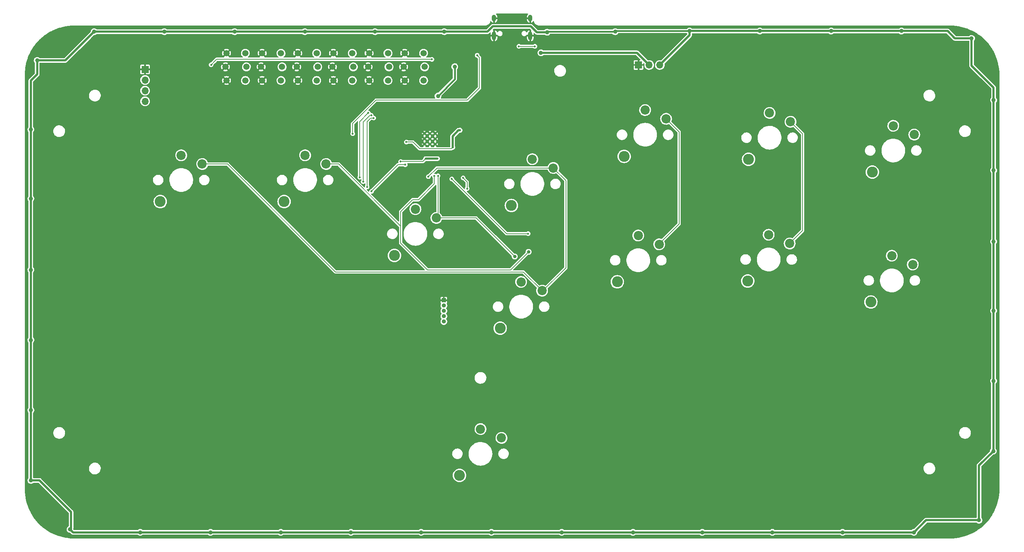
<source format=gbl>
%TF.GenerationSoftware,KiCad,Pcbnew,(6.0.6)*%
%TF.CreationDate,2023-02-26T23:17:29-05:00*%
%TF.ProjectId,fightstick_v2,66696768-7473-4746-9963-6b5f76322e6b,rev?*%
%TF.SameCoordinates,Original*%
%TF.FileFunction,Copper,L2,Bot*%
%TF.FilePolarity,Positive*%
%FSLAX46Y46*%
G04 Gerber Fmt 4.6, Leading zero omitted, Abs format (unit mm)*
G04 Created by KiCad (PCBNEW (6.0.6)) date 2023-02-26 23:17:29*
%MOMM*%
%LPD*%
G01*
G04 APERTURE LIST*
%TA.AperFunction,ComponentPad*%
%ADD10R,1.700000X1.700000*%
%TD*%
%TA.AperFunction,ComponentPad*%
%ADD11O,1.700000X1.700000*%
%TD*%
%TA.AperFunction,ComponentPad*%
%ADD12C,1.508000*%
%TD*%
%TA.AperFunction,ComponentPad*%
%ADD13C,2.600000*%
%TD*%
%TA.AperFunction,ComponentPad*%
%ADD14C,2.200000*%
%TD*%
%TA.AperFunction,ComponentPad*%
%ADD15C,0.600000*%
%TD*%
%TA.AperFunction,ComponentPad*%
%ADD16R,1.000000X1.000000*%
%TD*%
%TA.AperFunction,ComponentPad*%
%ADD17O,1.000000X1.000000*%
%TD*%
%TA.AperFunction,ComponentPad*%
%ADD18O,1.000000X1.600000*%
%TD*%
%TA.AperFunction,ComponentPad*%
%ADD19O,1.000000X2.100000*%
%TD*%
%TA.AperFunction,ViaPad*%
%ADD20C,1.000000*%
%TD*%
%TA.AperFunction,ViaPad*%
%ADD21C,0.500000*%
%TD*%
%TA.AperFunction,ViaPad*%
%ADD22C,0.800000*%
%TD*%
%TA.AperFunction,ViaPad*%
%ADD23C,0.600000*%
%TD*%
%TA.AperFunction,Conductor*%
%ADD24C,0.200000*%
%TD*%
%TA.AperFunction,Conductor*%
%ADD25C,0.400000*%
%TD*%
%TA.AperFunction,Conductor*%
%ADD26C,0.500000*%
%TD*%
G04 APERTURE END LIST*
D10*
%TO.P,J2,1,Pin_1*%
%TO.N,GND*%
X75150000Y-34650000D03*
D11*
%TO.P,J2,2,Pin_2*%
%TO.N,/SWCLK*%
X75150000Y-37190000D03*
%TO.P,J2,3,Pin_3*%
%TO.N,/SWD*%
X75150000Y-39730000D03*
%TO.P,J2,4,Pin_4*%
%TO.N,RESET*%
X75150000Y-42270000D03*
%TD*%
D12*
%TO.P,SW17,1,1*%
%TO.N,SP5*%
X133075632Y-37301730D03*
X133325632Y-34051730D03*
X133075632Y-30801730D03*
%TO.P,SW17,2,2*%
%TO.N,GND*%
X128575632Y-37301730D03*
X128575632Y-30801730D03*
X128325632Y-34051730D03*
%TD*%
D10*
%TO.P,J3,1,Pin_1*%
%TO.N,GND*%
X192820000Y-33600000D03*
D11*
%TO.P,J3,2,Pin_2*%
%TO.N,VBUS*%
X195360000Y-33600000D03*
%TO.P,J3,3,Pin_3*%
%TO.N,+5V*%
X197900000Y-33600000D03*
%TD*%
D12*
%TO.P,SW14,1,1*%
%TO.N,SP2*%
X107575632Y-30801730D03*
X107825632Y-34051730D03*
X107575632Y-37301730D03*
%TO.P,SW14,2,2*%
%TO.N,GND*%
X103075632Y-37301730D03*
X102825632Y-34051730D03*
X103075632Y-30801730D03*
%TD*%
D13*
%TO.P,SW6,*%
%TO.N,*%
X189394878Y-55405526D03*
D14*
%TO.P,SW6,1,1*%
%TO.N,Net-(D6-Pad2)*%
X194394878Y-44355526D03*
%TO.P,SW6,2,2*%
%TO.N,COL1*%
X199394878Y-46455526D03*
%TD*%
D13*
%TO.P,SW8,*%
%TO.N,*%
X248576264Y-59166110D03*
D14*
%TO.P,SW8,1,1*%
%TO.N,Net-(D8-Pad2)*%
X253576264Y-48116110D03*
%TO.P,SW8,2,2*%
%TO.N,COL3*%
X258576264Y-50216110D03*
%TD*%
D13*
%TO.P,SW7,*%
%TO.N,*%
X219065244Y-56106652D03*
D14*
%TO.P,SW7,1,1*%
%TO.N,Net-(D7-Pad2)*%
X224065244Y-45056652D03*
%TO.P,SW7,2,2*%
%TO.N,COL2*%
X229065244Y-47156652D03*
%TD*%
D15*
%TO.P,U3,57,GND*%
%TO.N,GND*%
X144337500Y-52475001D03*
X141787500Y-52475001D03*
X144337500Y-51200001D03*
X143062500Y-51200001D03*
X141787500Y-49925001D03*
X141787500Y-51200001D03*
X143062500Y-52475001D03*
X143062500Y-49925001D03*
X144337500Y-49925001D03*
%TD*%
D13*
%TO.P,SW1,*%
%TO.N,*%
X78780574Y-66201730D03*
D14*
%TO.P,SW1,1,1*%
%TO.N,Net-(D1-Pad2)*%
X83780574Y-55151730D03*
%TO.P,SW1,2,2*%
%TO.N,COL0*%
X88780574Y-57251730D03*
%TD*%
D13*
%TO.P,SW11,*%
%TO.N,*%
X218858182Y-85167936D03*
D14*
%TO.P,SW11,1,1*%
%TO.N,Net-(D11-Pad2)*%
X223858182Y-74117936D03*
%TO.P,SW11,2,2*%
%TO.N,COL2*%
X228858182Y-76217936D03*
%TD*%
D12*
%TO.P,SW15,1,1*%
%TO.N,SP3*%
X116075632Y-30801730D03*
X116325632Y-34051730D03*
X116075632Y-37301730D03*
%TO.P,SW15,2,2*%
%TO.N,GND*%
X111325632Y-34051730D03*
X111575632Y-37301730D03*
X111575632Y-30801730D03*
%TD*%
%TO.P,SW16,1,1*%
%TO.N,SP4*%
X124575632Y-30801730D03*
X124575632Y-37301730D03*
X124825632Y-34051730D03*
%TO.P,SW16,2,2*%
%TO.N,GND*%
X120075632Y-30801730D03*
X120075632Y-37301730D03*
X119825632Y-34051730D03*
%TD*%
%TO.P,SW19,1,1*%
%TO.N,SP6*%
X141575632Y-30801730D03*
X141575632Y-37301730D03*
X141825632Y-34051730D03*
%TO.P,SW19,2,2*%
%TO.N,GND*%
X136825632Y-34051730D03*
X137075632Y-30801730D03*
X137075632Y-37301730D03*
%TD*%
D13*
%TO.P,SW2,*%
%TO.N,*%
X108326119Y-66201730D03*
D14*
%TO.P,SW2,1,1*%
%TO.N,Net-(D2-Pad2)*%
X113326119Y-55151730D03*
%TO.P,SW2,2,2*%
%TO.N,COL1*%
X118326119Y-57251730D03*
%TD*%
D12*
%TO.P,SW13,1,1*%
%TO.N,SP1*%
X99075632Y-30801730D03*
X99075632Y-37301730D03*
X99325632Y-34051730D03*
%TO.P,SW13,2,2*%
%TO.N,GND*%
X94325632Y-34051730D03*
X94575632Y-37301730D03*
X94575632Y-30801730D03*
%TD*%
D13*
%TO.P,SW9,*%
%TO.N,*%
X159832634Y-96424959D03*
D14*
%TO.P,SW9,1,1*%
%TO.N,Net-(D9-Pad2)*%
X164832634Y-85374959D03*
%TO.P,SW9,2,2*%
%TO.N,COL0*%
X169832634Y-87474959D03*
%TD*%
D16*
%TO.P,J9,1,Pin_1*%
%TO.N,GND*%
X146400000Y-89750000D03*
D17*
%TO.P,J9,2,Pin_2*%
%TO.N,JOY1*%
X146400000Y-91020000D03*
%TO.P,J9,3,Pin_3*%
%TO.N,JOY2*%
X146400000Y-92290000D03*
%TO.P,J9,4,Pin_4*%
%TO.N,JOY3*%
X146400000Y-93560000D03*
%TO.P,J9,5,Pin_5*%
%TO.N,JOY4*%
X146400000Y-94830000D03*
%TD*%
D13*
%TO.P,SW3,*%
%TO.N,*%
X134617318Y-79059890D03*
D14*
%TO.P,SW3,1,1*%
%TO.N,Net-(D3-Pad2)*%
X139617318Y-68009890D03*
%TO.P,SW3,2,2*%
%TO.N,COL2*%
X144617318Y-70109890D03*
%TD*%
D13*
%TO.P,SW5,*%
%TO.N,*%
X162510603Y-67137430D03*
D14*
%TO.P,SW5,1,1*%
%TO.N,Net-(D5-Pad2)*%
X167510603Y-56087430D03*
%TO.P,SW5,2,2*%
%TO.N,COL0*%
X172510603Y-58187430D03*
%TD*%
D13*
%TO.P,SW4,*%
%TO.N,*%
X150137512Y-131550000D03*
D14*
%TO.P,SW4,1,1*%
%TO.N,Net-(D4-Pad2)*%
X155137512Y-120500000D03*
%TO.P,SW4,2,2*%
%TO.N,COL3*%
X160137512Y-122600000D03*
%TD*%
D18*
%TO.P,J1,S1,SHIELD*%
%TO.N,GND*%
X166988419Y-22450000D03*
D19*
X158348419Y-26630000D03*
X166988419Y-26630000D03*
D18*
X158348419Y-22450000D03*
%TD*%
D13*
%TO.P,SW10,*%
%TO.N,*%
X187759730Y-85346127D03*
D14*
%TO.P,SW10,1,1*%
%TO.N,Net-(D10-Pad2)*%
X192759730Y-74296127D03*
%TO.P,SW10,2,2*%
%TO.N,COL1*%
X197759730Y-76396127D03*
%TD*%
D13*
%TO.P,SW12,*%
%TO.N,*%
X248226703Y-90172767D03*
D14*
%TO.P,SW12,1,1*%
%TO.N,Net-(D12-Pad2)*%
X253226703Y-79122767D03*
%TO.P,SW12,2,2*%
%TO.N,COL3*%
X258226703Y-81222767D03*
%TD*%
D20*
%TO.N,GND*%
X55500000Y-134000000D03*
X51000000Y-88500000D03*
X51000000Y-56000000D03*
X217000000Y-28500000D03*
X274500000Y-69500000D03*
X275000000Y-104000000D03*
X246000000Y-142500000D03*
X179000000Y-142500000D03*
X129000000Y-142500000D03*
X124690000Y-73670000D03*
X210910000Y-65360000D03*
X163400000Y-107790000D03*
X99380000Y-47370000D03*
X242050000Y-69580000D03*
X241300000Y-36790000D03*
X156170000Y-76570000D03*
D21*
X144500000Y-57400000D03*
X142200000Y-58800000D03*
X152000000Y-26800000D03*
D20*
X147700000Y-44650000D03*
X150400000Y-39650000D03*
%TO.N,+3V3*%
X145000000Y-41000000D03*
X149000000Y-34000000D03*
D21*
%TO.N,JOY4*%
X137200000Y-57400000D03*
X129150000Y-63750000D03*
%TO.N,JOY3*%
X128100000Y-62700000D03*
%TO.N,JOY2*%
X127150000Y-61450000D03*
%TO.N,JOY1*%
X126350000Y-60400000D03*
%TO.N,GND*%
X136600000Y-49650000D03*
%TO.N,JOY3*%
X129650000Y-46250000D03*
%TO.N,JOY2*%
X129100000Y-45600000D03*
%TO.N,JOY1*%
X128400000Y-45050000D03*
%TO.N,COL3*%
X151950000Y-63100000D03*
X151000000Y-60550000D03*
%TO.N,COL0*%
X142700000Y-60250000D03*
%TO.N,COL2*%
X145000000Y-60050000D03*
%TO.N,COL1*%
X144150000Y-60100500D03*
%TO.N,ROW2*%
X166500000Y-73850000D03*
X148300000Y-60800000D03*
%TO.N,D_ARGB_3V3*%
X154350000Y-31300000D03*
X124650000Y-50000000D03*
%TO.N,+3V3*%
X136100000Y-56650000D03*
%TO.N,+1V1*%
X137450000Y-52000000D03*
D20*
%TO.N,VBUS*%
X169550000Y-30700000D03*
%TO.N,GND*%
X165400000Y-38200000D03*
D22*
X135050000Y-49300000D03*
D21*
%TO.N,+3V3*%
X144900000Y-55950000D03*
X142046242Y-55945134D03*
D23*
%TO.N,+1V1*%
X148500000Y-53250000D03*
X150237589Y-49187588D03*
D20*
%TO.N,+5V*%
X277500000Y-42000000D03*
X171000000Y-25800000D03*
X241500000Y-145149500D03*
X277500000Y-75750000D03*
X113250000Y-25650500D03*
X277427919Y-125750000D03*
X141000000Y-145149500D03*
X277500000Y-109000000D03*
X47928919Y-65500000D03*
X96500000Y-25650500D03*
X274000000Y-142250000D03*
X74000000Y-145149500D03*
X187250000Y-25650500D03*
X47928919Y-116000000D03*
X79750000Y-25650500D03*
X47928919Y-99250000D03*
X107500000Y-145149500D03*
X90750000Y-145149500D03*
X208000000Y-145149500D03*
X124250000Y-145149500D03*
X47928919Y-82500000D03*
X277500000Y-92250000D03*
X47928919Y-132750000D03*
X224750000Y-145149500D03*
X174500000Y-145149500D03*
X191500000Y-145149500D03*
X57250000Y-144430741D03*
X130000000Y-25650500D03*
X258500000Y-145149500D03*
X63000000Y-25650500D03*
X272250000Y-27250000D03*
X47928919Y-49000000D03*
X157750000Y-145149500D03*
X146500000Y-25650500D03*
X277500000Y-58750000D03*
X255500000Y-25500000D03*
X221750000Y-25500000D03*
X49432102Y-32500000D03*
X238750000Y-25500000D03*
X205000000Y-25500000D03*
D21*
%TO.N,/~{USB_BOOT}*%
X90900000Y-33550000D03*
X143550000Y-32250000D03*
%TO.N,Net-(J1-PadA5)*%
X164300000Y-29150000D03*
X168100000Y-29150000D03*
D22*
%TO.N,COL1*%
X166600000Y-78200000D03*
%TO.N,COL2*%
X163300000Y-79300000D03*
%TD*%
D24*
%TO.N,COL1*%
X136100000Y-72050000D02*
X121301730Y-57251730D01*
X121301730Y-57251730D02*
X118326119Y-57251730D01*
%TO.N,COL0*%
X144762570Y-58187430D02*
X142700000Y-60250000D01*
X172510603Y-58187430D02*
X144762570Y-58187430D01*
%TO.N,JOY2*%
X127150000Y-47200000D02*
X128750000Y-45600000D01*
X128750000Y-45600000D02*
X129100000Y-45600000D01*
X127150000Y-61450000D02*
X127150000Y-47200000D01*
%TO.N,JOY3*%
X128950000Y-46250000D02*
X129650000Y-46250000D01*
X128100000Y-47100000D02*
X128950000Y-46250000D01*
X128100000Y-62700000D02*
X128100000Y-47100000D01*
%TO.N,+3V3*%
X142051108Y-55950000D02*
X142046242Y-55945134D01*
X142100000Y-55950000D02*
X142051108Y-55950000D01*
%TO.N,ROW2*%
X161350000Y-73850000D02*
X148300000Y-60800000D01*
X166500000Y-73850000D02*
X161350000Y-73850000D01*
%TO.N,COL1*%
X144150000Y-61950000D02*
X144150000Y-60100500D01*
X138950000Y-65750000D02*
X140350000Y-65750000D01*
X140350000Y-65750000D02*
X144150000Y-61950000D01*
X136100000Y-68600000D02*
X138950000Y-65750000D01*
X136100000Y-72050000D02*
X136100000Y-68600000D01*
D25*
%TO.N,+3V3*%
X149000000Y-37000000D02*
X149000000Y-34000000D01*
X145000000Y-41000000D02*
X149000000Y-37000000D01*
D24*
%TO.N,D_ARGB_3V3*%
X124650000Y-47550000D02*
X124650000Y-50000000D01*
X152000000Y-42000000D02*
X130200000Y-42000000D01*
X154900000Y-39100000D02*
X152000000Y-42000000D01*
X154900000Y-31850000D02*
X154900000Y-39100000D01*
X154350000Y-31300000D02*
X154900000Y-31850000D01*
X130200000Y-42000000D02*
X124650000Y-47550000D01*
%TO.N,+1V1*%
X148150000Y-53600000D02*
X148500000Y-53250000D01*
X140650000Y-53600000D02*
X148150000Y-53600000D01*
X139050000Y-52000000D02*
X140650000Y-53600000D01*
X137450000Y-52000000D02*
X139050000Y-52000000D01*
%TO.N,COL2*%
X145000000Y-69727208D02*
X144617318Y-70109890D01*
X145000000Y-60050000D02*
X145000000Y-69727208D01*
%TO.N,JOY4*%
X135500000Y-57400000D02*
X129150000Y-63750000D01*
X137200000Y-57400000D02*
X135500000Y-57400000D01*
%TO.N,JOY1*%
X126350000Y-47100000D02*
X126350000Y-60400000D01*
X128400000Y-45050000D02*
X126350000Y-47100000D01*
%TO.N,COL3*%
X151000000Y-60550000D02*
X151950000Y-61500000D01*
X151950000Y-61500000D02*
X151950000Y-63100000D01*
%TO.N,COL1*%
X162300000Y-82500000D02*
X166600000Y-78200000D01*
X142500000Y-82500000D02*
X162300000Y-82500000D01*
X136100000Y-76100000D02*
X142500000Y-82500000D01*
X136100000Y-72050000D02*
X136100000Y-76100000D01*
%TO.N,+3V3*%
X141400000Y-56650000D02*
X142100000Y-55950000D01*
X136100000Y-56650000D02*
X141400000Y-56650000D01*
D26*
%TO.N,+1V1*%
X148500000Y-50589339D02*
X149901751Y-49187588D01*
X149901751Y-49187588D02*
X150237589Y-49187588D01*
X148500000Y-53250000D02*
X148500000Y-50589339D01*
%TO.N,+5V*%
X205000000Y-26500000D02*
X197900000Y-33600000D01*
X205000000Y-25500000D02*
X205000000Y-26500000D01*
%TO.N,VBUS*%
X169550000Y-30700000D02*
X192460000Y-30700000D01*
X192460000Y-30700000D02*
X195360000Y-33600000D01*
%TO.N,+5V*%
X158050000Y-24400000D02*
X156799500Y-25650500D01*
X168550000Y-25800000D02*
X167150000Y-24400000D01*
X167150000Y-24400000D02*
X158050000Y-24400000D01*
X156799500Y-25650500D02*
X146500000Y-25650500D01*
X171000000Y-25800000D02*
X168550000Y-25800000D01*
X274000000Y-142250000D02*
X261399500Y-142250000D01*
X261399500Y-142250000D02*
X258500000Y-145149500D01*
X274000000Y-129177919D02*
X277427919Y-125750000D01*
X274000000Y-142250000D02*
X274000000Y-129177919D01*
%TO.N,+3V3*%
X144900000Y-55950000D02*
X142100000Y-55950000D01*
%TO.N,+5V*%
X277500000Y-58750000D02*
X277500000Y-42000000D01*
X272250000Y-33750000D02*
X277500000Y-39000000D01*
X47928919Y-49000000D02*
X47928919Y-37321081D01*
X47928919Y-132750000D02*
X50000000Y-132750000D01*
D25*
X187400500Y-25500000D02*
X187250000Y-25650500D01*
X205000000Y-25500000D02*
X187400500Y-25500000D01*
X187250000Y-25650500D02*
X171149500Y-25650500D01*
D26*
X50000000Y-132750000D02*
X57500000Y-140250000D01*
X266500000Y-25500000D02*
X268250000Y-27250000D01*
X258500000Y-145149500D02*
X74000000Y-145149500D01*
X277500000Y-39000000D02*
X277500000Y-42000000D01*
D25*
X277427919Y-109072081D02*
X277500000Y-109000000D01*
D26*
X255500000Y-25500000D02*
X266500000Y-25500000D01*
X63000000Y-25650500D02*
X56150500Y-32500000D01*
D25*
X57500000Y-144180741D02*
X57250000Y-144430741D01*
D26*
X272250000Y-27250000D02*
X272250000Y-33750000D01*
X63000000Y-25650500D02*
X146500000Y-25650500D01*
X277500000Y-75750000D02*
X277500000Y-109000000D01*
X57500000Y-140250000D02*
X57500000Y-144180741D01*
X268250000Y-27250000D02*
X272250000Y-27250000D01*
X277427919Y-125750000D02*
X277427919Y-109072081D01*
X47928919Y-37321081D02*
X49432102Y-35817898D01*
X74000000Y-145149500D02*
X57968759Y-145149500D01*
D25*
X171149500Y-25650500D02*
X171000000Y-25800000D01*
D26*
X56150500Y-32500000D02*
X49432102Y-32500000D01*
X47928919Y-132750000D02*
X47928919Y-49000000D01*
X221750000Y-25500000D02*
X205000000Y-25500000D01*
X57968759Y-145149500D02*
X57250000Y-144430741D01*
X49432102Y-35817898D02*
X49432102Y-32500000D01*
X277500000Y-58750000D02*
X277500000Y-75750000D01*
X238750000Y-25500000D02*
X221750000Y-25500000D01*
X238750000Y-25500000D02*
X255500000Y-25500000D01*
D24*
%TO.N,/~{USB_BOOT}*%
X92200000Y-32250000D02*
X91750000Y-32700000D01*
X91750000Y-32700000D02*
X90900000Y-33550000D01*
X143550000Y-32250000D02*
X92200000Y-32250000D01*
%TO.N,Net-(J1-PadA5)*%
X164300000Y-29150000D02*
X168100000Y-29150000D01*
%TO.N,COL0*%
X175500000Y-61176827D02*
X175500000Y-82000000D01*
X170025041Y-87474959D02*
X169832634Y-87474959D01*
X172510603Y-58187430D02*
X175500000Y-61176827D01*
X169832634Y-87474959D02*
X165357675Y-83000000D01*
X94851730Y-57251730D02*
X88780574Y-57251730D01*
X165357675Y-83000000D02*
X120600000Y-83000000D01*
X120600000Y-83000000D02*
X94851730Y-57251730D01*
X175500000Y-82000000D02*
X170025041Y-87474959D01*
%TO.N,COL1*%
X202500000Y-71500000D02*
X197759730Y-76240270D01*
X199394878Y-46455526D02*
X202500000Y-49560648D01*
X202500000Y-49560648D02*
X202500000Y-71500000D01*
X197759730Y-76240270D02*
X197759730Y-76396127D01*
%TO.N,COL2*%
X163300000Y-79300000D02*
X154109890Y-70109890D01*
X231942200Y-73133918D02*
X228858182Y-76217936D01*
X229065244Y-47156652D02*
X231942200Y-50033608D01*
X154109890Y-70109890D02*
X144617318Y-70109890D01*
X231942200Y-50033608D02*
X231942200Y-73133918D01*
%TD*%
%TA.AperFunction,Conductor*%
%TO.N,GND*%
G36*
X166476968Y-21369407D02*
G01*
X166512932Y-21418907D01*
X166512932Y-21480093D01*
X166488044Y-21520233D01*
X166368494Y-21637306D01*
X166361543Y-21645829D01*
X166270311Y-21787391D01*
X166265424Y-21797237D01*
X166207823Y-21955496D01*
X166205236Y-21966190D01*
X166188809Y-22096225D01*
X166188419Y-22102413D01*
X166188419Y-22234320D01*
X166192541Y-22247005D01*
X166196662Y-22250000D01*
X167089419Y-22250000D01*
X167147610Y-22268907D01*
X167183574Y-22318407D01*
X167188419Y-22349000D01*
X167188419Y-23511368D01*
X167191861Y-23521962D01*
X167203600Y-23521880D01*
X167325955Y-23480227D01*
X167335915Y-23475540D01*
X167479350Y-23387299D01*
X167488018Y-23380527D01*
X167608344Y-23262694D01*
X167615295Y-23254171D01*
X167698008Y-23125826D01*
X167745423Y-23087155D01*
X167806513Y-23083740D01*
X167857944Y-23116884D01*
X167877489Y-23156344D01*
X167903022Y-23262694D01*
X167912728Y-23303124D01*
X167914213Y-23306709D01*
X167914215Y-23306714D01*
X167984147Y-23475540D01*
X167991067Y-23492247D01*
X167993096Y-23495558D01*
X167993098Y-23495562D01*
X168065087Y-23613035D01*
X168098026Y-23666786D01*
X168230973Y-23822444D01*
X168233933Y-23824972D01*
X168383678Y-23952863D01*
X168386634Y-23955388D01*
X168389942Y-23957415D01*
X168389945Y-23957417D01*
X168491443Y-24019614D01*
X168561175Y-24062345D01*
X168564765Y-24063832D01*
X168564769Y-24063834D01*
X168725588Y-24130443D01*
X168750300Y-24140679D01*
X168949350Y-24188464D01*
X169092050Y-24199692D01*
X169094028Y-24200012D01*
X169094041Y-24199883D01*
X169097935Y-24200265D01*
X169097939Y-24200265D01*
X169100334Y-24200500D01*
X169102146Y-24200500D01*
X169103071Y-24200559D01*
X169120932Y-24201964D01*
X169142126Y-24203632D01*
X169142130Y-24203632D01*
X169147125Y-24204025D01*
X169153425Y-24205136D01*
X169171186Y-24202004D01*
X169188378Y-24200500D01*
X267143466Y-24200500D01*
X267160655Y-24202004D01*
X267178419Y-24205136D01*
X267186948Y-24203632D01*
X267186949Y-24203632D01*
X267191190Y-24202884D01*
X267211160Y-24201418D01*
X267691210Y-24214888D01*
X267831631Y-24218828D01*
X267837175Y-24219139D01*
X268485582Y-24273833D01*
X268491102Y-24274455D01*
X269135372Y-24365412D01*
X269135400Y-24365416D01*
X269140875Y-24366346D01*
X269779079Y-24493293D01*
X269784493Y-24494529D01*
X270414539Y-24657052D01*
X270414558Y-24657057D01*
X270419891Y-24658593D01*
X270782310Y-24774107D01*
X271039863Y-24856197D01*
X271045104Y-24858031D01*
X271153962Y-24899584D01*
X271653024Y-25090087D01*
X271658154Y-25092212D01*
X272252109Y-25357990D01*
X272257112Y-25360400D01*
X272835204Y-25659051D01*
X272840065Y-25661737D01*
X273400542Y-25992355D01*
X273405243Y-25995310D01*
X273946258Y-26356805D01*
X273950787Y-26360018D01*
X274470700Y-26751293D01*
X274475042Y-26754755D01*
X274972210Y-27174577D01*
X274976351Y-27178278D01*
X275079265Y-27275575D01*
X275449177Y-27625296D01*
X275453110Y-27629229D01*
X275900134Y-28102063D01*
X275903829Y-28106197D01*
X276323670Y-28603388D01*
X276327104Y-28607696D01*
X276443628Y-28762528D01*
X276718384Y-29127616D01*
X276721597Y-29132145D01*
X277083113Y-29673192D01*
X277086061Y-29677882D01*
X277391644Y-30195922D01*
X277416668Y-30238344D01*
X277419351Y-30243199D01*
X277716890Y-30819139D01*
X277718008Y-30821304D01*
X277720416Y-30826302D01*
X277986205Y-31420284D01*
X277988316Y-31425383D01*
X278170587Y-31902883D01*
X278220373Y-32033308D01*
X278222206Y-32038545D01*
X278417254Y-32650500D01*
X278419811Y-32658524D01*
X278421347Y-32663857D01*
X278579864Y-33278373D01*
X278583875Y-33293924D01*
X278585110Y-33299333D01*
X278686802Y-33810578D01*
X278712057Y-33937543D01*
X278712987Y-33943016D01*
X278731161Y-34071750D01*
X278803947Y-34587318D01*
X278804569Y-34592836D01*
X278859262Y-35241243D01*
X278859573Y-35246787D01*
X278861398Y-35311823D01*
X278876053Y-35834153D01*
X278876984Y-35867352D01*
X278875519Y-35887317D01*
X278873283Y-35900000D01*
X278874787Y-35908528D01*
X278876415Y-35917761D01*
X278877919Y-35934953D01*
X278877919Y-134865047D01*
X278876415Y-134882236D01*
X278873283Y-134900000D01*
X278874787Y-134908529D01*
X278874787Y-134908533D01*
X278875535Y-134912774D01*
X278877001Y-134932745D01*
X278859592Y-135553214D01*
X278859281Y-135558758D01*
X278804588Y-136207166D01*
X278803966Y-136212684D01*
X278713006Y-136856985D01*
X278712076Y-136862460D01*
X278585129Y-137500666D01*
X278583894Y-137506074D01*
X278421366Y-138136145D01*
X278419829Y-138141481D01*
X278222225Y-138761457D01*
X278220392Y-138766696D01*
X277988334Y-139374624D01*
X277986223Y-139379723D01*
X277725606Y-139962145D01*
X277720435Y-139973701D01*
X277718027Y-139978699D01*
X277651612Y-140107258D01*
X277419371Y-140556805D01*
X277416692Y-140561653D01*
X277086077Y-141122128D01*
X277083129Y-141126818D01*
X276721612Y-141667866D01*
X276718399Y-141672395D01*
X276573173Y-141865367D01*
X276327119Y-142192316D01*
X276323685Y-142196624D01*
X276196977Y-142346676D01*
X275903849Y-142693809D01*
X275900160Y-142697938D01*
X275453104Y-143170806D01*
X275449198Y-143174711D01*
X274976364Y-143621736D01*
X274972223Y-143625437D01*
X274878364Y-143704694D01*
X274475038Y-144045274D01*
X274470730Y-144048708D01*
X274199238Y-144253027D01*
X273950806Y-144439991D01*
X273946278Y-144443204D01*
X273405245Y-144804712D01*
X273400543Y-144807667D01*
X272840074Y-145138280D01*
X272835213Y-145140966D01*
X272257120Y-145439617D01*
X272252117Y-145442026D01*
X271658161Y-145707805D01*
X271653031Y-145709931D01*
X271432823Y-145793989D01*
X271053953Y-145938612D01*
X271045111Y-145941987D01*
X271039869Y-145943821D01*
X270419899Y-146141424D01*
X270414563Y-146142961D01*
X269784497Y-146305489D01*
X269779083Y-146306725D01*
X269140879Y-146433673D01*
X269135404Y-146434603D01*
X268491103Y-146525564D01*
X268485585Y-146526186D01*
X267837176Y-146580879D01*
X267831632Y-146581190D01*
X267680790Y-146585423D01*
X267211251Y-146598598D01*
X267191283Y-146597132D01*
X267186951Y-146596368D01*
X267186948Y-146596368D01*
X267178419Y-146594864D01*
X267160655Y-146597996D01*
X267143466Y-146599500D01*
X58213372Y-146599500D01*
X58196183Y-146597996D01*
X58178419Y-146594864D01*
X58169890Y-146596368D01*
X58169889Y-146596368D01*
X58165648Y-146597116D01*
X58145678Y-146598582D01*
X57665636Y-146585112D01*
X57525206Y-146581172D01*
X57519662Y-146580861D01*
X56871254Y-146526169D01*
X56865736Y-146525547D01*
X56543586Y-146480067D01*
X56221433Y-146434587D01*
X56215960Y-146433657D01*
X55577750Y-146306709D01*
X55572347Y-146305475D01*
X54942273Y-146142946D01*
X54936940Y-146141410D01*
X54705797Y-146067738D01*
X54316968Y-145943807D01*
X54311728Y-145941974D01*
X54298444Y-145936903D01*
X53906637Y-145787342D01*
X53703809Y-145709918D01*
X53698679Y-145707793D01*
X53262353Y-145512550D01*
X53104718Y-145442013D01*
X53099719Y-145439605D01*
X52935972Y-145355011D01*
X52698792Y-145232481D01*
X52521626Y-145140955D01*
X52516765Y-145138269D01*
X51956287Y-144807651D01*
X51951607Y-144804710D01*
X51410542Y-144443182D01*
X51406041Y-144439988D01*
X51390682Y-144428429D01*
X50886110Y-144048699D01*
X50881802Y-144045265D01*
X50384617Y-143625429D01*
X50380476Y-143621728D01*
X50043541Y-143303184D01*
X49907639Y-143174700D01*
X49903716Y-143170777D01*
X49456691Y-142697943D01*
X49452990Y-142693802D01*
X49251770Y-142455511D01*
X49033154Y-142196618D01*
X49029711Y-142192299D01*
X48783670Y-141865367D01*
X48638440Y-141672390D01*
X48635227Y-141667861D01*
X48273715Y-141126820D01*
X48270760Y-141122118D01*
X47940150Y-140561653D01*
X47937464Y-140556793D01*
X47805182Y-140300736D01*
X47638813Y-139978696D01*
X47636406Y-139973698D01*
X47370624Y-139379736D01*
X47368505Y-139374621D01*
X47136448Y-138766696D01*
X47134614Y-138761455D01*
X46937010Y-138141479D01*
X46935473Y-138136143D01*
X46772946Y-137506079D01*
X46771710Y-137500665D01*
X46644763Y-136862459D01*
X46643833Y-136856984D01*
X46552873Y-136212683D01*
X46552251Y-136207165D01*
X46497558Y-135558757D01*
X46497247Y-135553213D01*
X46479838Y-134932738D01*
X46481304Y-134912766D01*
X46482051Y-134908530D01*
X46482051Y-134908529D01*
X46483555Y-134900000D01*
X46480423Y-134882236D01*
X46478919Y-134865047D01*
X46478919Y-132738753D01*
X47123433Y-132738753D01*
X47123973Y-132744256D01*
X47140418Y-132911984D01*
X47140419Y-132911989D01*
X47140958Y-132917486D01*
X47197645Y-133087896D01*
X47200510Y-133092627D01*
X47200512Y-133092631D01*
X47238556Y-133155449D01*
X47290678Y-133241512D01*
X47415433Y-133370699D01*
X47420058Y-133373725D01*
X47420061Y-133373728D01*
X47561082Y-133466009D01*
X47565708Y-133469036D01*
X47734035Y-133531636D01*
X47739521Y-133532368D01*
X47739525Y-133532369D01*
X47901327Y-133553957D01*
X47912049Y-133555388D01*
X47917555Y-133554887D01*
X47917557Y-133554887D01*
X48001475Y-133547250D01*
X48090900Y-133539112D01*
X48113909Y-133531636D01*
X48256436Y-133485326D01*
X48256438Y-133485325D01*
X48261701Y-133483615D01*
X48266457Y-133480780D01*
X48266459Y-133480779D01*
X48411212Y-133394489D01*
X48415963Y-133391657D01*
X48483012Y-133327807D01*
X48538191Y-133301370D01*
X48551284Y-133300500D01*
X49730967Y-133300500D01*
X49789158Y-133319407D01*
X49800971Y-133329496D01*
X56920504Y-140449029D01*
X56948281Y-140503546D01*
X56949500Y-140519033D01*
X56949500Y-143620373D01*
X56930593Y-143678564D01*
X56902376Y-143704693D01*
X56754045Y-143795947D01*
X56750096Y-143799815D01*
X56750095Y-143799815D01*
X56715809Y-143833390D01*
X56625732Y-143921600D01*
X56528446Y-144072558D01*
X56467022Y-144241319D01*
X56444514Y-144419494D01*
X56448186Y-144456946D01*
X56461499Y-144592725D01*
X56461500Y-144592730D01*
X56462039Y-144598227D01*
X56518726Y-144768637D01*
X56521591Y-144773368D01*
X56521593Y-144773372D01*
X56542363Y-144807667D01*
X56611759Y-144922253D01*
X56736514Y-145051440D01*
X56741139Y-145054466D01*
X56741142Y-145054469D01*
X56873324Y-145140966D01*
X56886789Y-145149777D01*
X57055116Y-145212377D01*
X57060602Y-145213109D01*
X57060606Y-145213110D01*
X57205789Y-145232481D01*
X57233130Y-145236129D01*
X57237701Y-145235713D01*
X57295161Y-145255723D01*
X57305309Y-145264575D01*
X57569295Y-145528561D01*
X57572165Y-145531554D01*
X57614558Y-145577656D01*
X57620291Y-145581211D01*
X57620294Y-145581213D01*
X57652620Y-145601255D01*
X57660306Y-145606537D01*
X57695976Y-145633612D01*
X57712193Y-145640033D01*
X57727914Y-145647940D01*
X57737007Y-145653578D01*
X57737012Y-145653580D01*
X57742745Y-145657135D01*
X57761880Y-145662694D01*
X57785747Y-145669628D01*
X57794572Y-145672650D01*
X57829933Y-145686651D01*
X57829940Y-145686653D01*
X57836212Y-145689136D01*
X57853565Y-145690960D01*
X57870827Y-145694347D01*
X57887584Y-145699215D01*
X57892757Y-145699595D01*
X57892758Y-145699595D01*
X57896473Y-145699868D01*
X57896480Y-145699868D01*
X57898274Y-145700000D01*
X57934390Y-145700000D01*
X57944738Y-145700542D01*
X57979504Y-145704196D01*
X57979505Y-145704196D01*
X57986213Y-145704901D01*
X58006996Y-145701386D01*
X58023505Y-145700000D01*
X73376700Y-145700000D01*
X73434891Y-145718907D01*
X73447914Y-145730228D01*
X73482670Y-145766219D01*
X73482673Y-145766221D01*
X73486514Y-145770199D01*
X73636789Y-145868536D01*
X73805116Y-145931136D01*
X73810602Y-145931868D01*
X73810606Y-145931869D01*
X73972408Y-145953457D01*
X73983130Y-145954888D01*
X73988636Y-145954387D01*
X73988638Y-145954387D01*
X74072556Y-145946750D01*
X74161981Y-145938612D01*
X74184990Y-145931136D01*
X74327517Y-145884826D01*
X74327519Y-145884825D01*
X74332782Y-145883115D01*
X74337538Y-145880280D01*
X74337540Y-145880279D01*
X74482293Y-145793989D01*
X74487044Y-145791157D01*
X74554093Y-145727307D01*
X74609272Y-145700870D01*
X74622365Y-145700000D01*
X90126700Y-145700000D01*
X90184891Y-145718907D01*
X90197914Y-145730228D01*
X90232670Y-145766219D01*
X90232673Y-145766221D01*
X90236514Y-145770199D01*
X90386789Y-145868536D01*
X90555116Y-145931136D01*
X90560602Y-145931868D01*
X90560606Y-145931869D01*
X90722408Y-145953457D01*
X90733130Y-145954888D01*
X90738636Y-145954387D01*
X90738638Y-145954387D01*
X90822556Y-145946750D01*
X90911981Y-145938612D01*
X90934990Y-145931136D01*
X91077517Y-145884826D01*
X91077519Y-145884825D01*
X91082782Y-145883115D01*
X91087538Y-145880280D01*
X91087540Y-145880279D01*
X91232293Y-145793989D01*
X91237044Y-145791157D01*
X91304093Y-145727307D01*
X91359272Y-145700870D01*
X91372365Y-145700000D01*
X106876700Y-145700000D01*
X106934891Y-145718907D01*
X106947914Y-145730228D01*
X106982670Y-145766219D01*
X106982673Y-145766221D01*
X106986514Y-145770199D01*
X107136789Y-145868536D01*
X107305116Y-145931136D01*
X107310602Y-145931868D01*
X107310606Y-145931869D01*
X107472408Y-145953457D01*
X107483130Y-145954888D01*
X107488636Y-145954387D01*
X107488638Y-145954387D01*
X107572556Y-145946750D01*
X107661981Y-145938612D01*
X107684990Y-145931136D01*
X107827517Y-145884826D01*
X107827519Y-145884825D01*
X107832782Y-145883115D01*
X107837538Y-145880280D01*
X107837540Y-145880279D01*
X107982293Y-145793989D01*
X107987044Y-145791157D01*
X108054093Y-145727307D01*
X108109272Y-145700870D01*
X108122365Y-145700000D01*
X123626700Y-145700000D01*
X123684891Y-145718907D01*
X123697914Y-145730228D01*
X123732670Y-145766219D01*
X123732673Y-145766221D01*
X123736514Y-145770199D01*
X123886789Y-145868536D01*
X124055116Y-145931136D01*
X124060602Y-145931868D01*
X124060606Y-145931869D01*
X124222408Y-145953457D01*
X124233130Y-145954888D01*
X124238636Y-145954387D01*
X124238638Y-145954387D01*
X124322556Y-145946750D01*
X124411981Y-145938612D01*
X124434990Y-145931136D01*
X124577517Y-145884826D01*
X124577519Y-145884825D01*
X124582782Y-145883115D01*
X124587538Y-145880280D01*
X124587540Y-145880279D01*
X124732293Y-145793989D01*
X124737044Y-145791157D01*
X124804093Y-145727307D01*
X124859272Y-145700870D01*
X124872365Y-145700000D01*
X140376700Y-145700000D01*
X140434891Y-145718907D01*
X140447914Y-145730228D01*
X140482670Y-145766219D01*
X140482673Y-145766221D01*
X140486514Y-145770199D01*
X140636789Y-145868536D01*
X140805116Y-145931136D01*
X140810602Y-145931868D01*
X140810606Y-145931869D01*
X140972408Y-145953457D01*
X140983130Y-145954888D01*
X140988636Y-145954387D01*
X140988638Y-145954387D01*
X141072556Y-145946750D01*
X141161981Y-145938612D01*
X141184990Y-145931136D01*
X141327517Y-145884826D01*
X141327519Y-145884825D01*
X141332782Y-145883115D01*
X141337538Y-145880280D01*
X141337540Y-145880279D01*
X141482293Y-145793989D01*
X141487044Y-145791157D01*
X141554093Y-145727307D01*
X141609272Y-145700870D01*
X141622365Y-145700000D01*
X157126700Y-145700000D01*
X157184891Y-145718907D01*
X157197914Y-145730228D01*
X157232670Y-145766219D01*
X157232673Y-145766221D01*
X157236514Y-145770199D01*
X157386789Y-145868536D01*
X157555116Y-145931136D01*
X157560602Y-145931868D01*
X157560606Y-145931869D01*
X157722408Y-145953457D01*
X157733130Y-145954888D01*
X157738636Y-145954387D01*
X157738638Y-145954387D01*
X157822556Y-145946750D01*
X157911981Y-145938612D01*
X157934990Y-145931136D01*
X158077517Y-145884826D01*
X158077519Y-145884825D01*
X158082782Y-145883115D01*
X158087538Y-145880280D01*
X158087540Y-145880279D01*
X158232293Y-145793989D01*
X158237044Y-145791157D01*
X158304093Y-145727307D01*
X158359272Y-145700870D01*
X158372365Y-145700000D01*
X173876700Y-145700000D01*
X173934891Y-145718907D01*
X173947914Y-145730228D01*
X173982670Y-145766219D01*
X173982673Y-145766221D01*
X173986514Y-145770199D01*
X174136789Y-145868536D01*
X174305116Y-145931136D01*
X174310602Y-145931868D01*
X174310606Y-145931869D01*
X174472408Y-145953457D01*
X174483130Y-145954888D01*
X174488636Y-145954387D01*
X174488638Y-145954387D01*
X174572556Y-145946750D01*
X174661981Y-145938612D01*
X174684990Y-145931136D01*
X174827517Y-145884826D01*
X174827519Y-145884825D01*
X174832782Y-145883115D01*
X174837538Y-145880280D01*
X174837540Y-145880279D01*
X174982293Y-145793989D01*
X174987044Y-145791157D01*
X175054093Y-145727307D01*
X175109272Y-145700870D01*
X175122365Y-145700000D01*
X190876700Y-145700000D01*
X190934891Y-145718907D01*
X190947914Y-145730228D01*
X190982670Y-145766219D01*
X190982673Y-145766221D01*
X190986514Y-145770199D01*
X191136789Y-145868536D01*
X191305116Y-145931136D01*
X191310602Y-145931868D01*
X191310606Y-145931869D01*
X191472408Y-145953457D01*
X191483130Y-145954888D01*
X191488636Y-145954387D01*
X191488638Y-145954387D01*
X191572556Y-145946750D01*
X191661981Y-145938612D01*
X191684990Y-145931136D01*
X191827517Y-145884826D01*
X191827519Y-145884825D01*
X191832782Y-145883115D01*
X191837538Y-145880280D01*
X191837540Y-145880279D01*
X191982293Y-145793989D01*
X191987044Y-145791157D01*
X192054093Y-145727307D01*
X192109272Y-145700870D01*
X192122365Y-145700000D01*
X207376700Y-145700000D01*
X207434891Y-145718907D01*
X207447914Y-145730228D01*
X207482670Y-145766219D01*
X207482673Y-145766221D01*
X207486514Y-145770199D01*
X207636789Y-145868536D01*
X207805116Y-145931136D01*
X207810602Y-145931868D01*
X207810606Y-145931869D01*
X207972408Y-145953457D01*
X207983130Y-145954888D01*
X207988636Y-145954387D01*
X207988638Y-145954387D01*
X208072556Y-145946750D01*
X208161981Y-145938612D01*
X208184990Y-145931136D01*
X208327517Y-145884826D01*
X208327519Y-145884825D01*
X208332782Y-145883115D01*
X208337538Y-145880280D01*
X208337540Y-145880279D01*
X208482293Y-145793989D01*
X208487044Y-145791157D01*
X208554093Y-145727307D01*
X208609272Y-145700870D01*
X208622365Y-145700000D01*
X224126700Y-145700000D01*
X224184891Y-145718907D01*
X224197914Y-145730228D01*
X224232670Y-145766219D01*
X224232673Y-145766221D01*
X224236514Y-145770199D01*
X224386789Y-145868536D01*
X224555116Y-145931136D01*
X224560602Y-145931868D01*
X224560606Y-145931869D01*
X224722408Y-145953457D01*
X224733130Y-145954888D01*
X224738636Y-145954387D01*
X224738638Y-145954387D01*
X224822556Y-145946750D01*
X224911981Y-145938612D01*
X224934990Y-145931136D01*
X225077517Y-145884826D01*
X225077519Y-145884825D01*
X225082782Y-145883115D01*
X225087538Y-145880280D01*
X225087540Y-145880279D01*
X225232293Y-145793989D01*
X225237044Y-145791157D01*
X225304093Y-145727307D01*
X225359272Y-145700870D01*
X225372365Y-145700000D01*
X240876700Y-145700000D01*
X240934891Y-145718907D01*
X240947914Y-145730228D01*
X240982670Y-145766219D01*
X240982673Y-145766221D01*
X240986514Y-145770199D01*
X241136789Y-145868536D01*
X241305116Y-145931136D01*
X241310602Y-145931868D01*
X241310606Y-145931869D01*
X241472408Y-145953457D01*
X241483130Y-145954888D01*
X241488636Y-145954387D01*
X241488638Y-145954387D01*
X241572556Y-145946750D01*
X241661981Y-145938612D01*
X241684990Y-145931136D01*
X241827517Y-145884826D01*
X241827519Y-145884825D01*
X241832782Y-145883115D01*
X241837538Y-145880280D01*
X241837540Y-145880279D01*
X241982293Y-145793989D01*
X241987044Y-145791157D01*
X242054093Y-145727307D01*
X242109272Y-145700870D01*
X242122365Y-145700000D01*
X257876700Y-145700000D01*
X257934891Y-145718907D01*
X257947914Y-145730228D01*
X257982670Y-145766219D01*
X257982673Y-145766221D01*
X257986514Y-145770199D01*
X258136789Y-145868536D01*
X258305116Y-145931136D01*
X258310602Y-145931868D01*
X258310606Y-145931869D01*
X258472408Y-145953457D01*
X258483130Y-145954888D01*
X258488636Y-145954387D01*
X258488638Y-145954387D01*
X258572556Y-145946750D01*
X258661981Y-145938612D01*
X258684990Y-145931136D01*
X258827517Y-145884826D01*
X258827519Y-145884825D01*
X258832782Y-145883115D01*
X258837538Y-145880280D01*
X258837540Y-145880279D01*
X258982293Y-145793989D01*
X258987044Y-145791157D01*
X259117099Y-145667307D01*
X259129967Y-145647940D01*
X259208309Y-145530025D01*
X259216483Y-145517722D01*
X259280257Y-145349836D01*
X259305251Y-145171993D01*
X259305387Y-145162271D01*
X259325106Y-145104350D01*
X259334373Y-145093652D01*
X261598528Y-142829496D01*
X261653045Y-142801719D01*
X261668532Y-142800500D01*
X273376700Y-142800500D01*
X273434891Y-142819407D01*
X273447914Y-142830728D01*
X273482670Y-142866719D01*
X273482673Y-142866721D01*
X273486514Y-142870699D01*
X273636789Y-142969036D01*
X273805116Y-143031636D01*
X273810602Y-143032368D01*
X273810606Y-143032369D01*
X273972408Y-143053957D01*
X273983130Y-143055388D01*
X273988636Y-143054887D01*
X273988638Y-143054887D01*
X274072556Y-143047250D01*
X274161981Y-143039112D01*
X274184990Y-143031636D01*
X274327517Y-142985326D01*
X274327519Y-142985325D01*
X274332782Y-142983615D01*
X274337538Y-142980780D01*
X274337540Y-142980779D01*
X274482293Y-142894489D01*
X274487044Y-142891657D01*
X274617099Y-142767807D01*
X274716483Y-142618222D01*
X274780257Y-142450336D01*
X274805251Y-142272493D01*
X274805565Y-142250000D01*
X274799579Y-142196635D01*
X274786163Y-142077025D01*
X274786162Y-142077021D01*
X274785546Y-142071528D01*
X274726485Y-141901927D01*
X274667346Y-141807285D01*
X274634247Y-141754315D01*
X274634245Y-141754313D01*
X274631316Y-141749625D01*
X274579251Y-141697196D01*
X274551665Y-141642583D01*
X274550500Y-141627438D01*
X274550500Y-129446952D01*
X274569407Y-129388761D01*
X274579496Y-129376948D01*
X277374715Y-126581729D01*
X277429232Y-126553952D01*
X277435735Y-126553142D01*
X277589900Y-126539112D01*
X277595160Y-126537403D01*
X277755436Y-126485326D01*
X277755438Y-126485325D01*
X277760701Y-126483615D01*
X277765457Y-126480780D01*
X277765459Y-126480779D01*
X277910212Y-126394489D01*
X277914963Y-126391657D01*
X278045018Y-126267807D01*
X278083729Y-126209543D01*
X278141339Y-126122832D01*
X278144402Y-126118222D01*
X278208176Y-125950336D01*
X278233170Y-125772493D01*
X278233484Y-125750000D01*
X278233137Y-125746906D01*
X278214082Y-125577025D01*
X278214081Y-125577021D01*
X278213465Y-125571528D01*
X278154404Y-125401927D01*
X278086993Y-125294047D01*
X278062166Y-125254315D01*
X278062164Y-125254313D01*
X278059235Y-125249625D01*
X278007170Y-125197196D01*
X277979584Y-125142583D01*
X277978419Y-125127438D01*
X277978419Y-109692302D01*
X277997326Y-109634111D01*
X278009143Y-109620612D01*
X278117099Y-109517807D01*
X278123796Y-109507728D01*
X278213420Y-109372832D01*
X278216483Y-109368222D01*
X278280257Y-109200336D01*
X278305251Y-109022493D01*
X278305424Y-109010112D01*
X278305522Y-109003116D01*
X278305522Y-109003108D01*
X278305565Y-109000000D01*
X278304921Y-108994256D01*
X278286163Y-108827025D01*
X278286162Y-108827021D01*
X278285546Y-108821528D01*
X278226485Y-108651927D01*
X278131316Y-108499625D01*
X278079251Y-108447196D01*
X278051665Y-108392583D01*
X278050500Y-108377438D01*
X278050500Y-92873661D01*
X278069407Y-92815470D01*
X278081227Y-92801969D01*
X278113089Y-92771627D01*
X278113094Y-92771621D01*
X278117099Y-92767807D01*
X278216483Y-92618222D01*
X278280257Y-92450336D01*
X278302791Y-92290000D01*
X278304818Y-92275575D01*
X278304818Y-92275573D01*
X278305251Y-92272493D01*
X278305565Y-92250000D01*
X278304921Y-92244256D01*
X278286163Y-92077025D01*
X278286162Y-92077021D01*
X278285546Y-92071528D01*
X278226485Y-91901927D01*
X278202799Y-91864021D01*
X278134247Y-91754315D01*
X278134245Y-91754313D01*
X278131316Y-91749625D01*
X278079251Y-91697196D01*
X278051665Y-91642583D01*
X278050500Y-91627438D01*
X278050500Y-76373661D01*
X278069407Y-76315470D01*
X278081227Y-76301969D01*
X278113089Y-76271627D01*
X278113094Y-76271621D01*
X278117099Y-76267807D01*
X278216483Y-76118222D01*
X278280257Y-75950336D01*
X278305251Y-75772493D01*
X278305565Y-75750000D01*
X278304921Y-75744256D01*
X278286163Y-75577025D01*
X278286162Y-75577021D01*
X278285546Y-75571528D01*
X278226485Y-75401927D01*
X278194485Y-75350717D01*
X278134247Y-75254315D01*
X278134245Y-75254313D01*
X278131316Y-75249625D01*
X278079251Y-75197196D01*
X278051665Y-75142583D01*
X278050500Y-75127438D01*
X278050500Y-59373661D01*
X278069407Y-59315470D01*
X278081227Y-59301969D01*
X278113089Y-59271627D01*
X278113094Y-59271621D01*
X278117099Y-59267807D01*
X278216483Y-59118222D01*
X278280257Y-58950336D01*
X278305251Y-58772493D01*
X278305565Y-58750000D01*
X278304921Y-58744256D01*
X278286163Y-58577025D01*
X278286162Y-58577021D01*
X278285546Y-58571528D01*
X278226485Y-58401927D01*
X278156010Y-58289144D01*
X278134247Y-58254315D01*
X278134245Y-58254313D01*
X278131316Y-58249625D01*
X278079251Y-58197196D01*
X278051665Y-58142583D01*
X278050500Y-58127438D01*
X278050500Y-42623661D01*
X278069407Y-42565470D01*
X278081227Y-42551969D01*
X278113089Y-42521627D01*
X278113094Y-42521621D01*
X278117099Y-42517807D01*
X278216483Y-42368222D01*
X278280257Y-42200336D01*
X278299918Y-42060439D01*
X278304818Y-42025575D01*
X278304818Y-42025573D01*
X278305251Y-42022493D01*
X278305565Y-42000000D01*
X278304726Y-41992519D01*
X278286163Y-41827025D01*
X278286162Y-41827021D01*
X278285546Y-41821528D01*
X278229645Y-41661001D01*
X278228305Y-41657153D01*
X278228305Y-41657152D01*
X278226485Y-41651927D01*
X278172285Y-41565189D01*
X278134247Y-41504315D01*
X278134245Y-41504313D01*
X278131316Y-41499625D01*
X278079251Y-41447196D01*
X278051665Y-41392583D01*
X278050500Y-41377438D01*
X278050500Y-39014435D01*
X278050587Y-39010289D01*
X278053210Y-38947706D01*
X278050985Y-38938217D01*
X278042984Y-38904107D01*
X278041284Y-38894937D01*
X278036122Y-38857258D01*
X278035206Y-38850568D01*
X278028276Y-38834554D01*
X278022753Y-38817856D01*
X278018768Y-38800864D01*
X277997188Y-38761611D01*
X277993090Y-38753245D01*
X277977984Y-38718336D01*
X277975305Y-38712145D01*
X277964322Y-38698581D01*
X277954513Y-38683983D01*
X277946106Y-38668692D01*
X277939103Y-38660578D01*
X277913556Y-38635031D01*
X277906623Y-38627330D01*
X277884633Y-38600175D01*
X277880386Y-38594930D01*
X277863208Y-38582722D01*
X277850554Y-38572029D01*
X275344774Y-36066249D01*
X272829496Y-33550972D01*
X272801719Y-33496455D01*
X272800500Y-33480968D01*
X272800500Y-27873661D01*
X272819407Y-27815470D01*
X272831227Y-27801969D01*
X272863089Y-27771627D01*
X272863094Y-27771621D01*
X272867099Y-27767807D01*
X272966483Y-27618222D01*
X273030257Y-27450336D01*
X273055251Y-27272493D01*
X273055565Y-27250000D01*
X273035546Y-27071528D01*
X272976485Y-26901927D01*
X272934116Y-26834122D01*
X272884247Y-26754315D01*
X272884245Y-26754313D01*
X272881316Y-26749625D01*
X272802745Y-26670504D01*
X272758671Y-26626121D01*
X272758669Y-26626120D01*
X272754770Y-26622193D01*
X272743765Y-26615209D01*
X272607810Y-26528929D01*
X272607809Y-26528928D01*
X272603136Y-26525963D01*
X272590867Y-26521594D01*
X272500045Y-26489254D01*
X272433951Y-26465719D01*
X272428464Y-26465065D01*
X272428461Y-26465064D01*
X272261120Y-26445110D01*
X272261117Y-26445110D01*
X272255624Y-26444455D01*
X272077017Y-26463227D01*
X272071777Y-26465011D01*
X272071776Y-26465011D01*
X271912249Y-26519318D01*
X271912245Y-26519320D01*
X271907007Y-26521103D01*
X271902297Y-26524001D01*
X271902292Y-26524003D01*
X271782125Y-26597931D01*
X271754045Y-26615206D01*
X271750096Y-26619073D01*
X271750095Y-26619074D01*
X271696832Y-26671233D01*
X271642027Y-26698438D01*
X271627565Y-26699500D01*
X268519033Y-26699500D01*
X268460842Y-26680593D01*
X268449029Y-26670504D01*
X266899476Y-25120952D01*
X266896606Y-25117959D01*
X266872925Y-25092206D01*
X266854201Y-25071844D01*
X266816134Y-25048242D01*
X266808449Y-25042959D01*
X266778166Y-25019973D01*
X266778161Y-25019970D01*
X266772783Y-25015888D01*
X266756566Y-25009467D01*
X266740845Y-25001560D01*
X266731752Y-24995922D01*
X266731747Y-24995920D01*
X266726014Y-24992365D01*
X266683010Y-24979871D01*
X266674187Y-24976850D01*
X266638826Y-24962849D01*
X266638819Y-24962847D01*
X266632547Y-24960364D01*
X266615194Y-24958540D01*
X266597932Y-24955153D01*
X266581175Y-24950285D01*
X266576002Y-24949905D01*
X266576001Y-24949905D01*
X266572286Y-24949632D01*
X266572279Y-24949632D01*
X266570485Y-24949500D01*
X266534369Y-24949500D01*
X266524021Y-24948958D01*
X266489255Y-24945304D01*
X266489254Y-24945304D01*
X266482546Y-24944599D01*
X266461764Y-24948114D01*
X266445254Y-24949500D01*
X256122749Y-24949500D01*
X256064558Y-24930593D01*
X256052502Y-24920259D01*
X256008671Y-24876121D01*
X256008670Y-24876120D01*
X256004770Y-24872193D01*
X255998280Y-24868074D01*
X255857810Y-24778929D01*
X255857809Y-24778928D01*
X255853136Y-24775963D01*
X255683951Y-24715719D01*
X255678464Y-24715065D01*
X255678461Y-24715064D01*
X255511120Y-24695110D01*
X255511117Y-24695110D01*
X255505624Y-24694455D01*
X255327017Y-24713227D01*
X255321777Y-24715011D01*
X255321776Y-24715011D01*
X255162249Y-24769318D01*
X255162245Y-24769320D01*
X255157007Y-24771103D01*
X255152297Y-24774001D01*
X255152292Y-24774003D01*
X255015708Y-24858031D01*
X255004045Y-24865206D01*
X255000096Y-24869073D01*
X255000095Y-24869074D01*
X254946832Y-24921233D01*
X254892027Y-24948438D01*
X254877565Y-24949500D01*
X239372749Y-24949500D01*
X239314558Y-24930593D01*
X239302502Y-24920259D01*
X239258671Y-24876121D01*
X239258670Y-24876120D01*
X239254770Y-24872193D01*
X239248280Y-24868074D01*
X239107810Y-24778929D01*
X239107809Y-24778928D01*
X239103136Y-24775963D01*
X238933951Y-24715719D01*
X238928464Y-24715065D01*
X238928461Y-24715064D01*
X238761120Y-24695110D01*
X238761117Y-24695110D01*
X238755624Y-24694455D01*
X238577017Y-24713227D01*
X238571777Y-24715011D01*
X238571776Y-24715011D01*
X238412249Y-24769318D01*
X238412245Y-24769320D01*
X238407007Y-24771103D01*
X238402297Y-24774001D01*
X238402292Y-24774003D01*
X238265708Y-24858031D01*
X238254045Y-24865206D01*
X238250096Y-24869073D01*
X238250095Y-24869074D01*
X238196832Y-24921233D01*
X238142027Y-24948438D01*
X238127565Y-24949500D01*
X222372749Y-24949500D01*
X222314558Y-24930593D01*
X222302502Y-24920259D01*
X222258671Y-24876121D01*
X222258670Y-24876120D01*
X222254770Y-24872193D01*
X222248280Y-24868074D01*
X222107810Y-24778929D01*
X222107809Y-24778928D01*
X222103136Y-24775963D01*
X221933951Y-24715719D01*
X221928464Y-24715065D01*
X221928461Y-24715064D01*
X221761120Y-24695110D01*
X221761117Y-24695110D01*
X221755624Y-24694455D01*
X221577017Y-24713227D01*
X221571777Y-24715011D01*
X221571776Y-24715011D01*
X221412249Y-24769318D01*
X221412245Y-24769320D01*
X221407007Y-24771103D01*
X221402297Y-24774001D01*
X221402292Y-24774003D01*
X221265708Y-24858031D01*
X221254045Y-24865206D01*
X221250096Y-24869073D01*
X221250095Y-24869074D01*
X221196832Y-24921233D01*
X221142027Y-24948438D01*
X221127565Y-24949500D01*
X205622749Y-24949500D01*
X205564558Y-24930593D01*
X205552502Y-24920259D01*
X205508671Y-24876121D01*
X205508670Y-24876120D01*
X205504770Y-24872193D01*
X205498280Y-24868074D01*
X205357810Y-24778929D01*
X205357809Y-24778928D01*
X205353136Y-24775963D01*
X205183951Y-24715719D01*
X205178464Y-24715065D01*
X205178461Y-24715064D01*
X205011120Y-24695110D01*
X205011117Y-24695110D01*
X205005624Y-24694455D01*
X204827017Y-24713227D01*
X204821777Y-24715011D01*
X204821776Y-24715011D01*
X204662249Y-24769318D01*
X204662245Y-24769320D01*
X204657007Y-24771103D01*
X204652297Y-24774001D01*
X204652292Y-24774003D01*
X204515708Y-24858031D01*
X204504045Y-24865206D01*
X204500095Y-24869074D01*
X204500090Y-24869078D01*
X204395772Y-24971233D01*
X204340968Y-24998438D01*
X204326506Y-24999500D01*
X187746986Y-24999500D01*
X187693941Y-24984090D01*
X187603136Y-24926463D01*
X187588449Y-24921233D01*
X187450728Y-24872193D01*
X187433951Y-24866219D01*
X187428464Y-24865565D01*
X187428461Y-24865564D01*
X187261120Y-24845610D01*
X187261117Y-24845610D01*
X187255624Y-24844955D01*
X187077017Y-24863727D01*
X187071777Y-24865511D01*
X187071776Y-24865511D01*
X186912249Y-24919818D01*
X186912245Y-24919820D01*
X186907007Y-24921603D01*
X186902297Y-24924501D01*
X186902292Y-24924503D01*
X186795044Y-24990483D01*
X186754045Y-25015706D01*
X186750095Y-25019574D01*
X186750090Y-25019578D01*
X186645772Y-25121733D01*
X186590968Y-25148938D01*
X186576506Y-25150000D01*
X171498561Y-25150000D01*
X171445514Y-25134588D01*
X171357810Y-25078929D01*
X171357808Y-25078928D01*
X171353136Y-25075963D01*
X171341569Y-25071844D01*
X171219507Y-25028380D01*
X171183951Y-25015719D01*
X171178464Y-25015065D01*
X171178461Y-25015064D01*
X171011120Y-24995110D01*
X171011117Y-24995110D01*
X171005624Y-24994455D01*
X170827017Y-25013227D01*
X170821777Y-25015011D01*
X170821776Y-25015011D01*
X170662249Y-25069318D01*
X170662245Y-25069320D01*
X170657007Y-25071103D01*
X170652297Y-25074001D01*
X170652292Y-25074003D01*
X170535246Y-25146011D01*
X170504045Y-25165206D01*
X170500096Y-25169073D01*
X170500095Y-25169074D01*
X170446832Y-25221233D01*
X170392027Y-25248438D01*
X170377565Y-25249500D01*
X168819033Y-25249500D01*
X168760842Y-25230593D01*
X168749029Y-25220504D01*
X167549476Y-24020952D01*
X167546606Y-24017959D01*
X167544223Y-24015367D01*
X167504201Y-23971844D01*
X167466134Y-23948242D01*
X167458449Y-23942959D01*
X167428166Y-23919973D01*
X167428161Y-23919970D01*
X167422783Y-23915888D01*
X167406566Y-23909467D01*
X167390845Y-23901560D01*
X167381752Y-23895922D01*
X167381747Y-23895920D01*
X167376014Y-23892365D01*
X167333010Y-23879871D01*
X167324187Y-23876850D01*
X167288826Y-23862849D01*
X167288819Y-23862847D01*
X167282547Y-23860364D01*
X167265194Y-23858540D01*
X167247932Y-23855153D01*
X167231175Y-23850285D01*
X167226002Y-23849905D01*
X167226001Y-23849905D01*
X167222286Y-23849632D01*
X167222279Y-23849632D01*
X167220485Y-23849500D01*
X167184369Y-23849500D01*
X167174021Y-23848958D01*
X167139255Y-23845304D01*
X167139254Y-23845304D01*
X167132546Y-23844599D01*
X167119592Y-23846790D01*
X167111764Y-23848114D01*
X167095254Y-23849500D01*
X158064435Y-23849500D01*
X158060289Y-23849413D01*
X157997706Y-23846790D01*
X157991133Y-23848332D01*
X157991130Y-23848332D01*
X157954107Y-23857016D01*
X157944937Y-23858716D01*
X157938054Y-23859659D01*
X157900568Y-23864794D01*
X157884554Y-23871724D01*
X157867856Y-23877247D01*
X157850864Y-23881232D01*
X157844951Y-23884483D01*
X157844945Y-23884485D01*
X157811613Y-23902809D01*
X157803240Y-23906911D01*
X157768339Y-23922014D01*
X157768335Y-23922016D01*
X157762145Y-23924695D01*
X157756902Y-23928940D01*
X157756901Y-23928941D01*
X157748590Y-23935671D01*
X157733986Y-23945484D01*
X157723235Y-23951395D01*
X157723232Y-23951397D01*
X157718692Y-23953893D01*
X157710578Y-23960897D01*
X157685031Y-23986444D01*
X157677331Y-23993376D01*
X157644930Y-24019614D01*
X157641022Y-24025113D01*
X157632723Y-24036791D01*
X157622029Y-24049446D01*
X156600472Y-25071004D01*
X156545955Y-25098781D01*
X156530468Y-25100000D01*
X147122749Y-25100000D01*
X147064558Y-25081093D01*
X147052502Y-25070759D01*
X147008671Y-25026621D01*
X147008670Y-25026620D01*
X147004770Y-25022693D01*
X146993781Y-25015719D01*
X146857810Y-24929429D01*
X146857809Y-24929428D01*
X146853136Y-24926463D01*
X146838449Y-24921233D01*
X146700728Y-24872193D01*
X146683951Y-24866219D01*
X146678464Y-24865565D01*
X146678461Y-24865564D01*
X146511120Y-24845610D01*
X146511117Y-24845610D01*
X146505624Y-24844955D01*
X146327017Y-24863727D01*
X146321777Y-24865511D01*
X146321776Y-24865511D01*
X146162249Y-24919818D01*
X146162245Y-24919820D01*
X146157007Y-24921603D01*
X146152297Y-24924501D01*
X146152292Y-24924503D01*
X146045044Y-24990483D01*
X146004045Y-25015706D01*
X146000096Y-25019573D01*
X146000095Y-25019574D01*
X145946832Y-25071733D01*
X145892027Y-25098938D01*
X145877565Y-25100000D01*
X130622749Y-25100000D01*
X130564558Y-25081093D01*
X130552502Y-25070759D01*
X130508671Y-25026621D01*
X130508670Y-25026620D01*
X130504770Y-25022693D01*
X130493781Y-25015719D01*
X130357810Y-24929429D01*
X130357809Y-24929428D01*
X130353136Y-24926463D01*
X130338449Y-24921233D01*
X130200728Y-24872193D01*
X130183951Y-24866219D01*
X130178464Y-24865565D01*
X130178461Y-24865564D01*
X130011120Y-24845610D01*
X130011117Y-24845610D01*
X130005624Y-24844955D01*
X129827017Y-24863727D01*
X129821777Y-24865511D01*
X129821776Y-24865511D01*
X129662249Y-24919818D01*
X129662245Y-24919820D01*
X129657007Y-24921603D01*
X129652297Y-24924501D01*
X129652292Y-24924503D01*
X129545044Y-24990483D01*
X129504045Y-25015706D01*
X129500096Y-25019573D01*
X129500095Y-25019574D01*
X129446832Y-25071733D01*
X129392027Y-25098938D01*
X129377565Y-25100000D01*
X113872749Y-25100000D01*
X113814558Y-25081093D01*
X113802502Y-25070759D01*
X113758671Y-25026621D01*
X113758670Y-25026620D01*
X113754770Y-25022693D01*
X113743781Y-25015719D01*
X113607810Y-24929429D01*
X113607809Y-24929428D01*
X113603136Y-24926463D01*
X113588449Y-24921233D01*
X113450728Y-24872193D01*
X113433951Y-24866219D01*
X113428464Y-24865565D01*
X113428461Y-24865564D01*
X113261120Y-24845610D01*
X113261117Y-24845610D01*
X113255624Y-24844955D01*
X113077017Y-24863727D01*
X113071777Y-24865511D01*
X113071776Y-24865511D01*
X112912249Y-24919818D01*
X112912245Y-24919820D01*
X112907007Y-24921603D01*
X112902297Y-24924501D01*
X112902292Y-24924503D01*
X112795044Y-24990483D01*
X112754045Y-25015706D01*
X112750096Y-25019573D01*
X112750095Y-25019574D01*
X112696832Y-25071733D01*
X112642027Y-25098938D01*
X112627565Y-25100000D01*
X97122749Y-25100000D01*
X97064558Y-25081093D01*
X97052502Y-25070759D01*
X97008671Y-25026621D01*
X97008670Y-25026620D01*
X97004770Y-25022693D01*
X96993781Y-25015719D01*
X96857810Y-24929429D01*
X96857809Y-24929428D01*
X96853136Y-24926463D01*
X96838449Y-24921233D01*
X96700728Y-24872193D01*
X96683951Y-24866219D01*
X96678464Y-24865565D01*
X96678461Y-24865564D01*
X96511120Y-24845610D01*
X96511117Y-24845610D01*
X96505624Y-24844955D01*
X96327017Y-24863727D01*
X96321777Y-24865511D01*
X96321776Y-24865511D01*
X96162249Y-24919818D01*
X96162245Y-24919820D01*
X96157007Y-24921603D01*
X96152297Y-24924501D01*
X96152292Y-24924503D01*
X96045044Y-24990483D01*
X96004045Y-25015706D01*
X96000096Y-25019573D01*
X96000095Y-25019574D01*
X95946832Y-25071733D01*
X95892027Y-25098938D01*
X95877565Y-25100000D01*
X80372749Y-25100000D01*
X80314558Y-25081093D01*
X80302502Y-25070759D01*
X80258671Y-25026621D01*
X80258670Y-25026620D01*
X80254770Y-25022693D01*
X80243781Y-25015719D01*
X80107810Y-24929429D01*
X80107809Y-24929428D01*
X80103136Y-24926463D01*
X80088449Y-24921233D01*
X79950728Y-24872193D01*
X79933951Y-24866219D01*
X79928464Y-24865565D01*
X79928461Y-24865564D01*
X79761120Y-24845610D01*
X79761117Y-24845610D01*
X79755624Y-24844955D01*
X79577017Y-24863727D01*
X79571777Y-24865511D01*
X79571776Y-24865511D01*
X79412249Y-24919818D01*
X79412245Y-24919820D01*
X79407007Y-24921603D01*
X79402297Y-24924501D01*
X79402292Y-24924503D01*
X79295044Y-24990483D01*
X79254045Y-25015706D01*
X79250096Y-25019573D01*
X79250095Y-25019574D01*
X79196832Y-25071733D01*
X79142027Y-25098938D01*
X79127565Y-25100000D01*
X63622749Y-25100000D01*
X63564558Y-25081093D01*
X63552502Y-25070759D01*
X63508671Y-25026621D01*
X63508670Y-25026620D01*
X63504770Y-25022693D01*
X63493781Y-25015719D01*
X63357810Y-24929429D01*
X63357809Y-24929428D01*
X63353136Y-24926463D01*
X63338449Y-24921233D01*
X63200728Y-24872193D01*
X63183951Y-24866219D01*
X63178464Y-24865565D01*
X63178461Y-24865564D01*
X63011120Y-24845610D01*
X63011117Y-24845610D01*
X63005624Y-24844955D01*
X62827017Y-24863727D01*
X62821777Y-24865511D01*
X62821776Y-24865511D01*
X62662249Y-24919818D01*
X62662245Y-24919820D01*
X62657007Y-24921603D01*
X62652297Y-24924501D01*
X62652292Y-24924503D01*
X62545044Y-24990483D01*
X62504045Y-25015706D01*
X62375732Y-25141359D01*
X62278446Y-25292317D01*
X62217022Y-25461078D01*
X62216328Y-25466570D01*
X62216328Y-25466571D01*
X62209983Y-25516803D01*
X62194514Y-25639253D01*
X62194456Y-25639246D01*
X62175442Y-25695100D01*
X62166174Y-25705801D01*
X55951472Y-31920504D01*
X55896955Y-31948281D01*
X55881468Y-31949500D01*
X50054851Y-31949500D01*
X49996660Y-31930593D01*
X49984604Y-31920259D01*
X49940773Y-31876121D01*
X49940772Y-31876120D01*
X49936872Y-31872193D01*
X49930093Y-31867891D01*
X49789912Y-31778929D01*
X49789911Y-31778928D01*
X49785238Y-31775963D01*
X49777176Y-31773092D01*
X49621262Y-31717574D01*
X49621263Y-31717574D01*
X49616053Y-31715719D01*
X49610566Y-31715065D01*
X49610563Y-31715064D01*
X49443222Y-31695110D01*
X49443219Y-31695110D01*
X49437726Y-31694455D01*
X49259119Y-31713227D01*
X49253879Y-31715011D01*
X49253878Y-31715011D01*
X49094351Y-31769318D01*
X49094347Y-31769320D01*
X49089109Y-31771103D01*
X49084399Y-31774001D01*
X49084394Y-31774003D01*
X48955292Y-31853428D01*
X48936147Y-31865206D01*
X48932198Y-31869074D01*
X48932197Y-31869074D01*
X48881814Y-31918413D01*
X48807834Y-31990859D01*
X48710548Y-32141817D01*
X48649124Y-32310578D01*
X48626616Y-32488753D01*
X48633166Y-32555556D01*
X48643601Y-32661984D01*
X48643602Y-32661989D01*
X48644141Y-32667486D01*
X48700828Y-32837896D01*
X48703693Y-32842627D01*
X48703695Y-32842631D01*
X48785669Y-32977986D01*
X48793861Y-32991512D01*
X48853818Y-33053599D01*
X48880639Y-33108590D01*
X48881602Y-33122368D01*
X48881602Y-35548865D01*
X48862695Y-35607056D01*
X48852606Y-35618869D01*
X47549871Y-36921605D01*
X47546878Y-36924475D01*
X47500763Y-36966880D01*
X47497206Y-36972617D01*
X47477162Y-37004945D01*
X47471878Y-37012632D01*
X47448892Y-37042915D01*
X47448889Y-37042920D01*
X47444807Y-37048298D01*
X47438386Y-37064515D01*
X47430479Y-37080236D01*
X47424841Y-37089329D01*
X47424839Y-37089334D01*
X47421284Y-37095067D01*
X47408896Y-37137709D01*
X47408791Y-37138069D01*
X47405769Y-37146894D01*
X47391768Y-37182255D01*
X47391766Y-37182262D01*
X47389283Y-37188534D01*
X47388578Y-37195243D01*
X47387459Y-37205887D01*
X47384072Y-37223149D01*
X47379204Y-37239906D01*
X47378419Y-37250596D01*
X47378419Y-37286712D01*
X47377877Y-37297060D01*
X47373518Y-37338535D01*
X47374643Y-37345186D01*
X47377033Y-37359317D01*
X47378419Y-37375827D01*
X47378419Y-48377004D01*
X47359512Y-48435195D01*
X47348685Y-48447737D01*
X47308608Y-48486983D01*
X47308604Y-48486988D01*
X47304651Y-48490859D01*
X47207365Y-48641817D01*
X47145941Y-48810578D01*
X47123433Y-48988753D01*
X47128815Y-49043643D01*
X47140418Y-49161984D01*
X47140419Y-49161989D01*
X47140958Y-49167486D01*
X47197645Y-49337896D01*
X47200510Y-49342627D01*
X47200512Y-49342631D01*
X47286391Y-49484434D01*
X47290678Y-49491512D01*
X47350635Y-49553599D01*
X47377456Y-49608590D01*
X47378419Y-49622368D01*
X47378419Y-64877004D01*
X47359512Y-64935195D01*
X47348685Y-64947737D01*
X47308608Y-64986983D01*
X47308604Y-64986988D01*
X47304651Y-64990859D01*
X47207365Y-65141817D01*
X47145941Y-65310578D01*
X47123433Y-65488753D01*
X47131343Y-65569424D01*
X47140418Y-65661984D01*
X47140419Y-65661989D01*
X47140958Y-65667486D01*
X47197645Y-65837896D01*
X47200510Y-65842627D01*
X47200512Y-65842631D01*
X47287809Y-65986775D01*
X47290678Y-65991512D01*
X47350635Y-66053599D01*
X47377456Y-66108590D01*
X47378419Y-66122368D01*
X47378419Y-81877004D01*
X47359512Y-81935195D01*
X47348685Y-81947737D01*
X47308608Y-81986983D01*
X47308604Y-81986988D01*
X47304651Y-81990859D01*
X47207365Y-82141817D01*
X47145941Y-82310578D01*
X47123433Y-82488753D01*
X47130068Y-82556417D01*
X47140418Y-82661984D01*
X47140419Y-82661989D01*
X47140958Y-82667486D01*
X47197645Y-82837896D01*
X47200510Y-82842627D01*
X47200512Y-82842631D01*
X47265564Y-82950044D01*
X47290678Y-82991512D01*
X47350635Y-83053599D01*
X47377456Y-83108590D01*
X47378419Y-83122368D01*
X47378419Y-98627004D01*
X47359512Y-98685195D01*
X47348685Y-98697737D01*
X47308608Y-98736983D01*
X47308604Y-98736988D01*
X47304651Y-98740859D01*
X47207365Y-98891817D01*
X47145941Y-99060578D01*
X47123433Y-99238753D01*
X47131343Y-99319424D01*
X47140418Y-99411984D01*
X47140419Y-99411989D01*
X47140958Y-99417486D01*
X47197645Y-99587896D01*
X47200510Y-99592627D01*
X47200512Y-99592631D01*
X47287809Y-99736775D01*
X47290678Y-99741512D01*
X47350635Y-99803599D01*
X47377456Y-99858590D01*
X47378419Y-99872368D01*
X47378419Y-115377004D01*
X47359512Y-115435195D01*
X47348685Y-115447737D01*
X47308608Y-115486983D01*
X47308604Y-115486988D01*
X47304651Y-115490859D01*
X47207365Y-115641817D01*
X47145941Y-115810578D01*
X47123433Y-115988753D01*
X47131343Y-116069424D01*
X47140418Y-116161984D01*
X47140419Y-116161989D01*
X47140958Y-116167486D01*
X47197645Y-116337896D01*
X47200510Y-116342627D01*
X47200512Y-116342631D01*
X47287809Y-116486775D01*
X47290678Y-116491512D01*
X47350635Y-116553599D01*
X47377456Y-116608590D01*
X47378419Y-116622368D01*
X47378419Y-132127004D01*
X47359512Y-132185195D01*
X47348685Y-132197737D01*
X47308608Y-132236983D01*
X47308604Y-132236988D01*
X47304651Y-132240859D01*
X47207365Y-132391817D01*
X47145941Y-132560578D01*
X47123433Y-132738753D01*
X46478919Y-132738753D01*
X46478919Y-35934953D01*
X46480423Y-35917761D01*
X46482051Y-35908528D01*
X46483555Y-35900000D01*
X46482051Y-35891471D01*
X46482051Y-35891467D01*
X46481303Y-35887226D01*
X46479837Y-35867255D01*
X46480867Y-35830567D01*
X46497246Y-35246787D01*
X46497557Y-35241243D01*
X46552250Y-34592835D01*
X46552872Y-34587317D01*
X46613895Y-34155070D01*
X46643832Y-33943014D01*
X46644762Y-33937541D01*
X46664911Y-33836243D01*
X46771710Y-33299330D01*
X46772945Y-33293921D01*
X46774733Y-33286992D01*
X46935473Y-32663855D01*
X46937009Y-32658521D01*
X46940818Y-32646572D01*
X47134613Y-32038545D01*
X47136447Y-32033304D01*
X47189896Y-31893282D01*
X47368504Y-31425379D01*
X47370623Y-31420264D01*
X47636405Y-30826302D01*
X47638814Y-30821299D01*
X47643197Y-30812816D01*
X47937468Y-30243199D01*
X47940154Y-30238339D01*
X48270757Y-29677884D01*
X48273712Y-29673181D01*
X48635224Y-29132142D01*
X48638437Y-29127614D01*
X48826010Y-28878373D01*
X49029720Y-28607690D01*
X49033154Y-28603382D01*
X49452989Y-28106197D01*
X49456690Y-28102056D01*
X49804550Y-27734112D01*
X49903718Y-27629219D01*
X49907641Y-27625296D01*
X49915124Y-27618222D01*
X50043540Y-27496815D01*
X50380475Y-27178271D01*
X50384616Y-27174570D01*
X50630873Y-26966624D01*
X50881801Y-26754734D01*
X50886109Y-26751300D01*
X51211873Y-26506137D01*
X51406029Y-26360020D01*
X51410558Y-26356807D01*
X51951599Y-25995295D01*
X51956301Y-25992340D01*
X52516766Y-25661730D01*
X52521626Y-25659044D01*
X52805763Y-25512255D01*
X53099723Y-25360392D01*
X53104721Y-25357984D01*
X53112597Y-25354460D01*
X53526894Y-25169074D01*
X53698678Y-25092206D01*
X53703808Y-25090081D01*
X54311728Y-24858025D01*
X54316970Y-24856191D01*
X54705759Y-24732273D01*
X54936943Y-24658588D01*
X54942276Y-24657052D01*
X55572346Y-24494524D01*
X55577749Y-24493290D01*
X56215961Y-24366342D01*
X56221435Y-24365412D01*
X56865736Y-24274452D01*
X56871254Y-24273830D01*
X57519661Y-24219138D01*
X57525205Y-24218827D01*
X57697099Y-24214004D01*
X58145676Y-24201418D01*
X58165639Y-24202883D01*
X58178419Y-24205136D01*
X58196183Y-24202004D01*
X58213372Y-24200500D01*
X156168472Y-24200500D01*
X156185659Y-24202004D01*
X156190652Y-24202884D01*
X156194889Y-24203631D01*
X156203425Y-24205136D01*
X156209530Y-24204059D01*
X156407497Y-24188475D01*
X156606544Y-24140685D01*
X156610133Y-24139198D01*
X156610137Y-24139197D01*
X156792078Y-24063832D01*
X156792084Y-24063829D01*
X156795664Y-24062346D01*
X156970201Y-23955386D01*
X157078546Y-23862849D01*
X157122897Y-23824969D01*
X157125858Y-23822440D01*
X157258801Y-23666781D01*
X157365757Y-23492242D01*
X157374714Y-23470619D01*
X157442606Y-23306709D01*
X157444093Y-23303120D01*
X157447573Y-23288628D01*
X157474068Y-23178262D01*
X157506037Y-23126092D01*
X157562565Y-23102677D01*
X157622060Y-23116960D01*
X157654290Y-23148910D01*
X157714565Y-23245370D01*
X157721395Y-23253987D01*
X157840064Y-23373488D01*
X157848640Y-23380382D01*
X157990829Y-23470619D01*
X158000715Y-23475441D01*
X158133649Y-23522777D01*
X158144527Y-23523081D01*
X158148419Y-23511648D01*
X158148419Y-23511368D01*
X158548419Y-23511368D01*
X158551861Y-23521962D01*
X158563600Y-23521880D01*
X158685955Y-23480227D01*
X158695915Y-23475540D01*
X158839350Y-23387299D01*
X158848018Y-23380527D01*
X158968344Y-23262694D01*
X158975295Y-23254171D01*
X159066527Y-23112609D01*
X159071414Y-23102763D01*
X159129015Y-22944504D01*
X159131602Y-22933810D01*
X159148029Y-22803775D01*
X159148419Y-22797587D01*
X159148419Y-22792356D01*
X166188419Y-22792356D01*
X166188728Y-22797885D01*
X166202746Y-22922855D01*
X166205185Y-22933592D01*
X166260568Y-23092629D01*
X166265320Y-23102548D01*
X166354565Y-23245370D01*
X166361395Y-23253987D01*
X166480064Y-23373488D01*
X166488640Y-23380382D01*
X166630829Y-23470619D01*
X166640715Y-23475441D01*
X166773649Y-23522777D01*
X166784527Y-23523081D01*
X166788419Y-23511648D01*
X166788419Y-22665680D01*
X166784297Y-22652995D01*
X166780176Y-22650000D01*
X166204099Y-22650000D01*
X166191414Y-22654122D01*
X166188419Y-22658243D01*
X166188419Y-22792356D01*
X159148419Y-22792356D01*
X159148419Y-22665680D01*
X159144297Y-22652995D01*
X159140176Y-22650000D01*
X158564099Y-22650000D01*
X158551414Y-22654122D01*
X158548419Y-22658243D01*
X158548419Y-23511368D01*
X158148419Y-23511368D01*
X158148419Y-22349000D01*
X158167326Y-22290809D01*
X158216826Y-22254845D01*
X158247419Y-22250000D01*
X159132739Y-22250000D01*
X159145424Y-22245878D01*
X159148419Y-22241757D01*
X159148419Y-22107644D01*
X159148110Y-22102115D01*
X159134092Y-21977145D01*
X159131653Y-21966408D01*
X159076270Y-21807371D01*
X159071518Y-21797452D01*
X158982273Y-21654630D01*
X158975443Y-21646013D01*
X158852874Y-21522585D01*
X158853732Y-21521733D01*
X158823449Y-21475460D01*
X158826436Y-21414348D01*
X158864773Y-21366662D01*
X158918985Y-21350500D01*
X166418777Y-21350500D01*
X166476968Y-21369407D01*
G37*
%TD.AperFunction*%
%TA.AperFunction,Conductor*%
G36*
X166939159Y-24969407D02*
G01*
X166950971Y-24979496D01*
X167170601Y-25199126D01*
X167198378Y-25253641D01*
X167194316Y-25301032D01*
X167188419Y-25318355D01*
X167188419Y-26414320D01*
X167192541Y-26427005D01*
X167196662Y-26430000D01*
X167772739Y-26430000D01*
X167785424Y-26425878D01*
X167788419Y-26421757D01*
X167788419Y-26055951D01*
X167807326Y-25997760D01*
X167856826Y-25961796D01*
X167918012Y-25961796D01*
X167957423Y-25985947D01*
X168150524Y-26179048D01*
X168153394Y-26182041D01*
X168195799Y-26228156D01*
X168201536Y-26231713D01*
X168233864Y-26251757D01*
X168241551Y-26257041D01*
X168271834Y-26280027D01*
X168271839Y-26280030D01*
X168277217Y-26284112D01*
X168293434Y-26290533D01*
X168309155Y-26298440D01*
X168318248Y-26304078D01*
X168318253Y-26304080D01*
X168323986Y-26307635D01*
X168343121Y-26313194D01*
X168366988Y-26320128D01*
X168375813Y-26323150D01*
X168411174Y-26337151D01*
X168411181Y-26337153D01*
X168417453Y-26339636D01*
X168434806Y-26341460D01*
X168452068Y-26344847D01*
X168468825Y-26349715D01*
X168473998Y-26350095D01*
X168473999Y-26350095D01*
X168477714Y-26350368D01*
X168477721Y-26350368D01*
X168479515Y-26350500D01*
X168515631Y-26350500D01*
X168525979Y-26351042D01*
X168560745Y-26354696D01*
X168560746Y-26354696D01*
X168567454Y-26355401D01*
X168588237Y-26351886D01*
X168604746Y-26350500D01*
X170376700Y-26350500D01*
X170434891Y-26369407D01*
X170447914Y-26380728D01*
X170482670Y-26416719D01*
X170482673Y-26416721D01*
X170486514Y-26420699D01*
X170501042Y-26430206D01*
X170570863Y-26475895D01*
X170636789Y-26519036D01*
X170805116Y-26581636D01*
X170810602Y-26582368D01*
X170810606Y-26582369D01*
X170972408Y-26603957D01*
X170983130Y-26605388D01*
X170988636Y-26604887D01*
X170988638Y-26604887D01*
X171072555Y-26597250D01*
X171161981Y-26589112D01*
X171184990Y-26581636D01*
X171327517Y-26535326D01*
X171327519Y-26535325D01*
X171332782Y-26533615D01*
X171337538Y-26530780D01*
X171337540Y-26530779D01*
X171463171Y-26455888D01*
X171487044Y-26441657D01*
X171617099Y-26317807D01*
X171628626Y-26300457D01*
X171698550Y-26195214D01*
X171746501Y-26157209D01*
X171781009Y-26151000D01*
X186578416Y-26151000D01*
X186636607Y-26169907D01*
X186649630Y-26181228D01*
X186736514Y-26271199D01*
X186787642Y-26304656D01*
X186811286Y-26320128D01*
X186886789Y-26369536D01*
X187055116Y-26432136D01*
X187060602Y-26432868D01*
X187060606Y-26432869D01*
X187215750Y-26453569D01*
X187233130Y-26455888D01*
X187238636Y-26455387D01*
X187238638Y-26455387D01*
X187322556Y-26447750D01*
X187411981Y-26439612D01*
X187417241Y-26437903D01*
X187577517Y-26385826D01*
X187577519Y-26385825D01*
X187582782Y-26384115D01*
X187587538Y-26381280D01*
X187587540Y-26381279D01*
X187711079Y-26307635D01*
X187737044Y-26292157D01*
X187867099Y-26168307D01*
X187874473Y-26157209D01*
X187949214Y-26044714D01*
X187997164Y-26006709D01*
X188031673Y-26000500D01*
X204328416Y-26000500D01*
X204386607Y-26019407D01*
X204399630Y-26030728D01*
X204401257Y-26032413D01*
X204421715Y-26053598D01*
X204448537Y-26108592D01*
X204449500Y-26122369D01*
X204449500Y-26230968D01*
X204430593Y-26289159D01*
X204420504Y-26300972D01*
X198266548Y-32454928D01*
X198212031Y-32482705D01*
X198177233Y-32482022D01*
X198020775Y-32450901D01*
X197916599Y-32449537D01*
X197813886Y-32448192D01*
X197813881Y-32448192D01*
X197809346Y-32448133D01*
X197804873Y-32448902D01*
X197804868Y-32448902D01*
X197707227Y-32465680D01*
X197600953Y-32483941D01*
X197402575Y-32557127D01*
X197398676Y-32559446D01*
X197398671Y-32559449D01*
X197224762Y-32662914D01*
X197220856Y-32665238D01*
X197217441Y-32668233D01*
X197217438Y-32668235D01*
X197150532Y-32726910D01*
X197061881Y-32804655D01*
X197059073Y-32808217D01*
X196936005Y-32964329D01*
X196930976Y-32970708D01*
X196928862Y-32974726D01*
X196845392Y-33133377D01*
X196832523Y-33157836D01*
X196807728Y-33237690D01*
X196771169Y-33355430D01*
X196769820Y-33359773D01*
X196769286Y-33364283D01*
X196769286Y-33364284D01*
X196752959Y-33502234D01*
X196744967Y-33569754D01*
X196747377Y-33606521D01*
X196757689Y-33763855D01*
X196758796Y-33780749D01*
X196759912Y-33785142D01*
X196759912Y-33785144D01*
X196795063Y-33923550D01*
X196810845Y-33985690D01*
X196812747Y-33989815D01*
X196812747Y-33989816D01*
X196890732Y-34158978D01*
X196899369Y-34177714D01*
X197021405Y-34350391D01*
X197172865Y-34497937D01*
X197176638Y-34500458D01*
X197344899Y-34612887D01*
X197344902Y-34612889D01*
X197348677Y-34615411D01*
X197445472Y-34656997D01*
X197538774Y-34697083D01*
X197538778Y-34697084D01*
X197542953Y-34698878D01*
X197547387Y-34699881D01*
X197547386Y-34699881D01*
X197744760Y-34744543D01*
X197744765Y-34744544D01*
X197749186Y-34745544D01*
X197853785Y-34749654D01*
X197955937Y-34753668D01*
X197955938Y-34753668D01*
X197960470Y-34753846D01*
X198169730Y-34723504D01*
X198174029Y-34722045D01*
X198174032Y-34722044D01*
X198365654Y-34656997D01*
X198369955Y-34655537D01*
X198398890Y-34639333D01*
X198523413Y-34569596D01*
X198554442Y-34552219D01*
X198717012Y-34417012D01*
X198852219Y-34254442D01*
X198926015Y-34122670D01*
X198953319Y-34073916D01*
X198953320Y-34073914D01*
X198955537Y-34069955D01*
X198965487Y-34040644D01*
X199022044Y-33874032D01*
X199022045Y-33874029D01*
X199023504Y-33869730D01*
X199028360Y-33836243D01*
X199053426Y-33663369D01*
X199053426Y-33663363D01*
X199053846Y-33660470D01*
X199054148Y-33648966D01*
X199055353Y-33602914D01*
X199055353Y-33602909D01*
X199055429Y-33600000D01*
X199055076Y-33596152D01*
X199043449Y-33469629D01*
X199036081Y-33389440D01*
X199019494Y-33330627D01*
X199021896Y-33269491D01*
X199044773Y-33233752D01*
X205379048Y-26899476D01*
X205382041Y-26896606D01*
X205423188Y-26858769D01*
X205428156Y-26854201D01*
X205431711Y-26848468D01*
X205431713Y-26848465D01*
X205451756Y-26816137D01*
X205457040Y-26808449D01*
X205480031Y-26778160D01*
X205484112Y-26772784D01*
X205490537Y-26756558D01*
X205498438Y-26740847D01*
X205507635Y-26726014D01*
X205520133Y-26682997D01*
X205523150Y-26674185D01*
X205539635Y-26632547D01*
X205540340Y-26625838D01*
X205540341Y-26625834D01*
X205541457Y-26615209D01*
X205544847Y-26597931D01*
X205548266Y-26586163D01*
X205548266Y-26586161D01*
X205549715Y-26581175D01*
X205550500Y-26570485D01*
X205550500Y-26534367D01*
X205551042Y-26524018D01*
X205554696Y-26489254D01*
X205555401Y-26482546D01*
X205551886Y-26461763D01*
X205550500Y-26445254D01*
X205550500Y-26149500D01*
X205569407Y-26091309D01*
X205618907Y-26055345D01*
X205649500Y-26050500D01*
X221126700Y-26050500D01*
X221184891Y-26069407D01*
X221197914Y-26080728D01*
X221232670Y-26116719D01*
X221232673Y-26116721D01*
X221236514Y-26120699D01*
X221268541Y-26141657D01*
X221360557Y-26201870D01*
X221386789Y-26219036D01*
X221555116Y-26281636D01*
X221560602Y-26282368D01*
X221560606Y-26282369D01*
X221700033Y-26300972D01*
X221733130Y-26305388D01*
X221738636Y-26304887D01*
X221738638Y-26304887D01*
X221822555Y-26297250D01*
X221911981Y-26289112D01*
X221917241Y-26287403D01*
X222077517Y-26235326D01*
X222077519Y-26235325D01*
X222082782Y-26233615D01*
X222087538Y-26230780D01*
X222087540Y-26230779D01*
X222192338Y-26168307D01*
X222237044Y-26141657D01*
X222299301Y-26082370D01*
X222304093Y-26077807D01*
X222359272Y-26051370D01*
X222372365Y-26050500D01*
X238126700Y-26050500D01*
X238184891Y-26069407D01*
X238197914Y-26080728D01*
X238232670Y-26116719D01*
X238232673Y-26116721D01*
X238236514Y-26120699D01*
X238268541Y-26141657D01*
X238360557Y-26201870D01*
X238386789Y-26219036D01*
X238555116Y-26281636D01*
X238560602Y-26282368D01*
X238560606Y-26282369D01*
X238700033Y-26300972D01*
X238733130Y-26305388D01*
X238738636Y-26304887D01*
X238738638Y-26304887D01*
X238822555Y-26297250D01*
X238911981Y-26289112D01*
X238917241Y-26287403D01*
X239077517Y-26235326D01*
X239077519Y-26235325D01*
X239082782Y-26233615D01*
X239087538Y-26230780D01*
X239087540Y-26230779D01*
X239192338Y-26168307D01*
X239237044Y-26141657D01*
X239299301Y-26082370D01*
X239304093Y-26077807D01*
X239359272Y-26051370D01*
X239372365Y-26050500D01*
X254876700Y-26050500D01*
X254934891Y-26069407D01*
X254947914Y-26080728D01*
X254982670Y-26116719D01*
X254982673Y-26116721D01*
X254986514Y-26120699D01*
X255018541Y-26141657D01*
X255110557Y-26201870D01*
X255136789Y-26219036D01*
X255305116Y-26281636D01*
X255310602Y-26282368D01*
X255310606Y-26282369D01*
X255450033Y-26300972D01*
X255483130Y-26305388D01*
X255488636Y-26304887D01*
X255488638Y-26304887D01*
X255572555Y-26297250D01*
X255661981Y-26289112D01*
X255667241Y-26287403D01*
X255827517Y-26235326D01*
X255827519Y-26235325D01*
X255832782Y-26233615D01*
X255837538Y-26230780D01*
X255837540Y-26230779D01*
X255942338Y-26168307D01*
X255987044Y-26141657D01*
X256049301Y-26082370D01*
X256054093Y-26077807D01*
X256109272Y-26051370D01*
X256122365Y-26050500D01*
X266230967Y-26050500D01*
X266289158Y-26069407D01*
X266300971Y-26079496D01*
X267850536Y-27629061D01*
X267853406Y-27632054D01*
X267895799Y-27678156D01*
X267901532Y-27681711D01*
X267901535Y-27681713D01*
X267933861Y-27701755D01*
X267941547Y-27707037D01*
X267977217Y-27734112D01*
X267993434Y-27740533D01*
X268009155Y-27748440D01*
X268018248Y-27754078D01*
X268018253Y-27754080D01*
X268023986Y-27757635D01*
X268030464Y-27759517D01*
X268066988Y-27770128D01*
X268075813Y-27773150D01*
X268111174Y-27787151D01*
X268111181Y-27787153D01*
X268117453Y-27789636D01*
X268134806Y-27791460D01*
X268152068Y-27794847D01*
X268168825Y-27799715D01*
X268173998Y-27800095D01*
X268173999Y-27800095D01*
X268177714Y-27800368D01*
X268177721Y-27800368D01*
X268179515Y-27800500D01*
X268215631Y-27800500D01*
X268225979Y-27801042D01*
X268260745Y-27804696D01*
X268260746Y-27804696D01*
X268267454Y-27805401D01*
X268288237Y-27801886D01*
X268304746Y-27800500D01*
X271600500Y-27800500D01*
X271658691Y-27819407D01*
X271694655Y-27868907D01*
X271699500Y-27899500D01*
X271699500Y-33735565D01*
X271699413Y-33739711D01*
X271696790Y-33802294D01*
X271698332Y-33808867D01*
X271698332Y-33808870D01*
X271707016Y-33845893D01*
X271708716Y-33855063D01*
X271714794Y-33899432D01*
X271721724Y-33915446D01*
X271727247Y-33932144D01*
X271731232Y-33949136D01*
X271734483Y-33955049D01*
X271734485Y-33955055D01*
X271752809Y-33988387D01*
X271756911Y-33996760D01*
X271772014Y-34031661D01*
X271772016Y-34031665D01*
X271774695Y-34037855D01*
X271778940Y-34043098D01*
X271778941Y-34043099D01*
X271785671Y-34051410D01*
X271795484Y-34066014D01*
X271801395Y-34076765D01*
X271803893Y-34081308D01*
X271810897Y-34089422D01*
X271836444Y-34114969D01*
X271843376Y-34122669D01*
X271869614Y-34155070D01*
X271875113Y-34158978D01*
X271886791Y-34167277D01*
X271899446Y-34177971D01*
X274420860Y-36699384D01*
X276920504Y-39199028D01*
X276948281Y-39253545D01*
X276949500Y-39269032D01*
X276949500Y-41377004D01*
X276930593Y-41435195D01*
X276919766Y-41447737D01*
X276879689Y-41486983D01*
X276879685Y-41486988D01*
X276875732Y-41490859D01*
X276778446Y-41641817D01*
X276717022Y-41810578D01*
X276694514Y-41988753D01*
X276701339Y-42058362D01*
X276711499Y-42161984D01*
X276711500Y-42161989D01*
X276712039Y-42167486D01*
X276768726Y-42337896D01*
X276771591Y-42342627D01*
X276771593Y-42342631D01*
X276834331Y-42446223D01*
X276861759Y-42491512D01*
X276921716Y-42553599D01*
X276948537Y-42608590D01*
X276949500Y-42622368D01*
X276949500Y-58127004D01*
X276930593Y-58185195D01*
X276919766Y-58197737D01*
X276879689Y-58236983D01*
X276879685Y-58236988D01*
X276875732Y-58240859D01*
X276778446Y-58391817D01*
X276717022Y-58560578D01*
X276694514Y-58738753D01*
X276699565Y-58790269D01*
X276711499Y-58911984D01*
X276711500Y-58911989D01*
X276712039Y-58917486D01*
X276768726Y-59087896D01*
X276771591Y-59092627D01*
X276771593Y-59092631D01*
X276858890Y-59236775D01*
X276861759Y-59241512D01*
X276921716Y-59303599D01*
X276948537Y-59358590D01*
X276949500Y-59372368D01*
X276949500Y-75127004D01*
X276930593Y-75185195D01*
X276919766Y-75197737D01*
X276879689Y-75236983D01*
X276879685Y-75236988D01*
X276875732Y-75240859D01*
X276778446Y-75391817D01*
X276717022Y-75560578D01*
X276694514Y-75738753D01*
X276702424Y-75819424D01*
X276711499Y-75911984D01*
X276711500Y-75911989D01*
X276712039Y-75917486D01*
X276768726Y-76087896D01*
X276771591Y-76092627D01*
X276771593Y-76092631D01*
X276847283Y-76217609D01*
X276861759Y-76241512D01*
X276921716Y-76303599D01*
X276948537Y-76358590D01*
X276949500Y-76372368D01*
X276949500Y-91627004D01*
X276930593Y-91685195D01*
X276919766Y-91697737D01*
X276879689Y-91736983D01*
X276879685Y-91736988D01*
X276875732Y-91740859D01*
X276778446Y-91891817D01*
X276717022Y-92060578D01*
X276694514Y-92238753D01*
X276702424Y-92319424D01*
X276711499Y-92411984D01*
X276711500Y-92411989D01*
X276712039Y-92417486D01*
X276768726Y-92587896D01*
X276771591Y-92592627D01*
X276771593Y-92592631D01*
X276822895Y-92677340D01*
X276861759Y-92741512D01*
X276921716Y-92803599D01*
X276948537Y-92858590D01*
X276949500Y-92872368D01*
X276949500Y-108377004D01*
X276930593Y-108435195D01*
X276919766Y-108447737D01*
X276879689Y-108486983D01*
X276879685Y-108486988D01*
X276875732Y-108490859D01*
X276778446Y-108641817D01*
X276717022Y-108810578D01*
X276694514Y-108988753D01*
X276702424Y-109069424D01*
X276711499Y-109161984D01*
X276711500Y-109161989D01*
X276712039Y-109167486D01*
X276768726Y-109337896D01*
X276771591Y-109342627D01*
X276771593Y-109342631D01*
X276861759Y-109491512D01*
X276859774Y-109492714D01*
X276877419Y-109544538D01*
X276877419Y-125127004D01*
X276858512Y-125185195D01*
X276847685Y-125197737D01*
X276807608Y-125236983D01*
X276807604Y-125236988D01*
X276803651Y-125240859D01*
X276706365Y-125391817D01*
X276644941Y-125560578D01*
X276622433Y-125738753D01*
X276622375Y-125738746D01*
X276603361Y-125794600D01*
X276594093Y-125805301D01*
X273620952Y-128778443D01*
X273617959Y-128781313D01*
X273571844Y-128823718D01*
X273568287Y-128829455D01*
X273548243Y-128861783D01*
X273542959Y-128869470D01*
X273519973Y-128899753D01*
X273519970Y-128899758D01*
X273515888Y-128905136D01*
X273509467Y-128921353D01*
X273501560Y-128937074D01*
X273495922Y-128946167D01*
X273495920Y-128946172D01*
X273492365Y-128951905D01*
X273490483Y-128958383D01*
X273479872Y-128994907D01*
X273476850Y-129003732D01*
X273462849Y-129039093D01*
X273462847Y-129039100D01*
X273460364Y-129045372D01*
X273458540Y-129062725D01*
X273455153Y-129079987D01*
X273450285Y-129096744D01*
X273449500Y-129107434D01*
X273449500Y-129143550D01*
X273448958Y-129153898D01*
X273444599Y-129195373D01*
X273448012Y-129215551D01*
X273448114Y-129216155D01*
X273449500Y-129232665D01*
X273449500Y-141600500D01*
X273430593Y-141658691D01*
X273381093Y-141694655D01*
X273350500Y-141699500D01*
X261413935Y-141699500D01*
X261409789Y-141699413D01*
X261347206Y-141696790D01*
X261340633Y-141698332D01*
X261340630Y-141698332D01*
X261303607Y-141707016D01*
X261294437Y-141708716D01*
X261285023Y-141710006D01*
X261250068Y-141714794D01*
X261234054Y-141721724D01*
X261217356Y-141727247D01*
X261200364Y-141731232D01*
X261161111Y-141752812D01*
X261152748Y-141756908D01*
X261111645Y-141774695D01*
X261098081Y-141785678D01*
X261083483Y-141795487D01*
X261068192Y-141803894D01*
X261060078Y-141810897D01*
X261034531Y-141836444D01*
X261026831Y-141843376D01*
X260994430Y-141869614D01*
X260990522Y-141875113D01*
X260982223Y-141886791D01*
X260971529Y-141899446D01*
X258554323Y-144316653D01*
X258494668Y-144345106D01*
X258327017Y-144362727D01*
X258321777Y-144364511D01*
X258321776Y-144364511D01*
X258162249Y-144418818D01*
X258162245Y-144418820D01*
X258157007Y-144420603D01*
X258152297Y-144423501D01*
X258152292Y-144423503D01*
X258008907Y-144511715D01*
X258004045Y-144514706D01*
X258000096Y-144518573D01*
X258000095Y-144518574D01*
X257946832Y-144570733D01*
X257892027Y-144597938D01*
X257877565Y-144599000D01*
X242122749Y-144599000D01*
X242064558Y-144580093D01*
X242052502Y-144569759D01*
X242008671Y-144525621D01*
X242008670Y-144525620D01*
X242004770Y-144521693D01*
X241999855Y-144518574D01*
X241857810Y-144428429D01*
X241857809Y-144428428D01*
X241853136Y-144425463D01*
X241683951Y-144365219D01*
X241678464Y-144364565D01*
X241678461Y-144364564D01*
X241511120Y-144344610D01*
X241511117Y-144344610D01*
X241505624Y-144343955D01*
X241327017Y-144362727D01*
X241321777Y-144364511D01*
X241321776Y-144364511D01*
X241162249Y-144418818D01*
X241162245Y-144418820D01*
X241157007Y-144420603D01*
X241152297Y-144423501D01*
X241152292Y-144423503D01*
X241008907Y-144511715D01*
X241004045Y-144514706D01*
X241000096Y-144518573D01*
X241000095Y-144518574D01*
X240946832Y-144570733D01*
X240892027Y-144597938D01*
X240877565Y-144599000D01*
X225372749Y-144599000D01*
X225314558Y-144580093D01*
X225302502Y-144569759D01*
X225258671Y-144525621D01*
X225258670Y-144525620D01*
X225254770Y-144521693D01*
X225249855Y-144518574D01*
X225107810Y-144428429D01*
X225107809Y-144428428D01*
X225103136Y-144425463D01*
X224933951Y-144365219D01*
X224928464Y-144364565D01*
X224928461Y-144364564D01*
X224761120Y-144344610D01*
X224761117Y-144344610D01*
X224755624Y-144343955D01*
X224577017Y-144362727D01*
X224571777Y-144364511D01*
X224571776Y-144364511D01*
X224412249Y-144418818D01*
X224412245Y-144418820D01*
X224407007Y-144420603D01*
X224402297Y-144423501D01*
X224402292Y-144423503D01*
X224258907Y-144511715D01*
X224254045Y-144514706D01*
X224250096Y-144518573D01*
X224250095Y-144518574D01*
X224196832Y-144570733D01*
X224142027Y-144597938D01*
X224127565Y-144599000D01*
X208622749Y-144599000D01*
X208564558Y-144580093D01*
X208552502Y-144569759D01*
X208508671Y-144525621D01*
X208508670Y-144525620D01*
X208504770Y-144521693D01*
X208499855Y-144518574D01*
X208357810Y-144428429D01*
X208357809Y-144428428D01*
X208353136Y-144425463D01*
X208183951Y-144365219D01*
X208178464Y-144364565D01*
X208178461Y-144364564D01*
X208011120Y-144344610D01*
X208011117Y-144344610D01*
X208005624Y-144343955D01*
X207827017Y-144362727D01*
X207821777Y-144364511D01*
X207821776Y-144364511D01*
X207662249Y-144418818D01*
X207662245Y-144418820D01*
X207657007Y-144420603D01*
X207652297Y-144423501D01*
X207652292Y-144423503D01*
X207508907Y-144511715D01*
X207504045Y-144514706D01*
X207500096Y-144518573D01*
X207500095Y-144518574D01*
X207446832Y-144570733D01*
X207392027Y-144597938D01*
X207377565Y-144599000D01*
X192122749Y-144599000D01*
X192064558Y-144580093D01*
X192052502Y-144569759D01*
X192008671Y-144525621D01*
X192008670Y-144525620D01*
X192004770Y-144521693D01*
X191999855Y-144518574D01*
X191857810Y-144428429D01*
X191857809Y-144428428D01*
X191853136Y-144425463D01*
X191683951Y-144365219D01*
X191678464Y-144364565D01*
X191678461Y-144364564D01*
X191511120Y-144344610D01*
X191511117Y-144344610D01*
X191505624Y-144343955D01*
X191327017Y-144362727D01*
X191321777Y-144364511D01*
X191321776Y-144364511D01*
X191162249Y-144418818D01*
X191162245Y-144418820D01*
X191157007Y-144420603D01*
X191152297Y-144423501D01*
X191152292Y-144423503D01*
X191008907Y-144511715D01*
X191004045Y-144514706D01*
X191000096Y-144518573D01*
X191000095Y-144518574D01*
X190946832Y-144570733D01*
X190892027Y-144597938D01*
X190877565Y-144599000D01*
X175122749Y-144599000D01*
X175064558Y-144580093D01*
X175052502Y-144569759D01*
X175008671Y-144525621D01*
X175008670Y-144525620D01*
X175004770Y-144521693D01*
X174999855Y-144518574D01*
X174857810Y-144428429D01*
X174857809Y-144428428D01*
X174853136Y-144425463D01*
X174683951Y-144365219D01*
X174678464Y-144364565D01*
X174678461Y-144364564D01*
X174511120Y-144344610D01*
X174511117Y-144344610D01*
X174505624Y-144343955D01*
X174327017Y-144362727D01*
X174321777Y-144364511D01*
X174321776Y-144364511D01*
X174162249Y-144418818D01*
X174162245Y-144418820D01*
X174157007Y-144420603D01*
X174152297Y-144423501D01*
X174152292Y-144423503D01*
X174008907Y-144511715D01*
X174004045Y-144514706D01*
X174000096Y-144518573D01*
X174000095Y-144518574D01*
X173946832Y-144570733D01*
X173892027Y-144597938D01*
X173877565Y-144599000D01*
X158372749Y-144599000D01*
X158314558Y-144580093D01*
X158302502Y-144569759D01*
X158258671Y-144525621D01*
X158258670Y-144525620D01*
X158254770Y-144521693D01*
X158249855Y-144518574D01*
X158107810Y-144428429D01*
X158107809Y-144428428D01*
X158103136Y-144425463D01*
X157933951Y-144365219D01*
X157928464Y-144364565D01*
X157928461Y-144364564D01*
X157761120Y-144344610D01*
X157761117Y-144344610D01*
X157755624Y-144343955D01*
X157577017Y-144362727D01*
X157571777Y-144364511D01*
X157571776Y-144364511D01*
X157412249Y-144418818D01*
X157412245Y-144418820D01*
X157407007Y-144420603D01*
X157402297Y-144423501D01*
X157402292Y-144423503D01*
X157258907Y-144511715D01*
X157254045Y-144514706D01*
X157250096Y-144518573D01*
X157250095Y-144518574D01*
X157196832Y-144570733D01*
X157142027Y-144597938D01*
X157127565Y-144599000D01*
X141622749Y-144599000D01*
X141564558Y-144580093D01*
X141552502Y-144569759D01*
X141508671Y-144525621D01*
X141508670Y-144525620D01*
X141504770Y-144521693D01*
X141499855Y-144518574D01*
X141357810Y-144428429D01*
X141357809Y-144428428D01*
X141353136Y-144425463D01*
X141183951Y-144365219D01*
X141178464Y-144364565D01*
X141178461Y-144364564D01*
X141011120Y-144344610D01*
X141011117Y-144344610D01*
X141005624Y-144343955D01*
X140827017Y-144362727D01*
X140821777Y-144364511D01*
X140821776Y-144364511D01*
X140662249Y-144418818D01*
X140662245Y-144418820D01*
X140657007Y-144420603D01*
X140652297Y-144423501D01*
X140652292Y-144423503D01*
X140508907Y-144511715D01*
X140504045Y-144514706D01*
X140500096Y-144518573D01*
X140500095Y-144518574D01*
X140446832Y-144570733D01*
X140392027Y-144597938D01*
X140377565Y-144599000D01*
X124872749Y-144599000D01*
X124814558Y-144580093D01*
X124802502Y-144569759D01*
X124758671Y-144525621D01*
X124758670Y-144525620D01*
X124754770Y-144521693D01*
X124749855Y-144518574D01*
X124607810Y-144428429D01*
X124607809Y-144428428D01*
X124603136Y-144425463D01*
X124433951Y-144365219D01*
X124428464Y-144364565D01*
X124428461Y-144364564D01*
X124261120Y-144344610D01*
X124261117Y-144344610D01*
X124255624Y-144343955D01*
X124077017Y-144362727D01*
X124071777Y-144364511D01*
X124071776Y-144364511D01*
X123912249Y-144418818D01*
X123912245Y-144418820D01*
X123907007Y-144420603D01*
X123902297Y-144423501D01*
X123902292Y-144423503D01*
X123758907Y-144511715D01*
X123754045Y-144514706D01*
X123750096Y-144518573D01*
X123750095Y-144518574D01*
X123696832Y-144570733D01*
X123642027Y-144597938D01*
X123627565Y-144599000D01*
X108122749Y-144599000D01*
X108064558Y-144580093D01*
X108052502Y-144569759D01*
X108008671Y-144525621D01*
X108008670Y-144525620D01*
X108004770Y-144521693D01*
X107999855Y-144518574D01*
X107857810Y-144428429D01*
X107857809Y-144428428D01*
X107853136Y-144425463D01*
X107683951Y-144365219D01*
X107678464Y-144364565D01*
X107678461Y-144364564D01*
X107511120Y-144344610D01*
X107511117Y-144344610D01*
X107505624Y-144343955D01*
X107327017Y-144362727D01*
X107321777Y-144364511D01*
X107321776Y-144364511D01*
X107162249Y-144418818D01*
X107162245Y-144418820D01*
X107157007Y-144420603D01*
X107152297Y-144423501D01*
X107152292Y-144423503D01*
X107008907Y-144511715D01*
X107004045Y-144514706D01*
X107000096Y-144518573D01*
X107000095Y-144518574D01*
X106946832Y-144570733D01*
X106892027Y-144597938D01*
X106877565Y-144599000D01*
X91372749Y-144599000D01*
X91314558Y-144580093D01*
X91302502Y-144569759D01*
X91258671Y-144525621D01*
X91258670Y-144525620D01*
X91254770Y-144521693D01*
X91249855Y-144518574D01*
X91107810Y-144428429D01*
X91107809Y-144428428D01*
X91103136Y-144425463D01*
X90933951Y-144365219D01*
X90928464Y-144364565D01*
X90928461Y-144364564D01*
X90761120Y-144344610D01*
X90761117Y-144344610D01*
X90755624Y-144343955D01*
X90577017Y-144362727D01*
X90571777Y-144364511D01*
X90571776Y-144364511D01*
X90412249Y-144418818D01*
X90412245Y-144418820D01*
X90407007Y-144420603D01*
X90402297Y-144423501D01*
X90402292Y-144423503D01*
X90258907Y-144511715D01*
X90254045Y-144514706D01*
X90250096Y-144518573D01*
X90250095Y-144518574D01*
X90196832Y-144570733D01*
X90142027Y-144597938D01*
X90127565Y-144599000D01*
X74622749Y-144599000D01*
X74564558Y-144580093D01*
X74552502Y-144569759D01*
X74508671Y-144525621D01*
X74508670Y-144525620D01*
X74504770Y-144521693D01*
X74499855Y-144518574D01*
X74357810Y-144428429D01*
X74357809Y-144428428D01*
X74353136Y-144425463D01*
X74183951Y-144365219D01*
X74178464Y-144364565D01*
X74178461Y-144364564D01*
X74011120Y-144344610D01*
X74011117Y-144344610D01*
X74005624Y-144343955D01*
X73827017Y-144362727D01*
X73821777Y-144364511D01*
X73821776Y-144364511D01*
X73662249Y-144418818D01*
X73662245Y-144418820D01*
X73657007Y-144420603D01*
X73652297Y-144423501D01*
X73652292Y-144423503D01*
X73508907Y-144511715D01*
X73504045Y-144514706D01*
X73500096Y-144518573D01*
X73500095Y-144518574D01*
X73446832Y-144570733D01*
X73392027Y-144597938D01*
X73377565Y-144599000D01*
X58237791Y-144599000D01*
X58179600Y-144580093D01*
X58167788Y-144570004D01*
X58083497Y-144485714D01*
X58055117Y-144426746D01*
X58045959Y-144345107D01*
X58042478Y-144314073D01*
X58045793Y-144275414D01*
X58048267Y-144266901D01*
X58048268Y-144266898D01*
X58049715Y-144261916D01*
X58050500Y-144251226D01*
X58050500Y-140264435D01*
X58050587Y-140260289D01*
X58052927Y-140204454D01*
X58053210Y-140197706D01*
X58042984Y-140154107D01*
X58041284Y-140144937D01*
X58036122Y-140107258D01*
X58035206Y-140100568D01*
X58028276Y-140084554D01*
X58022753Y-140067856D01*
X58018768Y-140050864D01*
X58015517Y-140044951D01*
X58015515Y-140044945D01*
X57997191Y-140011613D01*
X57993089Y-140003240D01*
X57977986Y-139968339D01*
X57977984Y-139968335D01*
X57975305Y-139962145D01*
X57964329Y-139948590D01*
X57954516Y-139933986D01*
X57948605Y-139923235D01*
X57948603Y-139923232D01*
X57946107Y-139918692D01*
X57939103Y-139910578D01*
X57913556Y-139885031D01*
X57906623Y-139877330D01*
X57884633Y-139850175D01*
X57880386Y-139844930D01*
X57863208Y-139832722D01*
X57850554Y-139822029D01*
X50399476Y-132370952D01*
X50396606Y-132367959D01*
X50358769Y-132326812D01*
X50354201Y-132321844D01*
X50316134Y-132298242D01*
X50308449Y-132292959D01*
X50278166Y-132269973D01*
X50278161Y-132269970D01*
X50272783Y-132265888D01*
X50256566Y-132259467D01*
X50240845Y-132251560D01*
X50231752Y-132245922D01*
X50231747Y-132245920D01*
X50226014Y-132242365D01*
X50183010Y-132229871D01*
X50174187Y-132226850D01*
X50138826Y-132212849D01*
X50138819Y-132212847D01*
X50132547Y-132210364D01*
X50115194Y-132208540D01*
X50097932Y-132205153D01*
X50081175Y-132200285D01*
X50076002Y-132199905D01*
X50076001Y-132199905D01*
X50072286Y-132199632D01*
X50072279Y-132199632D01*
X50070485Y-132199500D01*
X50034369Y-132199500D01*
X50024021Y-132198958D01*
X49989255Y-132195304D01*
X49989254Y-132195304D01*
X49982546Y-132194599D01*
X49963993Y-132197737D01*
X49961764Y-132198114D01*
X49945254Y-132199500D01*
X48578419Y-132199500D01*
X48520228Y-132180593D01*
X48484264Y-132131093D01*
X48479419Y-132100500D01*
X48479419Y-131550000D01*
X148532063Y-131550000D01*
X148551829Y-131801148D01*
X148610639Y-132046111D01*
X148612124Y-132049697D01*
X148612126Y-132049702D01*
X148661384Y-132168620D01*
X148707046Y-132278859D01*
X148838676Y-132493659D01*
X149002288Y-132685224D01*
X149193853Y-132848836D01*
X149408653Y-132980466D01*
X149497327Y-133017196D01*
X149637810Y-133075386D01*
X149637815Y-133075388D01*
X149641401Y-133076873D01*
X149645175Y-133077779D01*
X149645178Y-133077780D01*
X149882590Y-133134777D01*
X149886364Y-133135683D01*
X149890229Y-133135987D01*
X149890234Y-133135988D01*
X150133637Y-133155144D01*
X150137512Y-133155449D01*
X150141387Y-133155144D01*
X150384790Y-133135988D01*
X150384795Y-133135987D01*
X150388660Y-133135683D01*
X150392434Y-133134777D01*
X150629846Y-133077780D01*
X150629849Y-133077779D01*
X150633623Y-133076873D01*
X150637209Y-133075388D01*
X150637214Y-133075386D01*
X150777697Y-133017196D01*
X150866371Y-132980466D01*
X151081171Y-132848836D01*
X151272736Y-132685224D01*
X151436348Y-132493659D01*
X151567978Y-132278859D01*
X151613640Y-132168620D01*
X151662898Y-132049702D01*
X151662900Y-132049697D01*
X151664385Y-132046111D01*
X151723195Y-131801148D01*
X151742961Y-131550000D01*
X151723195Y-131298852D01*
X151719982Y-131285469D01*
X151665292Y-131057666D01*
X151665291Y-131057663D01*
X151664385Y-131053889D01*
X151567978Y-130821141D01*
X151436348Y-130606341D01*
X151272736Y-130414776D01*
X151081171Y-130251164D01*
X150866371Y-130119534D01*
X150759824Y-130075401D01*
X150637214Y-130024614D01*
X150637209Y-130024612D01*
X150633623Y-130023127D01*
X150629849Y-130022221D01*
X150629846Y-130022220D01*
X150392434Y-129965223D01*
X150392433Y-129965223D01*
X150388660Y-129964317D01*
X150384795Y-129964013D01*
X150384790Y-129964012D01*
X150141387Y-129944856D01*
X150137512Y-129944551D01*
X150133637Y-129944856D01*
X149890234Y-129964012D01*
X149890229Y-129964013D01*
X149886364Y-129964317D01*
X149882591Y-129965223D01*
X149882590Y-129965223D01*
X149645178Y-130022220D01*
X149645175Y-130022221D01*
X149641401Y-130023127D01*
X149637815Y-130024612D01*
X149637810Y-130024614D01*
X149515200Y-130075401D01*
X149408653Y-130119534D01*
X149193853Y-130251164D01*
X149002288Y-130414776D01*
X148838676Y-130606341D01*
X148707046Y-130821141D01*
X148610639Y-131053889D01*
X148609733Y-131057663D01*
X148609732Y-131057666D01*
X148555042Y-131285469D01*
X148551829Y-131298852D01*
X148532063Y-131550000D01*
X48479419Y-131550000D01*
X48479419Y-129833789D01*
X61774415Y-129833789D01*
X61783332Y-130071295D01*
X61784192Y-130075395D01*
X61784193Y-130075401D01*
X61793880Y-130121568D01*
X61832138Y-130303904D01*
X61919439Y-130524963D01*
X62042738Y-130728153D01*
X62045488Y-130731322D01*
X62195762Y-130904499D01*
X62195766Y-130904503D01*
X62198509Y-130907664D01*
X62382299Y-131058362D01*
X62588852Y-131175939D01*
X62812263Y-131257034D01*
X62861613Y-131265958D01*
X63042940Y-131298747D01*
X63042945Y-131298748D01*
X63046144Y-131299326D01*
X63065741Y-131300250D01*
X63069891Y-131300446D01*
X63069895Y-131300446D01*
X63071038Y-131300500D01*
X63238099Y-131300500D01*
X63240182Y-131300323D01*
X63240188Y-131300323D01*
X63411071Y-131285823D01*
X63411072Y-131285823D01*
X63415242Y-131285469D01*
X63419292Y-131284418D01*
X63419297Y-131284417D01*
X63641237Y-131226813D01*
X63641240Y-131226812D01*
X63645293Y-131225760D01*
X63861995Y-131128143D01*
X64059151Y-130995409D01*
X64062181Y-130992519D01*
X64228090Y-130834250D01*
X64228094Y-130834245D01*
X64231124Y-130831355D01*
X64238724Y-130821141D01*
X64370492Y-130644038D01*
X64372998Y-130640670D01*
X64431826Y-130524963D01*
X64478817Y-130432539D01*
X64478819Y-130432535D01*
X64480714Y-130428807D01*
X64551194Y-130201824D01*
X64582423Y-129966211D01*
X64577451Y-129833789D01*
X260774415Y-129833789D01*
X260783332Y-130071295D01*
X260784192Y-130075395D01*
X260784193Y-130075401D01*
X260793880Y-130121568D01*
X260832138Y-130303904D01*
X260919439Y-130524963D01*
X261042738Y-130728153D01*
X261045488Y-130731322D01*
X261195762Y-130904499D01*
X261195766Y-130904503D01*
X261198509Y-130907664D01*
X261382299Y-131058362D01*
X261588852Y-131175939D01*
X261812263Y-131257034D01*
X261861613Y-131265958D01*
X262042940Y-131298747D01*
X262042945Y-131298748D01*
X262046144Y-131299326D01*
X262065741Y-131300250D01*
X262069891Y-131300446D01*
X262069895Y-131300446D01*
X262071038Y-131300500D01*
X262238099Y-131300500D01*
X262240182Y-131300323D01*
X262240188Y-131300323D01*
X262411071Y-131285823D01*
X262411072Y-131285823D01*
X262415242Y-131285469D01*
X262419292Y-131284418D01*
X262419297Y-131284417D01*
X262641237Y-131226813D01*
X262641240Y-131226812D01*
X262645293Y-131225760D01*
X262861995Y-131128143D01*
X263059151Y-130995409D01*
X263062181Y-130992519D01*
X263228090Y-130834250D01*
X263228094Y-130834245D01*
X263231124Y-130831355D01*
X263238724Y-130821141D01*
X263370492Y-130644038D01*
X263372998Y-130640670D01*
X263431826Y-130524963D01*
X263478817Y-130432539D01*
X263478819Y-130432535D01*
X263480714Y-130428807D01*
X263551194Y-130201824D01*
X263582423Y-129966211D01*
X263573506Y-129728705D01*
X263572646Y-129724605D01*
X263572645Y-129724599D01*
X263525562Y-129500206D01*
X263524700Y-129496096D01*
X263437399Y-129275037D01*
X263406642Y-129224350D01*
X263316276Y-129075433D01*
X263314100Y-129071847D01*
X263247335Y-128994907D01*
X263161076Y-128895501D01*
X263161072Y-128895497D01*
X263158329Y-128892336D01*
X263125908Y-128865752D01*
X262977783Y-128744298D01*
X262977784Y-128744298D01*
X262974539Y-128741638D01*
X262767986Y-128624061D01*
X262544575Y-128542966D01*
X262495225Y-128534042D01*
X262313898Y-128501253D01*
X262313893Y-128501252D01*
X262310694Y-128500674D01*
X262291097Y-128499750D01*
X262286947Y-128499554D01*
X262286943Y-128499554D01*
X262285800Y-128499500D01*
X262118739Y-128499500D01*
X262116656Y-128499677D01*
X262116650Y-128499677D01*
X261945767Y-128514177D01*
X261945766Y-128514177D01*
X261941596Y-128514531D01*
X261937546Y-128515582D01*
X261937541Y-128515583D01*
X261715601Y-128573187D01*
X261715598Y-128573188D01*
X261711545Y-128574240D01*
X261494843Y-128671857D01*
X261297687Y-128804591D01*
X261294660Y-128807478D01*
X261294657Y-128807481D01*
X261128748Y-128965750D01*
X261128744Y-128965755D01*
X261125714Y-128968645D01*
X260983840Y-129159330D01*
X260981938Y-129163071D01*
X260923033Y-129278930D01*
X260876124Y-129371193D01*
X260805644Y-129598176D01*
X260774415Y-129833789D01*
X64577451Y-129833789D01*
X64573506Y-129728705D01*
X64572646Y-129724605D01*
X64572645Y-129724599D01*
X64525562Y-129500206D01*
X64524700Y-129496096D01*
X64437399Y-129275037D01*
X64406642Y-129224350D01*
X64316276Y-129075433D01*
X64314100Y-129071847D01*
X64247335Y-128994907D01*
X64161076Y-128895501D01*
X64161072Y-128895497D01*
X64158329Y-128892336D01*
X64125908Y-128865752D01*
X63977783Y-128744298D01*
X63977784Y-128744298D01*
X63974539Y-128741638D01*
X63767986Y-128624061D01*
X63544575Y-128542966D01*
X63495225Y-128534042D01*
X63313898Y-128501253D01*
X63313893Y-128501252D01*
X63310694Y-128500674D01*
X63291097Y-128499750D01*
X63286947Y-128499554D01*
X63286943Y-128499554D01*
X63285800Y-128499500D01*
X63118739Y-128499500D01*
X63116656Y-128499677D01*
X63116650Y-128499677D01*
X62945767Y-128514177D01*
X62945766Y-128514177D01*
X62941596Y-128514531D01*
X62937546Y-128515582D01*
X62937541Y-128515583D01*
X62715601Y-128573187D01*
X62715598Y-128573188D01*
X62711545Y-128574240D01*
X62494843Y-128671857D01*
X62297687Y-128804591D01*
X62294660Y-128807478D01*
X62294657Y-128807481D01*
X62128748Y-128965750D01*
X62128744Y-128965755D01*
X62125714Y-128968645D01*
X61983840Y-129159330D01*
X61981938Y-129163071D01*
X61923033Y-129278930D01*
X61876124Y-129371193D01*
X61805644Y-129598176D01*
X61774415Y-129833789D01*
X48479419Y-129833789D01*
X48479419Y-126439438D01*
X148382578Y-126439438D01*
X148383107Y-126443808D01*
X148383107Y-126443813D01*
X148396467Y-126554212D01*
X148409395Y-126661044D01*
X148410688Y-126665249D01*
X148410689Y-126665251D01*
X148452288Y-126800471D01*
X148475031Y-126874400D01*
X148477053Y-126878317D01*
X148477054Y-126878320D01*
X148497852Y-126918615D01*
X148577413Y-127072759D01*
X148713302Y-127249854D01*
X148716558Y-127252817D01*
X148716561Y-127252820D01*
X148823853Y-127350448D01*
X148878405Y-127400086D01*
X149067502Y-127518707D01*
X149071584Y-127520348D01*
X149071588Y-127520350D01*
X149143632Y-127549311D01*
X149274617Y-127601966D01*
X149493202Y-127647233D01*
X149549861Y-127650500D01*
X149694142Y-127650500D01*
X149696336Y-127650304D01*
X149696340Y-127650304D01*
X149855463Y-127636103D01*
X149855467Y-127636102D01*
X149859851Y-127635711D01*
X149864096Y-127634550D01*
X149864100Y-127634549D01*
X150070912Y-127577971D01*
X150070913Y-127577971D01*
X150075163Y-127576808D01*
X150138198Y-127546742D01*
X150272663Y-127482606D01*
X150272668Y-127482603D01*
X150276641Y-127480708D01*
X150457917Y-127350448D01*
X150552526Y-127252820D01*
X150610193Y-127193312D01*
X150613261Y-127190146D01*
X150737762Y-127004868D01*
X150827486Y-126800471D01*
X150879597Y-126583415D01*
X150881751Y-126546067D01*
X150892192Y-126364961D01*
X150892446Y-126360562D01*
X150879889Y-126256798D01*
X152310666Y-126256798D01*
X152311447Y-126356187D01*
X152313197Y-126579018D01*
X152313264Y-126587586D01*
X152313624Y-126590455D01*
X152313624Y-126590457D01*
X152348945Y-126872034D01*
X152354437Y-126915812D01*
X152433624Y-127236993D01*
X152434638Y-127239697D01*
X152434638Y-127239698D01*
X152524024Y-127478135D01*
X152549743Y-127546742D01*
X152551065Y-127549309D01*
X152551066Y-127549311D01*
X152578185Y-127601966D01*
X152701207Y-127840827D01*
X152885947Y-128115233D01*
X152887837Y-128117434D01*
X153073775Y-128333987D01*
X153101442Y-128366210D01*
X153344746Y-128590332D01*
X153612537Y-128784537D01*
X153615069Y-128785955D01*
X153839089Y-128911412D01*
X153901157Y-128946172D01*
X154206664Y-129073030D01*
X154524886Y-129163378D01*
X154851475Y-129215981D01*
X154854171Y-129216118D01*
X154854175Y-129216118D01*
X155038134Y-129225437D01*
X155038145Y-129225437D01*
X155039383Y-129225500D01*
X155222436Y-129225500D01*
X155467745Y-129211141D01*
X155793468Y-129153414D01*
X155952227Y-129105633D01*
X156107455Y-129058915D01*
X156107463Y-129058912D01*
X156110231Y-129058079D01*
X156413708Y-128926438D01*
X156699754Y-128760290D01*
X156964461Y-128561903D01*
X156966543Y-128559923D01*
X156966551Y-128559917D01*
X157202122Y-128335977D01*
X157202125Y-128335974D01*
X157204215Y-128333987D01*
X157415741Y-128079655D01*
X157596148Y-127802381D01*
X157597431Y-127799791D01*
X157741693Y-127508540D01*
X157741695Y-127508535D01*
X157742974Y-127505953D01*
X157854213Y-127194419D01*
X157928345Y-126872034D01*
X157936183Y-126800471D01*
X157959954Y-126583415D01*
X157964358Y-126543202D01*
X157963543Y-126439438D01*
X159382578Y-126439438D01*
X159383107Y-126443808D01*
X159383107Y-126443813D01*
X159396467Y-126554212D01*
X159409395Y-126661044D01*
X159410688Y-126665249D01*
X159410689Y-126665251D01*
X159452288Y-126800471D01*
X159475031Y-126874400D01*
X159477053Y-126878317D01*
X159477054Y-126878320D01*
X159497852Y-126918615D01*
X159577413Y-127072759D01*
X159713302Y-127249854D01*
X159716558Y-127252817D01*
X159716561Y-127252820D01*
X159823853Y-127350448D01*
X159878405Y-127400086D01*
X160067502Y-127518707D01*
X160071584Y-127520348D01*
X160071588Y-127520350D01*
X160143632Y-127549311D01*
X160274617Y-127601966D01*
X160493202Y-127647233D01*
X160549861Y-127650500D01*
X160694142Y-127650500D01*
X160696336Y-127650304D01*
X160696340Y-127650304D01*
X160855463Y-127636103D01*
X160855467Y-127636102D01*
X160859851Y-127635711D01*
X160864096Y-127634550D01*
X160864100Y-127634549D01*
X161070912Y-127577971D01*
X161070913Y-127577971D01*
X161075163Y-127576808D01*
X161138198Y-127546742D01*
X161272663Y-127482606D01*
X161272668Y-127482603D01*
X161276641Y-127480708D01*
X161457917Y-127350448D01*
X161552526Y-127252820D01*
X161610193Y-127193312D01*
X161613261Y-127190146D01*
X161737762Y-127004868D01*
X161827486Y-126800471D01*
X161879597Y-126583415D01*
X161881751Y-126546067D01*
X161892192Y-126364961D01*
X161892446Y-126360562D01*
X161865629Y-126138956D01*
X161860669Y-126122832D01*
X161801290Y-125929815D01*
X161801289Y-125929812D01*
X161799993Y-125925600D01*
X161778619Y-125884188D01*
X161721513Y-125773549D01*
X161697611Y-125727241D01*
X161561722Y-125550146D01*
X161558466Y-125547183D01*
X161558463Y-125547180D01*
X161422728Y-125423672D01*
X161396619Y-125399914D01*
X161391995Y-125397013D01*
X161376299Y-125387167D01*
X161207522Y-125281293D01*
X161203440Y-125279652D01*
X161203436Y-125279650D01*
X161060097Y-125222029D01*
X161000407Y-125198034D01*
X160781822Y-125152767D01*
X160725163Y-125149500D01*
X160580882Y-125149500D01*
X160578688Y-125149696D01*
X160578684Y-125149696D01*
X160419561Y-125163897D01*
X160419557Y-125163898D01*
X160415173Y-125164289D01*
X160410928Y-125165450D01*
X160410924Y-125165451D01*
X160285813Y-125199678D01*
X160199861Y-125223192D01*
X160195883Y-125225089D01*
X160195884Y-125225089D01*
X160002361Y-125317394D01*
X160002356Y-125317397D01*
X159998383Y-125319292D01*
X159817107Y-125449552D01*
X159814034Y-125452723D01*
X159814033Y-125452724D01*
X159719624Y-125550146D01*
X159661763Y-125609854D01*
X159537262Y-125795132D01*
X159447538Y-125999529D01*
X159395427Y-126216585D01*
X159395174Y-126220977D01*
X159395173Y-126220982D01*
X159392253Y-126271627D01*
X159382578Y-126439438D01*
X157963543Y-126439438D01*
X157962086Y-126253933D01*
X157961783Y-126215305D01*
X157961783Y-126215300D01*
X157961760Y-126212414D01*
X157949945Y-126118222D01*
X157920947Y-125887057D01*
X157920947Y-125887055D01*
X157920587Y-125884188D01*
X157841400Y-125563007D01*
X157775481Y-125387167D01*
X157726297Y-125255968D01*
X157726297Y-125255967D01*
X157725281Y-125253258D01*
X157721391Y-125245704D01*
X157575140Y-124961742D01*
X157573817Y-124959173D01*
X157389077Y-124684767D01*
X157330731Y-124616814D01*
X157175468Y-124435986D01*
X157175464Y-124435982D01*
X157173582Y-124433790D01*
X156930278Y-124209668D01*
X156662487Y-124015463D01*
X156373867Y-123853828D01*
X156068360Y-123726970D01*
X155750138Y-123636622D01*
X155423549Y-123584019D01*
X155420853Y-123583882D01*
X155420849Y-123583882D01*
X155236890Y-123574563D01*
X155236879Y-123574563D01*
X155235641Y-123574500D01*
X155052588Y-123574500D01*
X154807279Y-123588859D01*
X154481556Y-123646586D01*
X154402112Y-123670496D01*
X154167569Y-123741085D01*
X154167561Y-123741088D01*
X154164793Y-123741921D01*
X153861316Y-123873562D01*
X153575270Y-124039710D01*
X153310563Y-124238097D01*
X153308481Y-124240077D01*
X153308473Y-124240083D01*
X153072902Y-124464023D01*
X153070809Y-124466013D01*
X152859283Y-124720345D01*
X152678876Y-124997619D01*
X152677594Y-125000207D01*
X152677593Y-125000209D01*
X152537208Y-125283634D01*
X152532050Y-125294047D01*
X152420811Y-125605581D01*
X152346679Y-125927966D01*
X152346365Y-125930833D01*
X152346364Y-125930839D01*
X152338373Y-126003808D01*
X152310666Y-126256798D01*
X150879889Y-126256798D01*
X150865629Y-126138956D01*
X150860669Y-126122832D01*
X150801290Y-125929815D01*
X150801289Y-125929812D01*
X150799993Y-125925600D01*
X150778619Y-125884188D01*
X150721513Y-125773549D01*
X150697611Y-125727241D01*
X150561722Y-125550146D01*
X150558466Y-125547183D01*
X150558463Y-125547180D01*
X150422728Y-125423672D01*
X150396619Y-125399914D01*
X150391995Y-125397013D01*
X150376299Y-125387167D01*
X150207522Y-125281293D01*
X150203440Y-125279652D01*
X150203436Y-125279650D01*
X150060097Y-125222029D01*
X150000407Y-125198034D01*
X149781822Y-125152767D01*
X149725163Y-125149500D01*
X149580882Y-125149500D01*
X149578688Y-125149696D01*
X149578684Y-125149696D01*
X149419561Y-125163897D01*
X149419557Y-125163898D01*
X149415173Y-125164289D01*
X149410928Y-125165450D01*
X149410924Y-125165451D01*
X149285813Y-125199678D01*
X149199861Y-125223192D01*
X149195883Y-125225089D01*
X149195884Y-125225089D01*
X149002361Y-125317394D01*
X149002356Y-125317397D01*
X148998383Y-125319292D01*
X148817107Y-125449552D01*
X148814034Y-125452723D01*
X148814033Y-125452724D01*
X148719624Y-125550146D01*
X148661763Y-125609854D01*
X148537262Y-125795132D01*
X148447538Y-125999529D01*
X148395427Y-126216585D01*
X148395174Y-126220977D01*
X148395173Y-126220982D01*
X148392253Y-126271627D01*
X148382578Y-126439438D01*
X48479419Y-126439438D01*
X48479419Y-121333789D01*
X53274415Y-121333789D01*
X53283332Y-121571295D01*
X53284192Y-121575395D01*
X53284193Y-121575401D01*
X53299544Y-121648562D01*
X53332138Y-121803904D01*
X53419439Y-122024963D01*
X53542738Y-122228153D01*
X53545488Y-122231322D01*
X53695762Y-122404499D01*
X53695766Y-122404503D01*
X53698509Y-122407664D01*
X53882299Y-122558362D01*
X54088852Y-122675939D01*
X54312263Y-122757034D01*
X54361613Y-122765958D01*
X54542940Y-122798747D01*
X54542945Y-122798748D01*
X54546144Y-122799326D01*
X54565741Y-122800250D01*
X54569891Y-122800446D01*
X54569895Y-122800446D01*
X54571038Y-122800500D01*
X54738099Y-122800500D01*
X54740182Y-122800323D01*
X54740188Y-122800323D01*
X54911071Y-122785823D01*
X54911072Y-122785823D01*
X54915242Y-122785469D01*
X54919292Y-122784418D01*
X54919297Y-122784417D01*
X55141237Y-122726813D01*
X55141240Y-122726812D01*
X55145293Y-122725760D01*
X55361995Y-122628143D01*
X55454797Y-122565665D01*
X158732631Y-122565665D01*
X158745888Y-122795580D01*
X158796518Y-123020242D01*
X158883161Y-123233618D01*
X159003491Y-123429978D01*
X159154275Y-123604048D01*
X159331465Y-123751154D01*
X159530302Y-123867345D01*
X159745446Y-123949501D01*
X159749421Y-123950310D01*
X159749422Y-123950310D01*
X159967136Y-123994604D01*
X159967140Y-123994604D01*
X159971119Y-123995414D01*
X159975179Y-123995563D01*
X159975180Y-123995563D01*
X160016971Y-123997095D01*
X160201261Y-124003853D01*
X160205279Y-124003338D01*
X160205285Y-124003338D01*
X160425658Y-123975108D01*
X160425664Y-123975107D01*
X160429690Y-123974591D01*
X160433583Y-123973423D01*
X160433588Y-123973422D01*
X160592348Y-123925791D01*
X160650273Y-123908413D01*
X160857086Y-123807096D01*
X161044574Y-123673363D01*
X161117215Y-123600975D01*
X161204821Y-123513674D01*
X161207702Y-123510803D01*
X161342089Y-123323783D01*
X161444127Y-123117325D01*
X161473624Y-123020242D01*
X161509892Y-122900869D01*
X161509892Y-122900868D01*
X161511075Y-122896975D01*
X161541134Y-122668649D01*
X161542812Y-122600000D01*
X161523942Y-122370478D01*
X161467838Y-122147120D01*
X161376008Y-121935924D01*
X161250917Y-121742563D01*
X161095924Y-121572229D01*
X161092738Y-121569713D01*
X161092735Y-121569710D01*
X160918381Y-121432013D01*
X160918375Y-121432009D01*
X160915193Y-121429496D01*
X160741821Y-121333789D01*
X269274415Y-121333789D01*
X269283332Y-121571295D01*
X269284192Y-121575395D01*
X269284193Y-121575401D01*
X269299544Y-121648562D01*
X269332138Y-121803904D01*
X269419439Y-122024963D01*
X269542738Y-122228153D01*
X269545488Y-122231322D01*
X269695762Y-122404499D01*
X269695766Y-122404503D01*
X269698509Y-122407664D01*
X269882299Y-122558362D01*
X270088852Y-122675939D01*
X270312263Y-122757034D01*
X270361613Y-122765958D01*
X270542940Y-122798747D01*
X270542945Y-122798748D01*
X270546144Y-122799326D01*
X270565741Y-122800250D01*
X270569891Y-122800446D01*
X270569895Y-122800446D01*
X270571038Y-122800500D01*
X270738099Y-122800500D01*
X270740182Y-122800323D01*
X270740188Y-122800323D01*
X270911071Y-122785823D01*
X270911072Y-122785823D01*
X270915242Y-122785469D01*
X270919292Y-122784418D01*
X270919297Y-122784417D01*
X271141237Y-122726813D01*
X271141240Y-122726812D01*
X271145293Y-122725760D01*
X271361995Y-122628143D01*
X271454797Y-122565665D01*
X271555680Y-122497746D01*
X271555681Y-122497745D01*
X271559151Y-122495409D01*
X271562181Y-122492519D01*
X271728090Y-122334250D01*
X271728094Y-122334245D01*
X271731124Y-122331355D01*
X271872998Y-122140670D01*
X271931826Y-122024963D01*
X271978817Y-121932539D01*
X271978819Y-121932535D01*
X271980714Y-121928807D01*
X272051194Y-121701824D01*
X272082423Y-121466211D01*
X272073506Y-121228705D01*
X272072646Y-121224605D01*
X272072645Y-121224599D01*
X272025562Y-121000206D01*
X272024700Y-120996096D01*
X271937399Y-120775037D01*
X271891585Y-120699537D01*
X271816276Y-120575433D01*
X271814100Y-120571847D01*
X271789845Y-120543896D01*
X271661076Y-120395501D01*
X271661072Y-120395497D01*
X271658329Y-120392336D01*
X271474539Y-120241638D01*
X271267986Y-120124061D01*
X271044575Y-120042966D01*
X270910215Y-120018670D01*
X270813898Y-120001253D01*
X270813893Y-120001252D01*
X270810694Y-120000674D01*
X270791097Y-119999750D01*
X270786947Y-119999554D01*
X270786943Y-119999554D01*
X270785800Y-119999500D01*
X270618739Y-119999500D01*
X270616656Y-119999677D01*
X270616650Y-119999677D01*
X270445767Y-120014177D01*
X270445766Y-120014177D01*
X270441596Y-120014531D01*
X270437546Y-120015582D01*
X270437541Y-120015583D01*
X270215601Y-120073187D01*
X270215598Y-120073188D01*
X270211545Y-120074240D01*
X269994843Y-120171857D01*
X269991366Y-120174198D01*
X269991364Y-120174199D01*
X269842345Y-120274525D01*
X269797687Y-120304591D01*
X269794660Y-120307478D01*
X269794657Y-120307481D01*
X269628748Y-120465750D01*
X269628744Y-120465755D01*
X269625714Y-120468645D01*
X269483840Y-120659330D01*
X269481938Y-120663071D01*
X269423033Y-120778930D01*
X269376124Y-120871193D01*
X269305644Y-121098176D01*
X269305094Y-121102326D01*
X269287780Y-121232958D01*
X269274415Y-121333789D01*
X160741821Y-121333789D01*
X160740480Y-121333049D01*
X160717135Y-121320162D01*
X160717134Y-121320161D01*
X160713577Y-121318198D01*
X160709746Y-121316841D01*
X160709743Y-121316840D01*
X160500326Y-121242681D01*
X160500321Y-121242680D01*
X160496490Y-121241323D01*
X160269762Y-121200937D01*
X160265716Y-121200888D01*
X160265710Y-121200887D01*
X160138606Y-121199334D01*
X160039483Y-121198123D01*
X159811837Y-121232958D01*
X159693945Y-121271491D01*
X159596793Y-121303245D01*
X159596789Y-121303247D01*
X159592936Y-121304506D01*
X159589336Y-121306380D01*
X159392266Y-121408968D01*
X159392263Y-121408970D01*
X159388661Y-121410845D01*
X159204496Y-121549119D01*
X159045389Y-121715616D01*
X159043097Y-121718976D01*
X158917901Y-121902505D01*
X158917898Y-121902511D01*
X158915611Y-121905863D01*
X158818648Y-122114752D01*
X158757104Y-122336673D01*
X158732631Y-122565665D01*
X55454797Y-122565665D01*
X55555680Y-122497746D01*
X55555681Y-122497745D01*
X55559151Y-122495409D01*
X55562181Y-122492519D01*
X55728090Y-122334250D01*
X55728094Y-122334245D01*
X55731124Y-122331355D01*
X55872998Y-122140670D01*
X55931826Y-122024963D01*
X55978817Y-121932539D01*
X55978819Y-121932535D01*
X55980714Y-121928807D01*
X56051194Y-121701824D01*
X56082423Y-121466211D01*
X56073506Y-121228705D01*
X56072646Y-121224605D01*
X56072645Y-121224599D01*
X56025562Y-121000206D01*
X56024700Y-120996096D01*
X55937399Y-120775037D01*
X55891585Y-120699537D01*
X55816276Y-120575433D01*
X55814100Y-120571847D01*
X55789845Y-120543896D01*
X55721960Y-120465665D01*
X153732631Y-120465665D01*
X153745888Y-120695580D01*
X153796518Y-120920242D01*
X153798047Y-120924006D01*
X153798048Y-120924011D01*
X153881630Y-121129848D01*
X153883161Y-121133618D01*
X153885285Y-121137084D01*
X153885287Y-121137088D01*
X153943660Y-121232343D01*
X154003491Y-121329978D01*
X154006150Y-121333048D01*
X154006151Y-121333049D01*
X154125095Y-121470362D01*
X154154275Y-121504048D01*
X154331465Y-121651154D01*
X154530302Y-121767345D01*
X154745446Y-121849501D01*
X154749421Y-121850310D01*
X154749422Y-121850310D01*
X154967136Y-121894604D01*
X154967140Y-121894604D01*
X154971119Y-121895414D01*
X154975179Y-121895563D01*
X154975180Y-121895563D01*
X155016971Y-121897095D01*
X155201261Y-121903853D01*
X155205279Y-121903338D01*
X155205285Y-121903338D01*
X155425658Y-121875108D01*
X155425664Y-121875107D01*
X155429690Y-121874591D01*
X155433583Y-121873423D01*
X155433588Y-121873422D01*
X155592348Y-121825791D01*
X155650273Y-121808413D01*
X155857086Y-121707096D01*
X156044574Y-121573363D01*
X156207702Y-121410803D01*
X156342089Y-121223783D01*
X156444127Y-121017325D01*
X156449329Y-121000206D01*
X156509892Y-120800869D01*
X156509892Y-120800868D01*
X156511075Y-120796975D01*
X156514435Y-120771457D01*
X156540789Y-120571268D01*
X156541134Y-120568649D01*
X156542812Y-120500000D01*
X156534221Y-120395501D01*
X156524275Y-120274525D01*
X156524274Y-120274522D01*
X156523942Y-120270478D01*
X156467838Y-120047120D01*
X156376008Y-119835924D01*
X156250917Y-119642563D01*
X156095924Y-119472229D01*
X156092738Y-119469713D01*
X156092735Y-119469710D01*
X155918381Y-119332013D01*
X155918375Y-119332009D01*
X155915193Y-119329496D01*
X155713577Y-119218198D01*
X155709746Y-119216841D01*
X155709743Y-119216840D01*
X155500326Y-119142681D01*
X155500321Y-119142680D01*
X155496490Y-119141323D01*
X155269762Y-119100937D01*
X155265716Y-119100888D01*
X155265710Y-119100887D01*
X155138606Y-119099334D01*
X155039483Y-119098123D01*
X154811837Y-119132958D01*
X154693945Y-119171491D01*
X154596793Y-119203245D01*
X154596789Y-119203247D01*
X154592936Y-119204506D01*
X154589336Y-119206380D01*
X154392266Y-119308968D01*
X154392263Y-119308970D01*
X154388661Y-119310845D01*
X154204496Y-119449119D01*
X154045389Y-119615616D01*
X154043097Y-119618976D01*
X153917901Y-119802505D01*
X153917898Y-119802511D01*
X153915611Y-119805863D01*
X153818648Y-120014752D01*
X153757104Y-120236673D01*
X153732631Y-120465665D01*
X55721960Y-120465665D01*
X55661076Y-120395501D01*
X55661072Y-120395497D01*
X55658329Y-120392336D01*
X55474539Y-120241638D01*
X55267986Y-120124061D01*
X55044575Y-120042966D01*
X54910215Y-120018670D01*
X54813898Y-120001253D01*
X54813893Y-120001252D01*
X54810694Y-120000674D01*
X54791097Y-119999750D01*
X54786947Y-119999554D01*
X54786943Y-119999554D01*
X54785800Y-119999500D01*
X54618739Y-119999500D01*
X54616656Y-119999677D01*
X54616650Y-119999677D01*
X54445767Y-120014177D01*
X54445766Y-120014177D01*
X54441596Y-120014531D01*
X54437546Y-120015582D01*
X54437541Y-120015583D01*
X54215601Y-120073187D01*
X54215598Y-120073188D01*
X54211545Y-120074240D01*
X53994843Y-120171857D01*
X53991366Y-120174198D01*
X53991364Y-120174199D01*
X53842345Y-120274525D01*
X53797687Y-120304591D01*
X53794660Y-120307478D01*
X53794657Y-120307481D01*
X53628748Y-120465750D01*
X53628744Y-120465755D01*
X53625714Y-120468645D01*
X53483840Y-120659330D01*
X53481938Y-120663071D01*
X53423033Y-120778930D01*
X53376124Y-120871193D01*
X53305644Y-121098176D01*
X53305094Y-121102326D01*
X53287780Y-121232958D01*
X53274415Y-121333789D01*
X48479419Y-121333789D01*
X48479419Y-116623661D01*
X48498326Y-116565470D01*
X48510146Y-116551969D01*
X48542008Y-116521627D01*
X48542013Y-116521621D01*
X48546018Y-116517807D01*
X48645402Y-116368222D01*
X48709176Y-116200336D01*
X48734170Y-116022493D01*
X48734484Y-116000000D01*
X48733840Y-115994256D01*
X48715082Y-115827025D01*
X48715081Y-115827021D01*
X48714465Y-115821528D01*
X48655404Y-115651927D01*
X48560235Y-115499625D01*
X48508170Y-115447196D01*
X48480584Y-115392583D01*
X48479419Y-115377438D01*
X48479419Y-108203231D01*
X153733508Y-108203231D01*
X153742425Y-108440737D01*
X153743285Y-108444837D01*
X153743286Y-108444843D01*
X153753958Y-108495704D01*
X153791231Y-108673346D01*
X153878532Y-108894405D01*
X153880702Y-108897981D01*
X153880704Y-108897985D01*
X153946475Y-109006371D01*
X154001831Y-109097595D01*
X154004581Y-109100764D01*
X154154855Y-109273941D01*
X154154859Y-109273945D01*
X154157602Y-109277106D01*
X154341392Y-109427804D01*
X154547945Y-109545381D01*
X154771356Y-109626476D01*
X154813579Y-109634111D01*
X155002033Y-109668189D01*
X155002038Y-109668190D01*
X155005237Y-109668768D01*
X155024834Y-109669692D01*
X155028984Y-109669888D01*
X155028988Y-109669888D01*
X155030131Y-109669942D01*
X155197192Y-109669942D01*
X155199275Y-109669765D01*
X155199281Y-109669765D01*
X155370164Y-109655265D01*
X155370165Y-109655265D01*
X155374335Y-109654911D01*
X155378385Y-109653860D01*
X155378390Y-109653859D01*
X155600330Y-109596255D01*
X155600333Y-109596254D01*
X155604386Y-109595202D01*
X155821088Y-109497585D01*
X156006390Y-109372832D01*
X156014773Y-109367188D01*
X156014774Y-109367187D01*
X156018244Y-109364851D01*
X156041537Y-109342631D01*
X156187183Y-109203692D01*
X156187187Y-109203687D01*
X156190217Y-109200797D01*
X156332091Y-109010112D01*
X156390919Y-108894405D01*
X156437910Y-108801981D01*
X156437912Y-108801977D01*
X156439807Y-108798249D01*
X156510287Y-108571266D01*
X156541516Y-108335653D01*
X156532599Y-108098147D01*
X156531739Y-108094047D01*
X156531738Y-108094041D01*
X156484655Y-107869648D01*
X156483793Y-107865538D01*
X156396492Y-107644479D01*
X156273193Y-107441289D01*
X156248938Y-107413338D01*
X156120169Y-107264943D01*
X156120165Y-107264939D01*
X156117422Y-107261778D01*
X155933632Y-107111080D01*
X155727079Y-106993503D01*
X155503668Y-106912408D01*
X155454318Y-106903484D01*
X155272991Y-106870695D01*
X155272986Y-106870694D01*
X155269787Y-106870116D01*
X155250190Y-106869192D01*
X155246040Y-106868996D01*
X155246036Y-106868996D01*
X155244893Y-106868942D01*
X155077832Y-106868942D01*
X155075749Y-106869119D01*
X155075743Y-106869119D01*
X154904860Y-106883619D01*
X154904859Y-106883619D01*
X154900689Y-106883973D01*
X154896639Y-106885024D01*
X154896634Y-106885025D01*
X154674694Y-106942629D01*
X154674691Y-106942630D01*
X154670638Y-106943682D01*
X154453936Y-107041299D01*
X154256780Y-107174033D01*
X154253753Y-107176920D01*
X154253750Y-107176923D01*
X154087841Y-107335192D01*
X154087837Y-107335197D01*
X154084807Y-107338087D01*
X153942933Y-107528772D01*
X153941031Y-107532513D01*
X153882126Y-107648372D01*
X153835217Y-107740635D01*
X153764737Y-107967618D01*
X153733508Y-108203231D01*
X48479419Y-108203231D01*
X48479419Y-99873661D01*
X48498326Y-99815470D01*
X48510146Y-99801969D01*
X48542008Y-99771627D01*
X48542013Y-99771621D01*
X48546018Y-99767807D01*
X48645402Y-99618222D01*
X48709176Y-99450336D01*
X48734170Y-99272493D01*
X48734484Y-99250000D01*
X48733840Y-99244256D01*
X48715082Y-99077025D01*
X48715081Y-99077021D01*
X48714465Y-99071528D01*
X48655404Y-98901927D01*
X48560235Y-98749625D01*
X48508170Y-98697196D01*
X48480584Y-98642583D01*
X48479419Y-98627438D01*
X48479419Y-96424959D01*
X158227185Y-96424959D01*
X158246951Y-96676107D01*
X158305761Y-96921070D01*
X158402168Y-97153818D01*
X158533798Y-97368618D01*
X158697410Y-97560183D01*
X158888975Y-97723795D01*
X159103775Y-97855425D01*
X159192449Y-97892155D01*
X159332932Y-97950345D01*
X159332937Y-97950347D01*
X159336523Y-97951832D01*
X159340297Y-97952738D01*
X159340300Y-97952739D01*
X159577712Y-98009736D01*
X159581486Y-98010642D01*
X159585351Y-98010946D01*
X159585356Y-98010947D01*
X159828759Y-98030103D01*
X159832634Y-98030408D01*
X159836509Y-98030103D01*
X160079912Y-98010947D01*
X160079917Y-98010946D01*
X160083782Y-98010642D01*
X160087556Y-98009736D01*
X160324968Y-97952739D01*
X160324971Y-97952738D01*
X160328745Y-97951832D01*
X160332331Y-97950347D01*
X160332336Y-97950345D01*
X160472819Y-97892155D01*
X160561493Y-97855425D01*
X160776293Y-97723795D01*
X160967858Y-97560183D01*
X161131470Y-97368618D01*
X161263100Y-97153818D01*
X161359507Y-96921070D01*
X161418317Y-96676107D01*
X161438083Y-96424959D01*
X161418317Y-96173811D01*
X161359507Y-95928848D01*
X161263100Y-95696100D01*
X161131470Y-95481300D01*
X160967858Y-95289735D01*
X160776293Y-95126123D01*
X160561493Y-94994493D01*
X160472819Y-94957763D01*
X160332336Y-94899573D01*
X160332331Y-94899571D01*
X160328745Y-94898086D01*
X160324971Y-94897180D01*
X160324968Y-94897179D01*
X160087556Y-94840182D01*
X160087555Y-94840182D01*
X160083782Y-94839276D01*
X160079917Y-94838972D01*
X160079912Y-94838971D01*
X159836509Y-94819815D01*
X159832634Y-94819510D01*
X159828759Y-94819815D01*
X159585356Y-94838971D01*
X159585351Y-94838972D01*
X159581486Y-94839276D01*
X159577713Y-94840182D01*
X159577712Y-94840182D01*
X159340300Y-94897179D01*
X159340297Y-94897180D01*
X159336523Y-94898086D01*
X159332937Y-94899571D01*
X159332932Y-94899573D01*
X159192449Y-94957763D01*
X159103775Y-94994493D01*
X158888975Y-95126123D01*
X158697410Y-95289735D01*
X158533798Y-95481300D01*
X158402168Y-95696100D01*
X158305761Y-95928848D01*
X158246951Y-96173811D01*
X158227185Y-96424959D01*
X48479419Y-96424959D01*
X48479419Y-94818753D01*
X145594514Y-94818753D01*
X145602204Y-94897179D01*
X145611499Y-94991984D01*
X145611500Y-94991989D01*
X145612039Y-94997486D01*
X145668726Y-95167896D01*
X145671591Y-95172627D01*
X145671593Y-95172631D01*
X145742514Y-95289735D01*
X145761759Y-95321512D01*
X145886514Y-95450699D01*
X145891139Y-95453725D01*
X145891142Y-95453728D01*
X146032163Y-95546009D01*
X146036789Y-95549036D01*
X146205116Y-95611636D01*
X146210602Y-95612368D01*
X146210606Y-95612369D01*
X146372408Y-95633957D01*
X146383130Y-95635388D01*
X146388636Y-95634887D01*
X146388638Y-95634887D01*
X146472556Y-95627250D01*
X146561981Y-95619112D01*
X146584990Y-95611636D01*
X146727517Y-95565326D01*
X146727519Y-95565325D01*
X146732782Y-95563615D01*
X146737538Y-95560780D01*
X146737540Y-95560779D01*
X146865298Y-95484620D01*
X146887044Y-95471657D01*
X147017099Y-95347807D01*
X147116483Y-95198222D01*
X147180257Y-95030336D01*
X147205251Y-94852493D01*
X147205565Y-94830000D01*
X147204388Y-94819510D01*
X147186163Y-94657025D01*
X147186162Y-94657021D01*
X147185546Y-94651528D01*
X147126485Y-94481927D01*
X147031316Y-94329625D01*
X146967115Y-94264975D01*
X146939528Y-94210363D01*
X146949311Y-94149965D01*
X146969091Y-94123524D01*
X147003164Y-94091077D01*
X147017099Y-94077807D01*
X147116483Y-93928222D01*
X147180257Y-93760336D01*
X147205251Y-93582493D01*
X147205565Y-93560000D01*
X147204921Y-93554256D01*
X147186163Y-93387025D01*
X147186162Y-93387021D01*
X147185546Y-93381528D01*
X147126485Y-93211927D01*
X147031316Y-93059625D01*
X146967115Y-92994975D01*
X146939528Y-92940363D01*
X146949311Y-92879965D01*
X146969091Y-92853524D01*
X146991305Y-92832370D01*
X147017099Y-92807807D01*
X147116483Y-92658222D01*
X147180257Y-92490336D01*
X147205251Y-92312493D01*
X147205565Y-92290000D01*
X147204921Y-92284256D01*
X147186163Y-92117025D01*
X147186162Y-92117021D01*
X147185546Y-92111528D01*
X147126485Y-91941927D01*
X147031316Y-91789625D01*
X146967115Y-91724975D01*
X146939528Y-91670363D01*
X146949311Y-91609965D01*
X146969091Y-91583524D01*
X147017099Y-91537807D01*
X147116483Y-91388222D01*
X147144527Y-91314397D01*
X158077700Y-91314397D01*
X158078229Y-91318767D01*
X158078229Y-91318772D01*
X158089907Y-91415275D01*
X158104517Y-91536003D01*
X158105810Y-91540208D01*
X158105811Y-91540210D01*
X158166346Y-91736983D01*
X158170153Y-91749359D01*
X158172175Y-91753276D01*
X158172176Y-91753279D01*
X158192974Y-91793574D01*
X158272535Y-91947718D01*
X158408424Y-92124813D01*
X158411680Y-92127776D01*
X158411683Y-92127779D01*
X158518975Y-92225407D01*
X158573527Y-92275045D01*
X158577254Y-92277383D01*
X158591061Y-92286044D01*
X158762624Y-92393666D01*
X158766706Y-92395307D01*
X158766710Y-92395309D01*
X158838754Y-92424270D01*
X158969739Y-92476925D01*
X159188324Y-92522192D01*
X159244983Y-92525459D01*
X159389264Y-92525459D01*
X159391458Y-92525263D01*
X159391462Y-92525263D01*
X159550585Y-92511062D01*
X159550589Y-92511061D01*
X159554973Y-92510670D01*
X159559218Y-92509509D01*
X159559222Y-92509508D01*
X159766034Y-92452930D01*
X159766035Y-92452930D01*
X159770285Y-92451767D01*
X159833320Y-92421701D01*
X159967785Y-92357565D01*
X159967790Y-92357562D01*
X159971763Y-92355667D01*
X160153039Y-92225407D01*
X160247648Y-92127779D01*
X160305315Y-92068271D01*
X160308383Y-92065105D01*
X160432884Y-91879827D01*
X160522608Y-91675430D01*
X160574719Y-91458374D01*
X160576873Y-91421026D01*
X160583020Y-91314397D01*
X160587568Y-91235521D01*
X160585731Y-91220336D01*
X160575012Y-91131757D01*
X162005788Y-91131757D01*
X162006226Y-91187486D01*
X162008319Y-91453977D01*
X162008386Y-91462545D01*
X162008746Y-91465414D01*
X162008746Y-91465416D01*
X162047946Y-91777911D01*
X162049559Y-91790771D01*
X162128746Y-92111952D01*
X162129760Y-92114656D01*
X162129760Y-92114657D01*
X162219146Y-92353094D01*
X162244865Y-92421701D01*
X162246187Y-92424268D01*
X162246188Y-92424270D01*
X162280214Y-92490336D01*
X162396329Y-92715786D01*
X162581069Y-92990192D01*
X162637316Y-93055700D01*
X162768897Y-93208946D01*
X162796564Y-93241169D01*
X163039868Y-93465291D01*
X163307659Y-93659496D01*
X163596279Y-93821131D01*
X163901786Y-93947989D01*
X164220008Y-94038337D01*
X164546597Y-94090940D01*
X164549293Y-94091077D01*
X164549297Y-94091077D01*
X164733256Y-94100396D01*
X164733267Y-94100396D01*
X164734505Y-94100459D01*
X164917558Y-94100459D01*
X165162867Y-94086100D01*
X165488590Y-94028373D01*
X165613193Y-93990872D01*
X165802577Y-93933874D01*
X165802585Y-93933871D01*
X165805353Y-93933038D01*
X166108830Y-93801397D01*
X166394876Y-93635249D01*
X166659583Y-93436862D01*
X166661665Y-93434882D01*
X166661673Y-93434876D01*
X166897244Y-93210936D01*
X166897247Y-93210933D01*
X166899337Y-93208946D01*
X167110863Y-92954614D01*
X167291270Y-92677340D01*
X167298456Y-92662832D01*
X167436815Y-92383499D01*
X167436817Y-92383494D01*
X167438096Y-92380912D01*
X167536233Y-92106071D01*
X167548366Y-92072092D01*
X167548366Y-92072091D01*
X167549335Y-92069378D01*
X167623467Y-91746993D01*
X167624564Y-91736983D01*
X167655076Y-91458374D01*
X167659480Y-91418161D01*
X167658665Y-91314397D01*
X169077700Y-91314397D01*
X169078229Y-91318767D01*
X169078229Y-91318772D01*
X169089907Y-91415275D01*
X169104517Y-91536003D01*
X169105810Y-91540208D01*
X169105811Y-91540210D01*
X169166346Y-91736983D01*
X169170153Y-91749359D01*
X169172175Y-91753276D01*
X169172176Y-91753279D01*
X169192974Y-91793574D01*
X169272535Y-91947718D01*
X169408424Y-92124813D01*
X169411680Y-92127776D01*
X169411683Y-92127779D01*
X169518975Y-92225407D01*
X169573527Y-92275045D01*
X169577254Y-92277383D01*
X169591061Y-92286044D01*
X169762624Y-92393666D01*
X169766706Y-92395307D01*
X169766710Y-92395309D01*
X169838754Y-92424270D01*
X169969739Y-92476925D01*
X170188324Y-92522192D01*
X170244983Y-92525459D01*
X170389264Y-92525459D01*
X170391458Y-92525263D01*
X170391462Y-92525263D01*
X170550585Y-92511062D01*
X170550589Y-92511061D01*
X170554973Y-92510670D01*
X170559218Y-92509509D01*
X170559222Y-92509508D01*
X170766034Y-92452930D01*
X170766035Y-92452930D01*
X170770285Y-92451767D01*
X170833320Y-92421701D01*
X170967785Y-92357565D01*
X170967790Y-92357562D01*
X170971763Y-92355667D01*
X171153039Y-92225407D01*
X171247648Y-92127779D01*
X171305315Y-92068271D01*
X171308383Y-92065105D01*
X171432884Y-91879827D01*
X171522608Y-91675430D01*
X171574719Y-91458374D01*
X171576873Y-91421026D01*
X171583020Y-91314397D01*
X171587568Y-91235521D01*
X171585731Y-91220336D01*
X171561280Y-91018288D01*
X171560751Y-91013915D01*
X171519175Y-90878767D01*
X171496412Y-90804774D01*
X171496411Y-90804771D01*
X171495115Y-90800559D01*
X171473741Y-90759147D01*
X171427775Y-90670091D01*
X171392733Y-90602200D01*
X171256844Y-90425105D01*
X171253588Y-90422142D01*
X171253585Y-90422139D01*
X171094995Y-90277834D01*
X171094996Y-90277834D01*
X171091741Y-90274873D01*
X170928971Y-90172767D01*
X246621254Y-90172767D01*
X246621559Y-90176642D01*
X246637974Y-90385206D01*
X246641020Y-90423915D01*
X246641926Y-90427688D01*
X246641926Y-90427689D01*
X246683489Y-90600811D01*
X246699830Y-90668878D01*
X246701315Y-90672464D01*
X246701317Y-90672469D01*
X246736059Y-90756344D01*
X246796237Y-90901626D01*
X246927867Y-91116426D01*
X247091479Y-91307991D01*
X247104102Y-91318772D01*
X247269054Y-91459654D01*
X247283044Y-91471603D01*
X247497844Y-91603233D01*
X247556280Y-91627438D01*
X247727001Y-91698153D01*
X247727006Y-91698155D01*
X247730592Y-91699640D01*
X247734366Y-91700546D01*
X247734369Y-91700547D01*
X247937688Y-91749359D01*
X247975555Y-91758450D01*
X247979420Y-91758754D01*
X247979425Y-91758755D01*
X248222828Y-91777911D01*
X248226703Y-91778216D01*
X248230578Y-91777911D01*
X248473981Y-91758755D01*
X248473986Y-91758754D01*
X248477851Y-91758450D01*
X248515718Y-91749359D01*
X248719037Y-91700547D01*
X248719040Y-91700546D01*
X248722814Y-91699640D01*
X248726400Y-91698155D01*
X248726405Y-91698153D01*
X248897126Y-91627438D01*
X248955562Y-91603233D01*
X249170362Y-91471603D01*
X249184353Y-91459654D01*
X249349304Y-91318772D01*
X249361927Y-91307991D01*
X249525539Y-91116426D01*
X249657169Y-90901626D01*
X249717347Y-90756344D01*
X249752089Y-90672469D01*
X249752091Y-90672464D01*
X249753576Y-90668878D01*
X249769918Y-90600811D01*
X249811480Y-90427689D01*
X249811480Y-90427688D01*
X249812386Y-90423915D01*
X249815433Y-90385206D01*
X249831847Y-90176642D01*
X249832152Y-90172767D01*
X249820737Y-90027726D01*
X249812691Y-89925489D01*
X249812690Y-89925484D01*
X249812386Y-89921619D01*
X249791382Y-89834132D01*
X249754483Y-89680433D01*
X249754482Y-89680430D01*
X249753576Y-89676656D01*
X249718956Y-89593074D01*
X249658657Y-89447501D01*
X249657169Y-89443908D01*
X249525539Y-89229108D01*
X249507761Y-89208292D01*
X249364461Y-89040510D01*
X249361927Y-89037543D01*
X249259427Y-88950000D01*
X249173322Y-88876459D01*
X249173321Y-88876459D01*
X249170362Y-88873931D01*
X248955562Y-88742301D01*
X248866888Y-88705571D01*
X248726405Y-88647381D01*
X248726400Y-88647379D01*
X248722814Y-88645894D01*
X248719040Y-88644988D01*
X248719037Y-88644987D01*
X248481625Y-88587990D01*
X248481624Y-88587990D01*
X248477851Y-88587084D01*
X248473986Y-88586780D01*
X248473981Y-88586779D01*
X248230578Y-88567623D01*
X248226703Y-88567318D01*
X248222828Y-88567623D01*
X247979425Y-88586779D01*
X247979420Y-88586780D01*
X247975555Y-88587084D01*
X247971782Y-88587990D01*
X247971781Y-88587990D01*
X247734369Y-88644987D01*
X247734366Y-88644988D01*
X247730592Y-88645894D01*
X247727006Y-88647379D01*
X247727001Y-88647381D01*
X247586518Y-88705571D01*
X247497844Y-88742301D01*
X247283044Y-88873931D01*
X247280085Y-88876459D01*
X247280084Y-88876459D01*
X247193979Y-88950000D01*
X247091479Y-89037543D01*
X247088945Y-89040510D01*
X246945646Y-89208292D01*
X246927867Y-89229108D01*
X246796237Y-89443908D01*
X246794749Y-89447501D01*
X246734451Y-89593074D01*
X246699830Y-89676656D01*
X246698924Y-89680430D01*
X246698923Y-89680433D01*
X246662024Y-89834132D01*
X246641020Y-89921619D01*
X246640716Y-89925484D01*
X246640715Y-89925489D01*
X246632669Y-90027726D01*
X246621254Y-90172767D01*
X170928971Y-90172767D01*
X170902644Y-90156252D01*
X170898562Y-90154611D01*
X170898558Y-90154609D01*
X170755219Y-90096988D01*
X170695529Y-90072993D01*
X170476944Y-90027726D01*
X170420285Y-90024459D01*
X170276004Y-90024459D01*
X170273810Y-90024655D01*
X170273806Y-90024655D01*
X170114683Y-90038856D01*
X170114679Y-90038857D01*
X170110295Y-90039248D01*
X170106050Y-90040409D01*
X170106046Y-90040410D01*
X169980935Y-90074637D01*
X169894983Y-90098151D01*
X169891005Y-90100048D01*
X169891006Y-90100048D01*
X169697483Y-90192353D01*
X169697478Y-90192356D01*
X169693505Y-90194251D01*
X169512229Y-90324511D01*
X169509156Y-90327682D01*
X169509155Y-90327683D01*
X169415899Y-90423915D01*
X169356885Y-90484813D01*
X169232384Y-90670091D01*
X169142660Y-90874488D01*
X169090549Y-91091544D01*
X169090296Y-91095936D01*
X169090295Y-91095941D01*
X169085017Y-91187486D01*
X169077700Y-91314397D01*
X167658665Y-91314397D01*
X167657208Y-91128892D01*
X167656905Y-91090264D01*
X167656905Y-91090259D01*
X167656882Y-91087373D01*
X167630178Y-90874488D01*
X167616069Y-90762016D01*
X167616069Y-90762014D01*
X167615709Y-90759147D01*
X167536522Y-90437966D01*
X167527730Y-90414514D01*
X167421419Y-90130927D01*
X167421419Y-90130926D01*
X167420403Y-90128217D01*
X167392808Y-90074637D01*
X167270262Y-89836701D01*
X167268939Y-89834132D01*
X167084199Y-89559726D01*
X166981905Y-89440589D01*
X166870590Y-89310945D01*
X166870586Y-89310941D01*
X166868704Y-89308749D01*
X166625400Y-89084627D01*
X166357609Y-88890422D01*
X166068989Y-88728787D01*
X165763482Y-88601929D01*
X165445260Y-88511581D01*
X165118671Y-88458978D01*
X165115975Y-88458841D01*
X165115971Y-88458841D01*
X164932012Y-88449522D01*
X164932001Y-88449522D01*
X164930763Y-88449459D01*
X164747710Y-88449459D01*
X164502401Y-88463818D01*
X164176678Y-88521545D01*
X164097234Y-88545455D01*
X163862691Y-88616044D01*
X163862683Y-88616047D01*
X163859915Y-88616880D01*
X163556438Y-88748521D01*
X163270392Y-88914669D01*
X163005685Y-89113056D01*
X163003603Y-89115036D01*
X163003595Y-89115042D01*
X162768024Y-89338982D01*
X162765931Y-89340972D01*
X162554405Y-89595304D01*
X162373998Y-89872578D01*
X162372716Y-89875166D01*
X162372715Y-89875168D01*
X162232330Y-90158593D01*
X162227172Y-90169006D01*
X162218836Y-90192353D01*
X162134375Y-90428893D01*
X162115933Y-90480540D01*
X162041801Y-90802925D01*
X162041487Y-90805792D01*
X162041486Y-90805798D01*
X162033495Y-90878767D01*
X162005788Y-91131757D01*
X160575012Y-91131757D01*
X160561280Y-91018288D01*
X160560751Y-91013915D01*
X160519175Y-90878767D01*
X160496412Y-90804774D01*
X160496411Y-90804771D01*
X160495115Y-90800559D01*
X160473741Y-90759147D01*
X160427775Y-90670091D01*
X160392733Y-90602200D01*
X160256844Y-90425105D01*
X160253588Y-90422142D01*
X160253585Y-90422139D01*
X160094995Y-90277834D01*
X160094996Y-90277834D01*
X160091741Y-90274873D01*
X159902644Y-90156252D01*
X159898562Y-90154611D01*
X159898558Y-90154609D01*
X159755219Y-90096988D01*
X159695529Y-90072993D01*
X159476944Y-90027726D01*
X159420285Y-90024459D01*
X159276004Y-90024459D01*
X159273810Y-90024655D01*
X159273806Y-90024655D01*
X159114683Y-90038856D01*
X159114679Y-90038857D01*
X159110295Y-90039248D01*
X159106050Y-90040409D01*
X159106046Y-90040410D01*
X158980935Y-90074637D01*
X158894983Y-90098151D01*
X158891005Y-90100048D01*
X158891006Y-90100048D01*
X158697483Y-90192353D01*
X158697478Y-90192356D01*
X158693505Y-90194251D01*
X158512229Y-90324511D01*
X158509156Y-90327682D01*
X158509155Y-90327683D01*
X158415899Y-90423915D01*
X158356885Y-90484813D01*
X158232384Y-90670091D01*
X158142660Y-90874488D01*
X158090549Y-91091544D01*
X158090296Y-91095936D01*
X158090295Y-91095941D01*
X158085017Y-91187486D01*
X158077700Y-91314397D01*
X147144527Y-91314397D01*
X147180257Y-91220336D01*
X147205251Y-91042493D01*
X147205565Y-91020000D01*
X147204921Y-91014256D01*
X147186163Y-90847025D01*
X147186162Y-90847021D01*
X147185546Y-90841528D01*
X147126485Y-90671927D01*
X147082047Y-90600811D01*
X147067245Y-90541443D01*
X147090166Y-90484713D01*
X147095939Y-90478407D01*
X147145367Y-90428893D01*
X147155517Y-90414069D01*
X147194000Y-90327020D01*
X147197873Y-90312815D01*
X147199668Y-90297420D01*
X147200000Y-90291708D01*
X147200000Y-89965680D01*
X147195878Y-89952995D01*
X147191757Y-89950000D01*
X145615680Y-89950000D01*
X145602995Y-89954122D01*
X145600000Y-89958243D01*
X145600000Y-90291639D01*
X145600346Y-90297485D01*
X145602234Y-90313353D01*
X145606128Y-90327519D01*
X145644770Y-90414514D01*
X145654946Y-90429321D01*
X145703837Y-90478126D01*
X145731663Y-90532618D01*
X145722144Y-90593059D01*
X145717111Y-90601820D01*
X145693873Y-90637879D01*
X145678446Y-90661817D01*
X145617022Y-90830578D01*
X145594514Y-91008753D01*
X145601941Y-91084502D01*
X145611499Y-91181984D01*
X145611500Y-91181989D01*
X145612039Y-91187486D01*
X145668726Y-91357896D01*
X145671591Y-91362627D01*
X145671593Y-91362631D01*
X145733842Y-91465416D01*
X145761759Y-91511512D01*
X145833943Y-91586261D01*
X145860764Y-91641251D01*
X145850140Y-91701507D01*
X145831994Y-91725763D01*
X145779688Y-91776984D01*
X145779684Y-91776989D01*
X145775732Y-91780859D01*
X145678446Y-91931817D01*
X145617022Y-92100578D01*
X145616328Y-92106070D01*
X145616328Y-92106071D01*
X145613586Y-92127779D01*
X145594514Y-92278753D01*
X145601803Y-92353094D01*
X145611499Y-92451984D01*
X145611500Y-92451989D01*
X145612039Y-92457486D01*
X145668726Y-92627896D01*
X145671591Y-92632627D01*
X145671593Y-92632631D01*
X145753459Y-92767807D01*
X145761759Y-92781512D01*
X145833943Y-92856261D01*
X145860764Y-92911251D01*
X145850140Y-92971507D01*
X145831994Y-92995763D01*
X145779688Y-93046984D01*
X145779684Y-93046989D01*
X145775732Y-93050859D01*
X145678446Y-93201817D01*
X145617022Y-93370578D01*
X145594514Y-93548753D01*
X145602424Y-93629424D01*
X145611499Y-93721984D01*
X145611500Y-93721989D01*
X145612039Y-93727486D01*
X145668726Y-93897896D01*
X145671591Y-93902627D01*
X145671593Y-93902631D01*
X145748050Y-94028876D01*
X145761759Y-94051512D01*
X145833943Y-94126261D01*
X145860764Y-94181251D01*
X145850140Y-94241507D01*
X145831994Y-94265763D01*
X145779688Y-94316984D01*
X145779684Y-94316989D01*
X145775732Y-94320859D01*
X145678446Y-94471817D01*
X145617022Y-94640578D01*
X145594514Y-94818753D01*
X48479419Y-94818753D01*
X48479419Y-89534320D01*
X145600000Y-89534320D01*
X145604122Y-89547005D01*
X145608243Y-89550000D01*
X146184320Y-89550000D01*
X146197005Y-89545878D01*
X146200000Y-89541757D01*
X146200000Y-89534320D01*
X146600000Y-89534320D01*
X146604122Y-89547005D01*
X146608243Y-89550000D01*
X147184320Y-89550000D01*
X147197005Y-89545878D01*
X147200000Y-89541757D01*
X147200000Y-89208361D01*
X147199654Y-89202515D01*
X147197766Y-89186647D01*
X147193872Y-89172481D01*
X147155230Y-89085486D01*
X147145054Y-89070679D01*
X147078892Y-89004633D01*
X147064069Y-88994483D01*
X146977020Y-88956000D01*
X146962815Y-88952127D01*
X146947420Y-88950332D01*
X146941708Y-88950000D01*
X146615680Y-88950000D01*
X146602995Y-88954122D01*
X146600000Y-88958243D01*
X146600000Y-89534320D01*
X146200000Y-89534320D01*
X146200000Y-88965680D01*
X146195878Y-88952995D01*
X146191757Y-88950000D01*
X145858361Y-88950000D01*
X145852515Y-88950346D01*
X145836647Y-88952234D01*
X145822481Y-88956128D01*
X145735486Y-88994770D01*
X145720679Y-89004946D01*
X145654633Y-89071108D01*
X145644483Y-89085931D01*
X145606000Y-89172980D01*
X145602127Y-89187185D01*
X145600332Y-89202580D01*
X145600000Y-89208292D01*
X145600000Y-89534320D01*
X48479419Y-89534320D01*
X48479419Y-85340624D01*
X163427753Y-85340624D01*
X163441010Y-85570539D01*
X163491640Y-85795201D01*
X163493169Y-85798965D01*
X163493170Y-85798970D01*
X163576752Y-86004807D01*
X163578283Y-86008577D01*
X163580407Y-86012043D01*
X163580409Y-86012047D01*
X163631304Y-86095099D01*
X163698613Y-86204937D01*
X163701272Y-86208007D01*
X163701273Y-86208008D01*
X163771113Y-86288633D01*
X163849397Y-86379007D01*
X164026587Y-86526113D01*
X164225424Y-86642304D01*
X164440568Y-86724460D01*
X164444543Y-86725269D01*
X164444544Y-86725269D01*
X164662258Y-86769563D01*
X164662262Y-86769563D01*
X164666241Y-86770373D01*
X164670301Y-86770522D01*
X164670302Y-86770522D01*
X164712093Y-86772054D01*
X164896383Y-86778812D01*
X164900401Y-86778297D01*
X164900407Y-86778297D01*
X165120780Y-86750067D01*
X165120786Y-86750066D01*
X165124812Y-86749550D01*
X165128705Y-86748382D01*
X165128710Y-86748381D01*
X165312230Y-86693322D01*
X165345395Y-86683372D01*
X165552208Y-86582055D01*
X165739696Y-86448322D01*
X165902824Y-86285762D01*
X166037211Y-86098742D01*
X166139249Y-85892284D01*
X166149982Y-85856960D01*
X166205014Y-85675828D01*
X166205014Y-85675827D01*
X166206197Y-85671934D01*
X166207236Y-85664047D01*
X166235911Y-85446227D01*
X166236256Y-85443608D01*
X166236656Y-85427267D01*
X166237869Y-85377599D01*
X166237934Y-85374959D01*
X166230786Y-85288018D01*
X166219397Y-85149484D01*
X166219396Y-85149481D01*
X166219064Y-85145437D01*
X166199257Y-85066580D01*
X166163951Y-84926025D01*
X166162960Y-84922079D01*
X166093236Y-84761723D01*
X166072752Y-84714613D01*
X166072751Y-84714611D01*
X166071130Y-84710883D01*
X165946039Y-84517522D01*
X165791046Y-84347188D01*
X165787860Y-84344672D01*
X165787857Y-84344669D01*
X165613503Y-84206972D01*
X165613497Y-84206968D01*
X165610315Y-84204455D01*
X165408699Y-84093157D01*
X165404868Y-84091800D01*
X165404865Y-84091799D01*
X165195448Y-84017640D01*
X165195443Y-84017639D01*
X165191612Y-84016282D01*
X164964884Y-83975896D01*
X164960838Y-83975847D01*
X164960832Y-83975846D01*
X164833728Y-83974293D01*
X164734605Y-83973082D01*
X164506959Y-84007917D01*
X164392717Y-84045257D01*
X164291915Y-84078204D01*
X164291911Y-84078206D01*
X164288058Y-84079465D01*
X164284458Y-84081339D01*
X164087388Y-84183927D01*
X164087385Y-84183929D01*
X164083783Y-84185804D01*
X163899618Y-84324078D01*
X163740511Y-84490575D01*
X163738219Y-84493935D01*
X163613023Y-84677464D01*
X163613020Y-84677470D01*
X163610733Y-84680822D01*
X163513770Y-84889711D01*
X163452226Y-85111632D01*
X163451793Y-85115680D01*
X163451793Y-85115682D01*
X163444081Y-85187840D01*
X163427753Y-85340624D01*
X48479419Y-85340624D01*
X48479419Y-83123661D01*
X48498326Y-83065470D01*
X48510146Y-83051969D01*
X48542008Y-83021627D01*
X48542013Y-83021621D01*
X48546018Y-83017807D01*
X48645402Y-82868222D01*
X48709176Y-82700336D01*
X48734170Y-82522493D01*
X48734484Y-82500000D01*
X48733375Y-82490112D01*
X48715082Y-82327025D01*
X48715081Y-82327021D01*
X48714465Y-82321528D01*
X48658614Y-82161145D01*
X48657224Y-82157153D01*
X48657224Y-82157152D01*
X48655404Y-82151927D01*
X48580172Y-82031531D01*
X48563166Y-82004315D01*
X48563164Y-82004313D01*
X48560235Y-81999625D01*
X48508170Y-81947196D01*
X48480584Y-81892583D01*
X48479419Y-81877438D01*
X48479419Y-66201730D01*
X77175125Y-66201730D01*
X77175430Y-66205605D01*
X77191687Y-66412164D01*
X77194891Y-66452878D01*
X77195797Y-66456651D01*
X77195797Y-66456652D01*
X77242507Y-66651213D01*
X77253701Y-66697841D01*
X77255186Y-66701427D01*
X77255188Y-66701432D01*
X77267043Y-66730052D01*
X77350108Y-66930589D01*
X77481738Y-67145389D01*
X77645350Y-67336954D01*
X77836915Y-67500566D01*
X78051715Y-67632196D01*
X78063632Y-67637132D01*
X78280872Y-67727116D01*
X78280877Y-67727118D01*
X78284463Y-67728603D01*
X78288237Y-67729509D01*
X78288240Y-67729510D01*
X78483674Y-67776429D01*
X78529426Y-67787413D01*
X78533291Y-67787717D01*
X78533296Y-67787718D01*
X78776699Y-67806874D01*
X78780574Y-67807179D01*
X78784449Y-67806874D01*
X79027852Y-67787718D01*
X79027857Y-67787717D01*
X79031722Y-67787413D01*
X79077474Y-67776429D01*
X79272908Y-67729510D01*
X79272911Y-67729509D01*
X79276685Y-67728603D01*
X79280271Y-67727118D01*
X79280276Y-67727116D01*
X79497516Y-67637132D01*
X79509433Y-67632196D01*
X79724233Y-67500566D01*
X79915798Y-67336954D01*
X80079410Y-67145389D01*
X80211040Y-66930589D01*
X80294105Y-66730052D01*
X80305960Y-66701432D01*
X80305962Y-66701427D01*
X80307447Y-66697841D01*
X80318642Y-66651213D01*
X80365351Y-66456652D01*
X80365351Y-66456651D01*
X80366257Y-66452878D01*
X80369462Y-66412164D01*
X80385718Y-66205605D01*
X80386023Y-66201730D01*
X80379682Y-66121158D01*
X80366562Y-65954452D01*
X80366561Y-65954447D01*
X80366257Y-65950582D01*
X80345243Y-65863050D01*
X80308354Y-65709396D01*
X80308353Y-65709393D01*
X80307447Y-65705619D01*
X80302989Y-65694855D01*
X80231594Y-65522493D01*
X80211040Y-65472871D01*
X80079410Y-65258071D01*
X79915798Y-65066506D01*
X79724233Y-64902894D01*
X79509433Y-64771264D01*
X79420759Y-64734534D01*
X79280276Y-64676344D01*
X79280271Y-64676342D01*
X79276685Y-64674857D01*
X79272911Y-64673951D01*
X79272908Y-64673950D01*
X79035496Y-64616953D01*
X79035495Y-64616953D01*
X79031722Y-64616047D01*
X79027857Y-64615743D01*
X79027852Y-64615742D01*
X78784449Y-64596586D01*
X78780574Y-64596281D01*
X78776699Y-64596586D01*
X78533296Y-64615742D01*
X78533291Y-64615743D01*
X78529426Y-64616047D01*
X78525653Y-64616953D01*
X78525652Y-64616953D01*
X78288240Y-64673950D01*
X78288237Y-64673951D01*
X78284463Y-64674857D01*
X78280877Y-64676342D01*
X78280872Y-64676344D01*
X78140389Y-64734534D01*
X78051715Y-64771264D01*
X77836915Y-64902894D01*
X77645350Y-65066506D01*
X77481738Y-65258071D01*
X77350108Y-65472871D01*
X77329554Y-65522493D01*
X77258160Y-65694855D01*
X77253701Y-65705619D01*
X77252795Y-65709393D01*
X77252794Y-65709396D01*
X77215905Y-65863050D01*
X77194891Y-65950582D01*
X77194587Y-65954447D01*
X77194586Y-65954452D01*
X77181466Y-66121158D01*
X77175125Y-66201730D01*
X48479419Y-66201730D01*
X48479419Y-66123661D01*
X48498326Y-66065470D01*
X48510146Y-66051969D01*
X48542008Y-66021627D01*
X48542013Y-66021621D01*
X48546018Y-66017807D01*
X48645402Y-65868222D01*
X48709176Y-65700336D01*
X48734170Y-65522493D01*
X48734484Y-65500000D01*
X48733840Y-65494256D01*
X48715082Y-65327025D01*
X48715081Y-65327021D01*
X48714465Y-65321528D01*
X48655404Y-65151927D01*
X48560235Y-64999625D01*
X48508170Y-64947196D01*
X48480584Y-64892583D01*
X48479419Y-64877438D01*
X48479419Y-61091168D01*
X77025640Y-61091168D01*
X77026169Y-61095538D01*
X77026169Y-61095543D01*
X77030015Y-61127323D01*
X77052457Y-61312774D01*
X77053750Y-61316979D01*
X77053751Y-61316981D01*
X77115675Y-61518269D01*
X77118093Y-61526130D01*
X77120115Y-61530047D01*
X77120116Y-61530050D01*
X77156067Y-61599703D01*
X77220475Y-61724489D01*
X77356364Y-61901584D01*
X77359620Y-61904547D01*
X77359623Y-61904550D01*
X77479285Y-62013433D01*
X77521467Y-62051816D01*
X77710564Y-62170437D01*
X77714646Y-62172078D01*
X77714650Y-62172080D01*
X77786694Y-62201041D01*
X77917679Y-62253696D01*
X78136264Y-62298963D01*
X78192923Y-62302230D01*
X78337204Y-62302230D01*
X78339398Y-62302034D01*
X78339402Y-62302034D01*
X78498525Y-62287833D01*
X78498529Y-62287832D01*
X78502913Y-62287441D01*
X78507158Y-62286280D01*
X78507162Y-62286279D01*
X78713974Y-62229701D01*
X78713975Y-62229701D01*
X78718225Y-62228538D01*
X78781260Y-62198472D01*
X78915725Y-62134336D01*
X78915730Y-62134333D01*
X78919703Y-62132438D01*
X79100979Y-62002178D01*
X79195588Y-61904550D01*
X79253255Y-61845042D01*
X79256323Y-61841876D01*
X79380824Y-61656598D01*
X79470548Y-61452201D01*
X79522659Y-61235145D01*
X79524813Y-61197797D01*
X79530960Y-61091168D01*
X79535508Y-61012292D01*
X79534039Y-61000147D01*
X79522952Y-60908528D01*
X80953728Y-60908528D01*
X80954448Y-61000147D01*
X80956259Y-61230748D01*
X80956326Y-61239316D01*
X80956686Y-61242185D01*
X80956686Y-61242187D01*
X80992007Y-61523764D01*
X80997499Y-61567542D01*
X81076686Y-61888723D01*
X81077700Y-61891427D01*
X81077700Y-61891428D01*
X81167086Y-62129865D01*
X81192805Y-62198472D01*
X81194127Y-62201039D01*
X81194128Y-62201041D01*
X81221247Y-62253696D01*
X81344269Y-62492557D01*
X81529009Y-62766963D01*
X81543940Y-62784352D01*
X81720389Y-62989854D01*
X81744504Y-63017940D01*
X81987808Y-63242062D01*
X82255599Y-63436267D01*
X82258131Y-63437685D01*
X82518226Y-63583345D01*
X82544219Y-63597902D01*
X82849726Y-63724760D01*
X83167948Y-63815108D01*
X83494537Y-63867711D01*
X83497233Y-63867848D01*
X83497237Y-63867848D01*
X83681196Y-63877167D01*
X83681207Y-63877167D01*
X83682445Y-63877230D01*
X83865498Y-63877230D01*
X84110807Y-63862871D01*
X84436530Y-63805144D01*
X84577117Y-63762832D01*
X84750517Y-63710645D01*
X84750525Y-63710642D01*
X84753293Y-63709809D01*
X85056770Y-63578168D01*
X85342816Y-63412020D01*
X85607523Y-63213633D01*
X85609605Y-63211653D01*
X85609613Y-63211647D01*
X85845184Y-62987707D01*
X85845187Y-62987704D01*
X85847277Y-62985717D01*
X85889703Y-62934706D01*
X85968261Y-62840250D01*
X86058803Y-62731385D01*
X86239210Y-62454111D01*
X86240493Y-62451521D01*
X86384755Y-62160270D01*
X86384757Y-62160265D01*
X86386036Y-62157683D01*
X86497275Y-61846149D01*
X86571407Y-61523764D01*
X86572324Y-61515396D01*
X86603016Y-61235145D01*
X86607420Y-61194932D01*
X86606605Y-61091168D01*
X88025640Y-61091168D01*
X88026169Y-61095538D01*
X88026169Y-61095543D01*
X88030015Y-61127323D01*
X88052457Y-61312774D01*
X88053750Y-61316979D01*
X88053751Y-61316981D01*
X88115675Y-61518269D01*
X88118093Y-61526130D01*
X88120115Y-61530047D01*
X88120116Y-61530050D01*
X88156067Y-61599703D01*
X88220475Y-61724489D01*
X88356364Y-61901584D01*
X88359620Y-61904547D01*
X88359623Y-61904550D01*
X88479285Y-62013433D01*
X88521467Y-62051816D01*
X88710564Y-62170437D01*
X88714646Y-62172078D01*
X88714650Y-62172080D01*
X88786694Y-62201041D01*
X88917679Y-62253696D01*
X89136264Y-62298963D01*
X89192923Y-62302230D01*
X89337204Y-62302230D01*
X89339398Y-62302034D01*
X89339402Y-62302034D01*
X89498525Y-62287833D01*
X89498529Y-62287832D01*
X89502913Y-62287441D01*
X89507158Y-62286280D01*
X89507162Y-62286279D01*
X89713974Y-62229701D01*
X89713975Y-62229701D01*
X89718225Y-62228538D01*
X89781260Y-62198472D01*
X89915725Y-62134336D01*
X89915730Y-62134333D01*
X89919703Y-62132438D01*
X90100979Y-62002178D01*
X90195588Y-61904550D01*
X90253255Y-61845042D01*
X90256323Y-61841876D01*
X90380824Y-61656598D01*
X90470548Y-61452201D01*
X90522659Y-61235145D01*
X90524813Y-61197797D01*
X90530960Y-61091168D01*
X90535508Y-61012292D01*
X90534039Y-61000147D01*
X90510963Y-60809459D01*
X90508691Y-60790686D01*
X90507085Y-60785464D01*
X90444352Y-60581545D01*
X90444351Y-60581542D01*
X90443055Y-60577330D01*
X90428796Y-60549703D01*
X90368226Y-60432353D01*
X90340673Y-60378971D01*
X90335422Y-60372127D01*
X90251550Y-60262823D01*
X90204784Y-60201876D01*
X90201528Y-60198913D01*
X90201525Y-60198910D01*
X90042935Y-60054605D01*
X90042936Y-60054605D01*
X90039681Y-60051644D01*
X89850584Y-59933023D01*
X89846502Y-59931382D01*
X89846498Y-59931380D01*
X89680106Y-59864492D01*
X89643469Y-59849764D01*
X89424884Y-59804497D01*
X89368225Y-59801230D01*
X89223944Y-59801230D01*
X89221750Y-59801426D01*
X89221746Y-59801426D01*
X89062623Y-59815627D01*
X89062619Y-59815628D01*
X89058235Y-59816019D01*
X89053990Y-59817180D01*
X89053986Y-59817181D01*
X88881048Y-59864492D01*
X88842923Y-59874922D01*
X88838945Y-59876819D01*
X88838946Y-59876819D01*
X88645423Y-59969124D01*
X88645418Y-59969127D01*
X88641445Y-59971022D01*
X88637866Y-59973594D01*
X88637864Y-59973595D01*
X88608424Y-59994750D01*
X88460169Y-60101282D01*
X88457096Y-60104453D01*
X88457095Y-60104454D01*
X88316051Y-60250000D01*
X88304825Y-60261584D01*
X88180324Y-60446862D01*
X88178554Y-60450894D01*
X88178553Y-60450896D01*
X88171493Y-60466980D01*
X88090600Y-60651259D01*
X88038489Y-60868315D01*
X88038236Y-60872707D01*
X88038235Y-60872712D01*
X88033204Y-60959978D01*
X88025640Y-61091168D01*
X86606605Y-61091168D01*
X86605771Y-60985006D01*
X86604845Y-60867035D01*
X86604845Y-60867030D01*
X86604822Y-60864144D01*
X86601558Y-60838119D01*
X86564009Y-60538787D01*
X86564009Y-60538785D01*
X86563649Y-60535918D01*
X86559041Y-60517226D01*
X86531958Y-60407379D01*
X86484462Y-60214737D01*
X86449837Y-60122375D01*
X86369359Y-59907698D01*
X86369359Y-59907697D01*
X86368343Y-59904988D01*
X86340748Y-59851408D01*
X86260933Y-59696439D01*
X86216879Y-59610903D01*
X86032139Y-59336497D01*
X85944146Y-59234016D01*
X85818530Y-59087716D01*
X85818526Y-59087712D01*
X85816644Y-59085520D01*
X85573340Y-58861398D01*
X85305549Y-58667193D01*
X85185178Y-58599782D01*
X85019454Y-58506972D01*
X85019453Y-58506972D01*
X85016929Y-58505558D01*
X84711422Y-58378700D01*
X84393200Y-58288352D01*
X84066611Y-58235749D01*
X84063915Y-58235612D01*
X84063911Y-58235612D01*
X83879952Y-58226293D01*
X83879941Y-58226293D01*
X83878703Y-58226230D01*
X83695650Y-58226230D01*
X83450341Y-58240589D01*
X83124618Y-58298316D01*
X83045174Y-58322226D01*
X82810631Y-58392815D01*
X82810623Y-58392818D01*
X82807855Y-58393651D01*
X82504378Y-58525292D01*
X82218332Y-58691440D01*
X81953625Y-58889827D01*
X81951543Y-58891807D01*
X81951535Y-58891813D01*
X81715964Y-59115753D01*
X81713871Y-59117743D01*
X81712023Y-59119965D01*
X81712022Y-59119966D01*
X81670422Y-59169985D01*
X81502345Y-59372075D01*
X81321938Y-59649349D01*
X81320656Y-59651937D01*
X81320655Y-59651939D01*
X81180270Y-59935364D01*
X81175112Y-59945777D01*
X81117741Y-60106449D01*
X81066484Y-60250000D01*
X81063873Y-60257311D01*
X80989741Y-60579696D01*
X80989427Y-60582563D01*
X80989426Y-60582569D01*
X80970944Y-60751327D01*
X80953728Y-60908528D01*
X79522952Y-60908528D01*
X79510963Y-60809459D01*
X79508691Y-60790686D01*
X79507085Y-60785464D01*
X79444352Y-60581545D01*
X79444351Y-60581542D01*
X79443055Y-60577330D01*
X79428796Y-60549703D01*
X79368226Y-60432353D01*
X79340673Y-60378971D01*
X79335422Y-60372127D01*
X79251550Y-60262823D01*
X79204784Y-60201876D01*
X79201528Y-60198913D01*
X79201525Y-60198910D01*
X79042935Y-60054605D01*
X79042936Y-60054605D01*
X79039681Y-60051644D01*
X78850584Y-59933023D01*
X78846502Y-59931382D01*
X78846498Y-59931380D01*
X78680106Y-59864492D01*
X78643469Y-59849764D01*
X78424884Y-59804497D01*
X78368225Y-59801230D01*
X78223944Y-59801230D01*
X78221750Y-59801426D01*
X78221746Y-59801426D01*
X78062623Y-59815627D01*
X78062619Y-59815628D01*
X78058235Y-59816019D01*
X78053990Y-59817180D01*
X78053986Y-59817181D01*
X77881048Y-59864492D01*
X77842923Y-59874922D01*
X77838945Y-59876819D01*
X77838946Y-59876819D01*
X77645423Y-59969124D01*
X77645418Y-59969127D01*
X77641445Y-59971022D01*
X77637866Y-59973594D01*
X77637864Y-59973595D01*
X77608424Y-59994750D01*
X77460169Y-60101282D01*
X77457096Y-60104453D01*
X77457095Y-60104454D01*
X77316051Y-60250000D01*
X77304825Y-60261584D01*
X77180324Y-60446862D01*
X77178554Y-60450894D01*
X77178553Y-60450896D01*
X77171493Y-60466980D01*
X77090600Y-60651259D01*
X77038489Y-60868315D01*
X77038236Y-60872707D01*
X77038235Y-60872712D01*
X77033204Y-60959978D01*
X77025640Y-61091168D01*
X48479419Y-61091168D01*
X48479419Y-57217395D01*
X87375693Y-57217395D01*
X87388950Y-57447310D01*
X87396958Y-57482844D01*
X87432203Y-57639237D01*
X87439580Y-57671972D01*
X87441109Y-57675736D01*
X87441110Y-57675741D01*
X87514242Y-57855843D01*
X87526223Y-57885348D01*
X87646553Y-58081708D01*
X87649212Y-58084778D01*
X87649213Y-58084779D01*
X87747060Y-58197737D01*
X87797337Y-58255778D01*
X87974527Y-58402884D01*
X88173364Y-58519075D01*
X88388508Y-58601231D01*
X88392483Y-58602040D01*
X88392484Y-58602040D01*
X88610198Y-58646334D01*
X88610202Y-58646334D01*
X88614181Y-58647144D01*
X88618241Y-58647293D01*
X88618242Y-58647293D01*
X88660033Y-58648825D01*
X88844323Y-58655583D01*
X88848341Y-58655068D01*
X88848347Y-58655068D01*
X89068720Y-58626838D01*
X89068726Y-58626837D01*
X89072752Y-58626321D01*
X89076645Y-58625153D01*
X89076650Y-58625152D01*
X89255387Y-58571528D01*
X89293335Y-58560143D01*
X89500148Y-58458826D01*
X89687636Y-58325093D01*
X89767496Y-58245511D01*
X89847883Y-58165404D01*
X89850764Y-58162533D01*
X89985151Y-57975513D01*
X90061537Y-57820958D01*
X90085388Y-57772700D01*
X90085390Y-57772695D01*
X90087189Y-57769055D01*
X90101349Y-57722450D01*
X90136355Y-57672270D01*
X90196073Y-57652230D01*
X94644829Y-57652230D01*
X94703020Y-57671137D01*
X94714833Y-57681226D01*
X120339091Y-83305484D01*
X120339095Y-83305487D01*
X120361658Y-83328050D01*
X120368595Y-83331584D01*
X120368597Y-83331586D01*
X120383151Y-83339001D01*
X120396390Y-83347113D01*
X120415911Y-83361296D01*
X120423316Y-83363702D01*
X120423320Y-83363704D01*
X120438855Y-83368751D01*
X120453201Y-83374694D01*
X120474696Y-83385646D01*
X120482389Y-83386864D01*
X120482391Y-83386865D01*
X120498519Y-83389419D01*
X120513620Y-83393044D01*
X120536567Y-83400500D01*
X165150774Y-83400500D01*
X165208965Y-83419407D01*
X165220778Y-83429496D01*
X168549561Y-86758279D01*
X168577338Y-86812796D01*
X168569354Y-86869966D01*
X168513770Y-86989711D01*
X168452226Y-87211632D01*
X168427753Y-87440624D01*
X168441010Y-87670539D01*
X168459368Y-87751998D01*
X168481049Y-87848204D01*
X168491640Y-87895201D01*
X168578283Y-88108577D01*
X168698613Y-88304937D01*
X168849397Y-88479007D01*
X169026587Y-88626113D01*
X169225424Y-88742304D01*
X169440568Y-88824460D01*
X169444543Y-88825269D01*
X169444544Y-88825269D01*
X169662258Y-88869563D01*
X169662262Y-88869563D01*
X169666241Y-88870373D01*
X169670301Y-88870522D01*
X169670302Y-88870522D01*
X169707802Y-88871897D01*
X169896383Y-88878812D01*
X169900401Y-88878297D01*
X169900407Y-88878297D01*
X170120780Y-88850067D01*
X170120786Y-88850066D01*
X170124812Y-88849550D01*
X170128705Y-88848382D01*
X170128710Y-88848381D01*
X170287470Y-88800750D01*
X170345395Y-88783372D01*
X170552208Y-88682055D01*
X170739696Y-88548322D01*
X170812337Y-88475934D01*
X170899943Y-88388633D01*
X170902824Y-88385762D01*
X171037211Y-88198742D01*
X171139249Y-87992284D01*
X171168746Y-87895201D01*
X171205014Y-87775828D01*
X171205014Y-87775827D01*
X171206197Y-87771934D01*
X171236256Y-87543608D01*
X171237934Y-87474959D01*
X171234779Y-87436585D01*
X171219397Y-87249484D01*
X171219396Y-87249481D01*
X171219064Y-87245437D01*
X171210942Y-87213099D01*
X171163951Y-87026025D01*
X171162960Y-87022079D01*
X171159739Y-87014671D01*
X171153883Y-87001202D01*
X171148020Y-86940298D01*
X171174669Y-86891724D01*
X172720266Y-85346127D01*
X186154281Y-85346127D01*
X186154586Y-85350002D01*
X186171943Y-85570539D01*
X186174047Y-85597275D01*
X186174953Y-85601048D01*
X186174953Y-85601049D01*
X186226843Y-85817186D01*
X186232857Y-85842238D01*
X186234342Y-85845824D01*
X186234344Y-85845829D01*
X186253967Y-85893202D01*
X186329264Y-86074986D01*
X186460894Y-86289786D01*
X186463422Y-86292745D01*
X186463422Y-86292746D01*
X186474481Y-86305694D01*
X186624506Y-86481351D01*
X186816071Y-86644963D01*
X187030871Y-86776593D01*
X187104775Y-86807205D01*
X187260028Y-86871513D01*
X187260033Y-86871515D01*
X187263619Y-86873000D01*
X187267393Y-86873906D01*
X187267396Y-86873907D01*
X187504808Y-86930904D01*
X187508582Y-86931810D01*
X187512447Y-86932114D01*
X187512452Y-86932115D01*
X187755855Y-86951271D01*
X187759730Y-86951576D01*
X187763605Y-86951271D01*
X188007008Y-86932115D01*
X188007013Y-86932114D01*
X188010878Y-86931810D01*
X188014652Y-86930904D01*
X188252064Y-86873907D01*
X188252067Y-86873906D01*
X188255841Y-86873000D01*
X188259427Y-86871515D01*
X188259432Y-86871513D01*
X188414685Y-86807205D01*
X188488589Y-86776593D01*
X188703389Y-86644963D01*
X188894954Y-86481351D01*
X189044979Y-86305694D01*
X189056038Y-86292746D01*
X189056038Y-86292745D01*
X189058566Y-86289786D01*
X189190196Y-86074986D01*
X189265493Y-85893202D01*
X189285116Y-85845829D01*
X189285118Y-85845824D01*
X189286603Y-85842238D01*
X189292618Y-85817186D01*
X189344507Y-85601049D01*
X189344507Y-85601048D01*
X189345413Y-85597275D01*
X189347518Y-85570539D01*
X189364874Y-85350002D01*
X189365179Y-85346127D01*
X189351155Y-85167936D01*
X217252733Y-85167936D01*
X217253038Y-85171811D01*
X217261853Y-85283811D01*
X217272499Y-85419084D01*
X217273405Y-85422857D01*
X217273405Y-85422858D01*
X217316185Y-85601049D01*
X217331309Y-85664047D01*
X217332794Y-85667633D01*
X217332796Y-85667638D01*
X217342726Y-85691610D01*
X217427716Y-85896795D01*
X217559346Y-86111595D01*
X217722958Y-86303160D01*
X217914523Y-86466772D01*
X218129323Y-86598402D01*
X218217997Y-86635132D01*
X218358480Y-86693322D01*
X218358485Y-86693324D01*
X218362071Y-86694809D01*
X218365845Y-86695715D01*
X218365848Y-86695716D01*
X218585216Y-86748381D01*
X218607034Y-86753619D01*
X218610899Y-86753923D01*
X218610904Y-86753924D01*
X218854307Y-86773080D01*
X218858182Y-86773385D01*
X218862057Y-86773080D01*
X219105460Y-86753924D01*
X219105465Y-86753923D01*
X219109330Y-86753619D01*
X219131148Y-86748381D01*
X219350516Y-86695716D01*
X219350519Y-86695715D01*
X219354293Y-86694809D01*
X219357879Y-86693324D01*
X219357884Y-86693322D01*
X219498367Y-86635132D01*
X219587041Y-86598402D01*
X219801841Y-86466772D01*
X219993406Y-86303160D01*
X220157018Y-86111595D01*
X220288648Y-85896795D01*
X220373638Y-85691610D01*
X220383568Y-85667638D01*
X220383570Y-85667633D01*
X220385055Y-85664047D01*
X220400180Y-85601049D01*
X220442959Y-85422858D01*
X220442959Y-85422857D01*
X220443865Y-85419084D01*
X220454512Y-85283811D01*
X220463326Y-85171811D01*
X220463631Y-85167936D01*
X220461550Y-85141498D01*
X220455310Y-85062205D01*
X246471769Y-85062205D01*
X246498586Y-85283811D01*
X246499879Y-85288016D01*
X246499880Y-85288018D01*
X246546932Y-85440963D01*
X246564222Y-85497167D01*
X246566244Y-85501084D01*
X246566245Y-85501087D01*
X246604135Y-85574496D01*
X246666604Y-85695526D01*
X246802493Y-85872621D01*
X246805749Y-85875584D01*
X246805752Y-85875587D01*
X246913044Y-85973215D01*
X246967596Y-86022853D01*
X247156693Y-86141474D01*
X247160775Y-86143115D01*
X247160779Y-86143117D01*
X247251199Y-86179465D01*
X247363808Y-86224733D01*
X247582393Y-86270000D01*
X247639052Y-86273267D01*
X247783333Y-86273267D01*
X247785527Y-86273071D01*
X247785531Y-86273071D01*
X247944654Y-86258870D01*
X247944658Y-86258869D01*
X247949042Y-86258478D01*
X247953287Y-86257317D01*
X247953291Y-86257316D01*
X248160103Y-86200738D01*
X248160104Y-86200738D01*
X248164354Y-86199575D01*
X248227389Y-86169509D01*
X248361854Y-86105373D01*
X248361859Y-86105370D01*
X248365832Y-86103475D01*
X248377489Y-86095099D01*
X248482150Y-86019892D01*
X248547108Y-85973215D01*
X248622009Y-85895924D01*
X248699384Y-85816079D01*
X248702452Y-85812913D01*
X248826953Y-85627635D01*
X248838624Y-85601049D01*
X248886524Y-85491928D01*
X248916677Y-85423238D01*
X248968788Y-85206182D01*
X248970942Y-85168834D01*
X248981383Y-84987728D01*
X248981637Y-84983329D01*
X248969080Y-84879565D01*
X250399857Y-84879565D01*
X250400162Y-84918349D01*
X250402388Y-85201785D01*
X250402455Y-85210353D01*
X250402815Y-85213222D01*
X250402815Y-85213224D01*
X250438136Y-85494801D01*
X250443628Y-85538579D01*
X250522815Y-85859760D01*
X250523829Y-85862464D01*
X250523829Y-85862465D01*
X250615979Y-86108275D01*
X250638934Y-86169509D01*
X250640256Y-86172076D01*
X250640257Y-86172078D01*
X250667376Y-86224733D01*
X250790398Y-86463594D01*
X250975138Y-86738000D01*
X251008275Y-86776593D01*
X251162966Y-86956754D01*
X251190633Y-86988977D01*
X251433937Y-87213099D01*
X251701728Y-87407304D01*
X251990348Y-87568939D01*
X252295855Y-87695797D01*
X252614077Y-87786145D01*
X252940666Y-87838748D01*
X252943362Y-87838885D01*
X252943366Y-87838885D01*
X253127325Y-87848204D01*
X253127336Y-87848204D01*
X253128574Y-87848267D01*
X253311627Y-87848267D01*
X253556936Y-87833908D01*
X253882659Y-87776181D01*
X254007262Y-87738680D01*
X254196646Y-87681682D01*
X254196654Y-87681679D01*
X254199422Y-87680846D01*
X254502899Y-87549205D01*
X254788945Y-87383057D01*
X255053652Y-87184670D01*
X255055734Y-87182690D01*
X255055742Y-87182684D01*
X255291313Y-86958744D01*
X255291316Y-86958741D01*
X255293406Y-86956754D01*
X255504932Y-86702422D01*
X255685339Y-86425148D01*
X255706908Y-86381603D01*
X255830884Y-86131307D01*
X255830886Y-86131302D01*
X255832165Y-86128720D01*
X255929202Y-85856960D01*
X255942435Y-85819900D01*
X255942435Y-85819899D01*
X255943404Y-85817186D01*
X256017536Y-85494801D01*
X256025374Y-85423238D01*
X256049145Y-85206182D01*
X256053549Y-85165969D01*
X256052734Y-85062205D01*
X257471769Y-85062205D01*
X257498586Y-85283811D01*
X257499879Y-85288016D01*
X257499880Y-85288018D01*
X257546932Y-85440963D01*
X257564222Y-85497167D01*
X257566244Y-85501084D01*
X257566245Y-85501087D01*
X257604135Y-85574496D01*
X257666604Y-85695526D01*
X257802493Y-85872621D01*
X257805749Y-85875584D01*
X257805752Y-85875587D01*
X257913044Y-85973215D01*
X257967596Y-86022853D01*
X258156693Y-86141474D01*
X258160775Y-86143115D01*
X258160779Y-86143117D01*
X258251199Y-86179465D01*
X258363808Y-86224733D01*
X258582393Y-86270000D01*
X258639052Y-86273267D01*
X258783333Y-86273267D01*
X258785527Y-86273071D01*
X258785531Y-86273071D01*
X258944654Y-86258870D01*
X258944658Y-86258869D01*
X258949042Y-86258478D01*
X258953287Y-86257317D01*
X258953291Y-86257316D01*
X259160103Y-86200738D01*
X259160104Y-86200738D01*
X259164354Y-86199575D01*
X259227389Y-86169509D01*
X259361854Y-86105373D01*
X259361859Y-86105370D01*
X259365832Y-86103475D01*
X259377489Y-86095099D01*
X259482150Y-86019892D01*
X259547108Y-85973215D01*
X259622009Y-85895924D01*
X259699384Y-85816079D01*
X259702452Y-85812913D01*
X259826953Y-85627635D01*
X259838624Y-85601049D01*
X259886524Y-85491928D01*
X259916677Y-85423238D01*
X259968788Y-85206182D01*
X259970942Y-85168834D01*
X259981383Y-84987728D01*
X259981637Y-84983329D01*
X259954820Y-84761723D01*
X259953526Y-84757516D01*
X259890481Y-84552582D01*
X259890480Y-84552579D01*
X259889184Y-84548367D01*
X259867810Y-84506955D01*
X259819955Y-84414240D01*
X259786802Y-84350008D01*
X259650913Y-84172913D01*
X259647657Y-84169950D01*
X259647654Y-84169947D01*
X259489064Y-84025642D01*
X259489065Y-84025642D01*
X259485810Y-84022681D01*
X259296713Y-83904060D01*
X259292631Y-83902419D01*
X259292627Y-83902417D01*
X259149288Y-83844796D01*
X259089598Y-83820801D01*
X258871013Y-83775534D01*
X258814354Y-83772267D01*
X258670073Y-83772267D01*
X258667879Y-83772463D01*
X258667875Y-83772463D01*
X258508752Y-83786664D01*
X258508748Y-83786665D01*
X258504364Y-83787056D01*
X258500119Y-83788217D01*
X258500115Y-83788218D01*
X258375004Y-83822445D01*
X258289052Y-83845959D01*
X258285074Y-83847856D01*
X258285075Y-83847856D01*
X258091552Y-83940161D01*
X258091547Y-83940164D01*
X258087574Y-83942059D01*
X257906298Y-84072319D01*
X257903225Y-84075490D01*
X257903224Y-84075491D01*
X257808815Y-84172913D01*
X257750954Y-84232621D01*
X257626453Y-84417899D01*
X257624683Y-84421931D01*
X257624682Y-84421933D01*
X257615579Y-84442670D01*
X257536729Y-84622296D01*
X257484618Y-84839352D01*
X257484365Y-84843744D01*
X257484364Y-84843749D01*
X257480371Y-84913014D01*
X257471769Y-85062205D01*
X256052734Y-85062205D01*
X256052080Y-84978954D01*
X256050974Y-84838072D01*
X256050974Y-84838067D01*
X256050951Y-84835181D01*
X256030460Y-84671825D01*
X256010138Y-84509824D01*
X256010138Y-84509822D01*
X256009778Y-84506955D01*
X255930591Y-84185774D01*
X255850857Y-83973082D01*
X255815488Y-83878735D01*
X255815488Y-83878734D01*
X255814472Y-83876025D01*
X255812208Y-83871628D01*
X255664331Y-83584509D01*
X255663008Y-83581940D01*
X255478268Y-83307534D01*
X255307450Y-83108590D01*
X255264659Y-83058753D01*
X255264655Y-83058749D01*
X255262773Y-83056557D01*
X255019469Y-82832435D01*
X254751678Y-82638230D01*
X254702307Y-82610581D01*
X254465583Y-82478009D01*
X254465582Y-82478009D01*
X254463058Y-82476595D01*
X254157551Y-82349737D01*
X253839329Y-82259389D01*
X253512740Y-82206786D01*
X253510044Y-82206649D01*
X253510040Y-82206649D01*
X253326081Y-82197330D01*
X253326070Y-82197330D01*
X253324832Y-82197267D01*
X253141779Y-82197267D01*
X252896470Y-82211626D01*
X252570747Y-82269353D01*
X252491303Y-82293263D01*
X252256760Y-82363852D01*
X252256752Y-82363855D01*
X252253984Y-82364688D01*
X251950507Y-82496329D01*
X251664461Y-82662477D01*
X251399754Y-82860864D01*
X251397672Y-82862844D01*
X251397664Y-82862850D01*
X251167943Y-83081229D01*
X251160000Y-83088780D01*
X250948474Y-83343112D01*
X250946889Y-83345548D01*
X250939621Y-83356718D01*
X250768067Y-83620386D01*
X250766785Y-83622974D01*
X250766784Y-83622976D01*
X250626399Y-83906401D01*
X250621241Y-83916814D01*
X250557573Y-84095121D01*
X250512513Y-84221317D01*
X250510002Y-84228348D01*
X250435870Y-84550733D01*
X250435556Y-84553600D01*
X250435555Y-84553606D01*
X250421991Y-84677464D01*
X250399857Y-84879565D01*
X248969080Y-84879565D01*
X248954820Y-84761723D01*
X248953526Y-84757516D01*
X248890481Y-84552582D01*
X248890480Y-84552579D01*
X248889184Y-84548367D01*
X248867810Y-84506955D01*
X248819955Y-84414240D01*
X248786802Y-84350008D01*
X248650913Y-84172913D01*
X248647657Y-84169950D01*
X248647654Y-84169947D01*
X248489064Y-84025642D01*
X248489065Y-84025642D01*
X248485810Y-84022681D01*
X248296713Y-83904060D01*
X248292631Y-83902419D01*
X248292627Y-83902417D01*
X248149288Y-83844796D01*
X248089598Y-83820801D01*
X247871013Y-83775534D01*
X247814354Y-83772267D01*
X247670073Y-83772267D01*
X247667879Y-83772463D01*
X247667875Y-83772463D01*
X247508752Y-83786664D01*
X247508748Y-83786665D01*
X247504364Y-83787056D01*
X247500119Y-83788217D01*
X247500115Y-83788218D01*
X247375004Y-83822445D01*
X247289052Y-83845959D01*
X247285074Y-83847856D01*
X247285075Y-83847856D01*
X247091552Y-83940161D01*
X247091547Y-83940164D01*
X247087574Y-83942059D01*
X246906298Y-84072319D01*
X246903225Y-84075490D01*
X246903224Y-84075491D01*
X246808815Y-84172913D01*
X246750954Y-84232621D01*
X246626453Y-84417899D01*
X246624683Y-84421931D01*
X246624682Y-84421933D01*
X246615579Y-84442670D01*
X246536729Y-84622296D01*
X246484618Y-84839352D01*
X246484365Y-84843744D01*
X246484364Y-84843749D01*
X246480371Y-84913014D01*
X246471769Y-85062205D01*
X220455310Y-85062205D01*
X220444170Y-84920658D01*
X220444169Y-84920653D01*
X220443865Y-84916788D01*
X220438305Y-84893629D01*
X220385962Y-84675602D01*
X220385961Y-84675599D01*
X220385055Y-84671825D01*
X220364540Y-84622296D01*
X220290136Y-84442670D01*
X220288648Y-84439077D01*
X220157018Y-84224277D01*
X219993406Y-84032712D01*
X219801841Y-83869100D01*
X219587041Y-83737470D01*
X219498367Y-83700740D01*
X219357884Y-83642550D01*
X219357879Y-83642548D01*
X219354293Y-83641063D01*
X219350519Y-83640157D01*
X219350516Y-83640156D01*
X219113104Y-83583159D01*
X219113103Y-83583159D01*
X219109330Y-83582253D01*
X219105465Y-83581949D01*
X219105460Y-83581948D01*
X218862057Y-83562792D01*
X218858182Y-83562487D01*
X218854307Y-83562792D01*
X218610904Y-83581948D01*
X218610899Y-83581949D01*
X218607034Y-83582253D01*
X218603261Y-83583159D01*
X218603260Y-83583159D01*
X218365848Y-83640156D01*
X218365845Y-83640157D01*
X218362071Y-83641063D01*
X218358485Y-83642548D01*
X218358480Y-83642550D01*
X218217997Y-83700740D01*
X218129323Y-83737470D01*
X217914523Y-83869100D01*
X217722958Y-84032712D01*
X217559346Y-84224277D01*
X217427716Y-84439077D01*
X217426228Y-84442670D01*
X217351825Y-84622296D01*
X217331309Y-84671825D01*
X217330403Y-84675599D01*
X217330402Y-84675602D01*
X217278059Y-84893629D01*
X217272499Y-84916788D01*
X217272195Y-84920653D01*
X217272194Y-84920658D01*
X217254814Y-85141498D01*
X217252733Y-85167936D01*
X189351155Y-85167936D01*
X189349703Y-85149484D01*
X189345718Y-85098849D01*
X189345717Y-85098844D01*
X189345413Y-85094979D01*
X189336489Y-85057806D01*
X189287510Y-84853793D01*
X189287509Y-84853790D01*
X189286603Y-84850016D01*
X189284008Y-84843749D01*
X189194051Y-84626575D01*
X189190196Y-84617268D01*
X189058566Y-84402468D01*
X189017106Y-84353924D01*
X188897488Y-84213870D01*
X188894954Y-84210903D01*
X188741060Y-84079465D01*
X188706349Y-84049819D01*
X188706348Y-84049819D01*
X188703389Y-84047291D01*
X188488589Y-83915661D01*
X188382284Y-83871628D01*
X188259432Y-83820741D01*
X188259427Y-83820739D01*
X188255841Y-83819254D01*
X188252067Y-83818348D01*
X188252064Y-83818347D01*
X188014652Y-83761350D01*
X188014651Y-83761350D01*
X188010878Y-83760444D01*
X188007013Y-83760140D01*
X188007008Y-83760139D01*
X187763605Y-83740983D01*
X187759730Y-83740678D01*
X187755855Y-83740983D01*
X187512452Y-83760139D01*
X187512447Y-83760140D01*
X187508582Y-83760444D01*
X187504809Y-83761350D01*
X187504808Y-83761350D01*
X187267396Y-83818347D01*
X187267393Y-83818348D01*
X187263619Y-83819254D01*
X187260033Y-83820739D01*
X187260028Y-83820741D01*
X187137176Y-83871628D01*
X187030871Y-83915661D01*
X186816071Y-84047291D01*
X186813112Y-84049819D01*
X186813111Y-84049819D01*
X186778400Y-84079465D01*
X186624506Y-84210903D01*
X186621972Y-84213870D01*
X186502355Y-84353924D01*
X186460894Y-84402468D01*
X186329264Y-84617268D01*
X186325409Y-84626575D01*
X186235453Y-84843749D01*
X186232857Y-84850016D01*
X186231951Y-84853790D01*
X186231950Y-84853793D01*
X186182971Y-85057806D01*
X186174047Y-85094979D01*
X186173743Y-85098844D01*
X186173742Y-85098849D01*
X186169757Y-85149484D01*
X186154281Y-85346127D01*
X172720266Y-85346127D01*
X175805483Y-82260909D01*
X175828050Y-82238342D01*
X175839004Y-82216844D01*
X175847111Y-82203614D01*
X175861296Y-82184090D01*
X175868751Y-82161144D01*
X175874696Y-82146794D01*
X175879971Y-82136441D01*
X175885646Y-82125304D01*
X175889420Y-82101475D01*
X175893046Y-82086373D01*
X175898092Y-82070843D01*
X175898093Y-82070840D01*
X175900499Y-82063433D01*
X175900499Y-82031525D01*
X175900500Y-82031519D01*
X175900500Y-80235565D01*
X186004796Y-80235565D01*
X186005325Y-80239935D01*
X186005325Y-80239940D01*
X186016882Y-80335442D01*
X186031613Y-80457171D01*
X186032906Y-80461376D01*
X186032907Y-80461378D01*
X186089294Y-80644667D01*
X186097249Y-80670527D01*
X186099271Y-80674444D01*
X186099272Y-80674447D01*
X186133849Y-80741437D01*
X186199631Y-80868886D01*
X186335520Y-81045981D01*
X186338776Y-81048944D01*
X186338779Y-81048947D01*
X186446071Y-81146575D01*
X186500623Y-81196213D01*
X186689720Y-81314834D01*
X186693802Y-81316475D01*
X186693806Y-81316477D01*
X186765850Y-81345438D01*
X186896835Y-81398093D01*
X187115420Y-81443360D01*
X187172079Y-81446627D01*
X187316360Y-81446627D01*
X187318554Y-81446431D01*
X187318558Y-81446431D01*
X187477681Y-81432230D01*
X187477685Y-81432229D01*
X187482069Y-81431838D01*
X187486314Y-81430677D01*
X187486318Y-81430676D01*
X187693130Y-81374098D01*
X187693131Y-81374098D01*
X187697381Y-81372935D01*
X187760416Y-81342869D01*
X187894881Y-81278733D01*
X187894886Y-81278730D01*
X187898859Y-81276835D01*
X187910548Y-81268436D01*
X187974103Y-81222767D01*
X188080135Y-81146575D01*
X188092029Y-81134302D01*
X188232411Y-80989439D01*
X188235479Y-80986273D01*
X188359980Y-80800995D01*
X188373636Y-80769887D01*
X188419663Y-80665034D01*
X188449704Y-80596598D01*
X188501815Y-80379542D01*
X188502635Y-80365330D01*
X188512390Y-80196130D01*
X188514664Y-80156689D01*
X188502107Y-80052925D01*
X189932884Y-80052925D01*
X189934083Y-80205633D01*
X189935415Y-80375145D01*
X189935482Y-80383713D01*
X189935842Y-80386582D01*
X189935842Y-80386584D01*
X189971163Y-80668161D01*
X189976655Y-80711939D01*
X190055842Y-81033120D01*
X190056856Y-81035824D01*
X190056856Y-81035825D01*
X190146242Y-81274262D01*
X190171961Y-81342869D01*
X190173283Y-81345436D01*
X190173284Y-81345438D01*
X190200403Y-81398093D01*
X190323425Y-81636954D01*
X190508165Y-81911360D01*
X190510055Y-81913561D01*
X190719209Y-82157153D01*
X190723660Y-82162337D01*
X190966964Y-82386459D01*
X191234755Y-82580664D01*
X191237287Y-82582082D01*
X191378245Y-82661022D01*
X191523375Y-82742299D01*
X191828882Y-82869157D01*
X192147104Y-82959505D01*
X192473693Y-83012108D01*
X192476389Y-83012245D01*
X192476393Y-83012245D01*
X192660352Y-83021564D01*
X192660363Y-83021564D01*
X192661601Y-83021627D01*
X192844654Y-83021627D01*
X193089963Y-83007268D01*
X193415686Y-82949541D01*
X193540289Y-82912040D01*
X193729673Y-82855042D01*
X193729681Y-82855039D01*
X193732449Y-82854206D01*
X194035926Y-82722565D01*
X194321972Y-82556417D01*
X194586679Y-82358030D01*
X194588761Y-82356050D01*
X194588769Y-82356044D01*
X194824340Y-82132104D01*
X194824343Y-82132101D01*
X194826433Y-82130114D01*
X194830434Y-82125304D01*
X194974633Y-81951923D01*
X195037959Y-81875782D01*
X195218366Y-81598508D01*
X195219649Y-81595918D01*
X195363911Y-81304667D01*
X195363913Y-81304662D01*
X195365192Y-81302080D01*
X195466620Y-81018022D01*
X195475462Y-80993260D01*
X195475462Y-80993259D01*
X195476431Y-80990546D01*
X195550563Y-80668161D01*
X195550906Y-80665034D01*
X195577474Y-80422436D01*
X195586576Y-80339329D01*
X195585761Y-80235565D01*
X197004796Y-80235565D01*
X197005325Y-80239935D01*
X197005325Y-80239940D01*
X197016882Y-80335442D01*
X197031613Y-80457171D01*
X197032906Y-80461376D01*
X197032907Y-80461378D01*
X197089294Y-80644667D01*
X197097249Y-80670527D01*
X197099271Y-80674444D01*
X197099272Y-80674447D01*
X197133849Y-80741437D01*
X197199631Y-80868886D01*
X197335520Y-81045981D01*
X197338776Y-81048944D01*
X197338779Y-81048947D01*
X197446071Y-81146575D01*
X197500623Y-81196213D01*
X197689720Y-81314834D01*
X197693802Y-81316475D01*
X197693806Y-81316477D01*
X197765850Y-81345438D01*
X197896835Y-81398093D01*
X198115420Y-81443360D01*
X198172079Y-81446627D01*
X198316360Y-81446627D01*
X198318554Y-81446431D01*
X198318558Y-81446431D01*
X198477681Y-81432230D01*
X198477685Y-81432229D01*
X198482069Y-81431838D01*
X198486314Y-81430677D01*
X198486318Y-81430676D01*
X198693130Y-81374098D01*
X198693131Y-81374098D01*
X198697381Y-81372935D01*
X198760416Y-81342869D01*
X198894881Y-81278733D01*
X198894886Y-81278730D01*
X198898859Y-81276835D01*
X198910548Y-81268436D01*
X198974103Y-81222767D01*
X199080135Y-81146575D01*
X199092029Y-81134302D01*
X199232411Y-80989439D01*
X199235479Y-80986273D01*
X199359980Y-80800995D01*
X199373636Y-80769887D01*
X199419663Y-80665034D01*
X199449704Y-80596598D01*
X199501815Y-80379542D01*
X199502635Y-80365330D01*
X199512390Y-80196130D01*
X199514664Y-80156689D01*
X199502646Y-80057374D01*
X217103248Y-80057374D01*
X217130065Y-80278980D01*
X217131358Y-80283185D01*
X217131359Y-80283187D01*
X217189082Y-80470819D01*
X217195701Y-80492336D01*
X217197723Y-80496253D01*
X217197724Y-80496256D01*
X217244439Y-80586763D01*
X217298083Y-80690695D01*
X217300767Y-80694192D01*
X217300767Y-80694193D01*
X217314384Y-80711939D01*
X217433972Y-80867790D01*
X217437228Y-80870753D01*
X217437231Y-80870756D01*
X217544523Y-80968384D01*
X217599075Y-81018022D01*
X217788172Y-81136643D01*
X217792254Y-81138284D01*
X217792258Y-81138286D01*
X217864302Y-81167247D01*
X217995287Y-81219902D01*
X218213872Y-81265169D01*
X218270531Y-81268436D01*
X218414812Y-81268436D01*
X218417006Y-81268240D01*
X218417010Y-81268240D01*
X218576133Y-81254039D01*
X218576137Y-81254038D01*
X218580521Y-81253647D01*
X218584766Y-81252486D01*
X218584770Y-81252485D01*
X218791582Y-81195907D01*
X218791583Y-81195907D01*
X218795833Y-81194744D01*
X218858868Y-81164678D01*
X218993333Y-81100542D01*
X218993338Y-81100539D01*
X218997311Y-81098644D01*
X219178587Y-80968384D01*
X219273196Y-80870756D01*
X219330863Y-80811248D01*
X219333931Y-80808082D01*
X219458432Y-80622804D01*
X219548156Y-80418407D01*
X219600267Y-80201351D01*
X219600569Y-80196130D01*
X219609775Y-80036441D01*
X219613116Y-79978498D01*
X219611515Y-79965262D01*
X219600560Y-79874734D01*
X221031336Y-79874734D01*
X221032584Y-80033612D01*
X221033879Y-80198488D01*
X221033934Y-80205522D01*
X221034294Y-80208391D01*
X221034294Y-80208393D01*
X221070404Y-80496256D01*
X221075107Y-80533748D01*
X221154294Y-80854929D01*
X221155308Y-80857633D01*
X221155308Y-80857634D01*
X221263627Y-81146575D01*
X221270413Y-81164678D01*
X221271735Y-81167245D01*
X221271736Y-81167247D01*
X221315637Y-81252485D01*
X221421877Y-81458763D01*
X221606617Y-81733169D01*
X221608507Y-81735370D01*
X221794445Y-81951923D01*
X221822112Y-81984146D01*
X222065416Y-82208268D01*
X222333207Y-82402473D01*
X222621827Y-82564108D01*
X222927334Y-82690966D01*
X223245556Y-82781314D01*
X223572145Y-82833917D01*
X223574841Y-82834054D01*
X223574845Y-82834054D01*
X223758804Y-82843373D01*
X223758815Y-82843373D01*
X223760053Y-82843436D01*
X223943106Y-82843436D01*
X224188415Y-82829077D01*
X224514138Y-82771350D01*
X224681064Y-82721111D01*
X224828125Y-82676851D01*
X224828133Y-82676848D01*
X224830901Y-82676015D01*
X225134378Y-82544374D01*
X225420424Y-82378226D01*
X225685131Y-82179839D01*
X225687213Y-82177859D01*
X225687221Y-82177853D01*
X225922792Y-81953913D01*
X225922795Y-81953910D01*
X225924885Y-81951923D01*
X225928367Y-81947737D01*
X226134556Y-81699821D01*
X226136411Y-81697591D01*
X226316818Y-81420317D01*
X226353907Y-81345438D01*
X226462363Y-81126476D01*
X226462365Y-81126471D01*
X226463644Y-81123889D01*
X226574883Y-80812355D01*
X226649015Y-80489970D01*
X226651113Y-80470819D01*
X226680624Y-80201351D01*
X226685028Y-80161138D01*
X226684213Y-80057374D01*
X228103248Y-80057374D01*
X228130065Y-80278980D01*
X228131358Y-80283185D01*
X228131359Y-80283187D01*
X228189082Y-80470819D01*
X228195701Y-80492336D01*
X228197723Y-80496253D01*
X228197724Y-80496256D01*
X228244439Y-80586763D01*
X228298083Y-80690695D01*
X228300767Y-80694192D01*
X228300767Y-80694193D01*
X228314384Y-80711939D01*
X228433972Y-80867790D01*
X228437228Y-80870753D01*
X228437231Y-80870756D01*
X228544523Y-80968384D01*
X228599075Y-81018022D01*
X228788172Y-81136643D01*
X228792254Y-81138284D01*
X228792258Y-81138286D01*
X228864302Y-81167247D01*
X228995287Y-81219902D01*
X229213872Y-81265169D01*
X229270531Y-81268436D01*
X229414812Y-81268436D01*
X229417006Y-81268240D01*
X229417010Y-81268240D01*
X229576133Y-81254039D01*
X229576137Y-81254038D01*
X229580521Y-81253647D01*
X229584766Y-81252486D01*
X229584770Y-81252485D01*
X229791582Y-81195907D01*
X229791583Y-81195907D01*
X229795833Y-81194744D01*
X229809066Y-81188432D01*
X256821822Y-81188432D01*
X256835079Y-81418347D01*
X256838208Y-81432230D01*
X256876228Y-81600937D01*
X256885709Y-81643009D01*
X256887238Y-81646773D01*
X256887239Y-81646778D01*
X256970821Y-81852615D01*
X256972352Y-81856385D01*
X256974476Y-81859851D01*
X256974478Y-81859855D01*
X257010259Y-81918243D01*
X257092682Y-82052745D01*
X257095341Y-82055815D01*
X257095342Y-82055816D01*
X257183123Y-82157153D01*
X257243466Y-82226815D01*
X257420656Y-82373921D01*
X257619493Y-82490112D01*
X257834637Y-82572268D01*
X257838612Y-82573077D01*
X257838613Y-82573077D01*
X258056327Y-82617371D01*
X258056331Y-82617371D01*
X258060310Y-82618181D01*
X258064370Y-82618330D01*
X258064371Y-82618330D01*
X258106162Y-82619862D01*
X258290452Y-82626620D01*
X258294470Y-82626105D01*
X258294476Y-82626105D01*
X258514849Y-82597875D01*
X258514855Y-82597874D01*
X258518881Y-82597358D01*
X258522774Y-82596190D01*
X258522779Y-82596189D01*
X258700332Y-82542920D01*
X258739464Y-82531180D01*
X258946277Y-82429863D01*
X259133765Y-82296130D01*
X259213320Y-82216852D01*
X259294012Y-82136441D01*
X259296893Y-82133570D01*
X259431280Y-81946550D01*
X259533318Y-81740092D01*
X259535422Y-81733169D01*
X259599083Y-81523636D01*
X259599083Y-81523635D01*
X259600266Y-81519742D01*
X259611992Y-81430676D01*
X259627550Y-81312493D01*
X259630325Y-81291416D01*
X259630682Y-81276835D01*
X259631248Y-81253647D01*
X259632003Y-81222767D01*
X259631787Y-81220138D01*
X259613466Y-80997292D01*
X259613465Y-80997289D01*
X259613133Y-80993245D01*
X259610464Y-80982616D01*
X259564843Y-80800995D01*
X259557029Y-80769887D01*
X259477405Y-80586763D01*
X259466821Y-80562421D01*
X259466820Y-80562419D01*
X259465199Y-80558691D01*
X259340108Y-80365330D01*
X259331799Y-80356198D01*
X259187852Y-80198004D01*
X259185115Y-80194996D01*
X259181929Y-80192480D01*
X259181926Y-80192477D01*
X259007572Y-80054780D01*
X259007566Y-80054776D01*
X259004384Y-80052263D01*
X258940703Y-80017109D01*
X258806326Y-79942929D01*
X258806325Y-79942928D01*
X258802768Y-79940965D01*
X258798937Y-79939608D01*
X258798934Y-79939607D01*
X258589517Y-79865448D01*
X258589512Y-79865447D01*
X258585681Y-79864090D01*
X258358953Y-79823704D01*
X258354907Y-79823655D01*
X258354901Y-79823654D01*
X258227797Y-79822101D01*
X258128674Y-79820890D01*
X257901028Y-79855725D01*
X257803057Y-79887747D01*
X257685984Y-79926012D01*
X257685980Y-79926014D01*
X257682127Y-79927273D01*
X257678527Y-79929147D01*
X257481457Y-80031735D01*
X257481454Y-80031737D01*
X257477852Y-80033612D01*
X257293687Y-80171886D01*
X257134580Y-80338383D01*
X257132288Y-80341743D01*
X257007092Y-80525272D01*
X257007089Y-80525278D01*
X257004802Y-80528630D01*
X256907839Y-80737519D01*
X256846295Y-80959440D01*
X256845862Y-80963488D01*
X256845862Y-80963490D01*
X256842250Y-80997292D01*
X256821822Y-81188432D01*
X229809066Y-81188432D01*
X229858868Y-81164678D01*
X229993333Y-81100542D01*
X229993338Y-81100539D01*
X229997311Y-81098644D01*
X230178587Y-80968384D01*
X230273196Y-80870756D01*
X230330863Y-80811248D01*
X230333931Y-80808082D01*
X230458432Y-80622804D01*
X230548156Y-80418407D01*
X230600267Y-80201351D01*
X230600569Y-80196130D01*
X230609775Y-80036441D01*
X230613116Y-79978498D01*
X230611515Y-79965262D01*
X230586828Y-79761265D01*
X230586299Y-79756892D01*
X230548619Y-79634408D01*
X230521960Y-79547751D01*
X230521959Y-79547748D01*
X230520663Y-79543536D01*
X230518345Y-79539044D01*
X230448910Y-79404519D01*
X230418281Y-79345177D01*
X230282392Y-79168082D01*
X230279136Y-79165119D01*
X230279133Y-79165116D01*
X230194858Y-79088432D01*
X251821822Y-79088432D01*
X251835079Y-79318347D01*
X251842008Y-79349093D01*
X251881283Y-79523368D01*
X251885709Y-79543009D01*
X251887238Y-79546773D01*
X251887239Y-79546778D01*
X251959990Y-79725942D01*
X251972352Y-79756385D01*
X251974476Y-79759851D01*
X251974478Y-79759855D01*
X252020234Y-79834521D01*
X252092682Y-79952745D01*
X252095341Y-79955815D01*
X252095342Y-79955816D01*
X252179504Y-80052975D01*
X252243466Y-80126815D01*
X252420656Y-80273921D01*
X252619493Y-80390112D01*
X252834637Y-80472268D01*
X252838612Y-80473077D01*
X252838613Y-80473077D01*
X253056327Y-80517371D01*
X253056331Y-80517371D01*
X253060310Y-80518181D01*
X253064370Y-80518330D01*
X253064371Y-80518330D01*
X253106162Y-80519862D01*
X253290452Y-80526620D01*
X253294470Y-80526105D01*
X253294476Y-80526105D01*
X253514849Y-80497875D01*
X253514855Y-80497874D01*
X253518881Y-80497358D01*
X253522774Y-80496190D01*
X253522779Y-80496189D01*
X253681539Y-80448558D01*
X253739464Y-80431180D01*
X253946277Y-80329863D01*
X254133765Y-80196130D01*
X254296893Y-80033570D01*
X254431280Y-79846550D01*
X254533318Y-79640092D01*
X254537811Y-79625306D01*
X254599083Y-79423636D01*
X254599083Y-79423635D01*
X254600266Y-79419742D01*
X254601627Y-79409409D01*
X254629980Y-79194035D01*
X254630325Y-79191416D01*
X254632003Y-79122767D01*
X254631787Y-79120138D01*
X254613466Y-78897292D01*
X254613465Y-78897289D01*
X254613133Y-78893245D01*
X254607595Y-78871194D01*
X254558020Y-78673833D01*
X254557029Y-78669887D01*
X254500530Y-78539947D01*
X254466821Y-78462421D01*
X254466820Y-78462419D01*
X254465199Y-78458691D01*
X254340108Y-78265330D01*
X254185115Y-78094996D01*
X254181929Y-78092480D01*
X254181926Y-78092477D01*
X254007572Y-77954780D01*
X254007566Y-77954776D01*
X254004384Y-77952263D01*
X253860939Y-77873077D01*
X253806326Y-77842929D01*
X253806325Y-77842928D01*
X253802768Y-77840965D01*
X253798937Y-77839608D01*
X253798934Y-77839607D01*
X253589517Y-77765448D01*
X253589512Y-77765447D01*
X253585681Y-77764090D01*
X253358953Y-77723704D01*
X253354907Y-77723655D01*
X253354901Y-77723654D01*
X253227797Y-77722101D01*
X253128674Y-77720890D01*
X252901028Y-77755725D01*
X252793927Y-77790731D01*
X252685984Y-77826012D01*
X252685980Y-77826014D01*
X252682127Y-77827273D01*
X252678527Y-77829147D01*
X252481457Y-77931735D01*
X252481454Y-77931737D01*
X252477852Y-77933612D01*
X252293687Y-78071886D01*
X252134580Y-78238383D01*
X252132288Y-78241743D01*
X252007092Y-78425272D01*
X252007089Y-78425278D01*
X252004802Y-78428630D01*
X251907839Y-78637519D01*
X251875842Y-78752897D01*
X251859282Y-78812612D01*
X251846295Y-78859440D01*
X251821822Y-79088432D01*
X230194858Y-79088432D01*
X230120543Y-79020811D01*
X230120544Y-79020811D01*
X230117289Y-79017850D01*
X229928192Y-78899229D01*
X229924110Y-78897588D01*
X229924106Y-78897586D01*
X229754438Y-78829381D01*
X229721077Y-78815970D01*
X229502492Y-78770703D01*
X229445833Y-78767436D01*
X229301552Y-78767436D01*
X229299358Y-78767632D01*
X229299354Y-78767632D01*
X229140231Y-78781833D01*
X229140227Y-78781834D01*
X229135843Y-78782225D01*
X229131598Y-78783386D01*
X229131594Y-78783387D01*
X228948966Y-78833349D01*
X228920531Y-78841128D01*
X228916553Y-78843025D01*
X228916554Y-78843025D01*
X228723031Y-78935330D01*
X228723026Y-78935333D01*
X228719053Y-78937228D01*
X228715474Y-78939800D01*
X228715472Y-78939801D01*
X228707250Y-78945709D01*
X228537777Y-79067488D01*
X228534704Y-79070659D01*
X228534703Y-79070660D01*
X228440294Y-79168082D01*
X228382433Y-79227790D01*
X228257932Y-79413068D01*
X228168208Y-79617465D01*
X228116097Y-79834521D01*
X228115844Y-79838913D01*
X228115843Y-79838918D01*
X228109088Y-79956092D01*
X228103248Y-80057374D01*
X226684213Y-80057374D01*
X226683458Y-79961246D01*
X226682453Y-79833241D01*
X226682453Y-79833236D01*
X226682430Y-79830350D01*
X226681321Y-79821505D01*
X226641617Y-79504993D01*
X226641617Y-79504991D01*
X226641257Y-79502124D01*
X226562070Y-79180943D01*
X226473855Y-78945627D01*
X226446967Y-78873904D01*
X226446967Y-78873903D01*
X226445951Y-78871194D01*
X226440828Y-78861246D01*
X226306133Y-78599722D01*
X226294487Y-78577109D01*
X226109747Y-78302703D01*
X226015219Y-78192611D01*
X225896138Y-78053922D01*
X225896134Y-78053918D01*
X225894252Y-78051726D01*
X225650948Y-77827604D01*
X225383157Y-77633399D01*
X225218567Y-77541224D01*
X225097062Y-77473178D01*
X225097061Y-77473178D01*
X225094537Y-77471764D01*
X224789030Y-77344906D01*
X224470808Y-77254558D01*
X224144219Y-77201955D01*
X224141523Y-77201818D01*
X224141519Y-77201818D01*
X223957560Y-77192499D01*
X223957549Y-77192499D01*
X223956311Y-77192436D01*
X223773258Y-77192436D01*
X223527949Y-77206795D01*
X223202226Y-77264522D01*
X223122782Y-77288432D01*
X222888239Y-77359021D01*
X222888231Y-77359024D01*
X222885463Y-77359857D01*
X222581986Y-77491498D01*
X222295940Y-77657646D01*
X222031233Y-77856033D01*
X222029151Y-77858013D01*
X222029143Y-77858019D01*
X221793572Y-78081959D01*
X221791479Y-78083949D01*
X221789631Y-78086171D01*
X221789630Y-78086172D01*
X221767092Y-78113271D01*
X221579953Y-78338281D01*
X221399546Y-78615555D01*
X221398264Y-78618143D01*
X221398263Y-78618145D01*
X221257821Y-78901685D01*
X221252720Y-78911983D01*
X221251749Y-78914703D01*
X221150235Y-79199002D01*
X221141481Y-79223517D01*
X221067349Y-79545902D01*
X221067035Y-79548769D01*
X221067034Y-79548775D01*
X221056635Y-79643732D01*
X221031336Y-79874734D01*
X219600560Y-79874734D01*
X219586828Y-79761265D01*
X219586299Y-79756892D01*
X219548619Y-79634408D01*
X219521960Y-79547751D01*
X219521959Y-79547748D01*
X219520663Y-79543536D01*
X219518345Y-79539044D01*
X219448910Y-79404519D01*
X219418281Y-79345177D01*
X219282392Y-79168082D01*
X219279136Y-79165119D01*
X219279133Y-79165116D01*
X219120543Y-79020811D01*
X219120544Y-79020811D01*
X219117289Y-79017850D01*
X218928192Y-78899229D01*
X218924110Y-78897588D01*
X218924106Y-78897586D01*
X218754438Y-78829381D01*
X218721077Y-78815970D01*
X218502492Y-78770703D01*
X218445833Y-78767436D01*
X218301552Y-78767436D01*
X218299358Y-78767632D01*
X218299354Y-78767632D01*
X218140231Y-78781833D01*
X218140227Y-78781834D01*
X218135843Y-78782225D01*
X218131598Y-78783386D01*
X218131594Y-78783387D01*
X217948966Y-78833349D01*
X217920531Y-78841128D01*
X217916553Y-78843025D01*
X217916554Y-78843025D01*
X217723031Y-78935330D01*
X217723026Y-78935333D01*
X217719053Y-78937228D01*
X217715474Y-78939800D01*
X217715472Y-78939801D01*
X217707250Y-78945709D01*
X217537777Y-79067488D01*
X217534704Y-79070659D01*
X217534703Y-79070660D01*
X217440294Y-79168082D01*
X217382433Y-79227790D01*
X217257932Y-79413068D01*
X217168208Y-79617465D01*
X217116097Y-79834521D01*
X217115844Y-79838913D01*
X217115843Y-79838918D01*
X217109088Y-79956092D01*
X217103248Y-80057374D01*
X199502646Y-80057374D01*
X199487847Y-79935083D01*
X199486021Y-79929147D01*
X199423508Y-79725942D01*
X199423507Y-79725939D01*
X199422211Y-79721727D01*
X199400837Y-79680315D01*
X199331460Y-79545902D01*
X199319829Y-79523368D01*
X199305730Y-79504993D01*
X199227326Y-79402815D01*
X199183940Y-79346273D01*
X199180684Y-79343310D01*
X199180681Y-79343307D01*
X199022091Y-79199002D01*
X199022092Y-79199002D01*
X199018837Y-79196041D01*
X198829740Y-79077420D01*
X198825658Y-79075779D01*
X198825654Y-79075777D01*
X198689927Y-79021216D01*
X198622625Y-78994161D01*
X198404040Y-78948894D01*
X198347381Y-78945627D01*
X198203100Y-78945627D01*
X198200906Y-78945823D01*
X198200902Y-78945823D01*
X198041779Y-78960024D01*
X198041775Y-78960025D01*
X198037391Y-78960416D01*
X198033146Y-78961577D01*
X198033142Y-78961578D01*
X197908031Y-78995805D01*
X197822079Y-79019319D01*
X197818101Y-79021216D01*
X197818102Y-79021216D01*
X197624579Y-79113521D01*
X197624574Y-79113524D01*
X197620601Y-79115419D01*
X197439325Y-79245679D01*
X197436252Y-79248850D01*
X197436251Y-79248851D01*
X197338452Y-79349771D01*
X197283981Y-79405981D01*
X197159480Y-79591259D01*
X197157710Y-79595291D01*
X197157709Y-79595293D01*
X197147976Y-79617465D01*
X197069756Y-79795656D01*
X197017645Y-80012712D01*
X197017392Y-80017104D01*
X197017391Y-80017109D01*
X197010384Y-80138650D01*
X197004796Y-80235565D01*
X195585761Y-80235565D01*
X195584327Y-80052925D01*
X195584001Y-80011432D01*
X195584001Y-80011427D01*
X195583978Y-80008541D01*
X195580210Y-79978498D01*
X195543165Y-79683184D01*
X195543165Y-79683182D01*
X195542805Y-79680315D01*
X195533786Y-79643732D01*
X195510121Y-79547751D01*
X195463618Y-79359134D01*
X195457685Y-79343307D01*
X195348515Y-79052095D01*
X195348515Y-79052094D01*
X195347499Y-79049385D01*
X195319904Y-78995805D01*
X195212746Y-78787747D01*
X195196035Y-78755300D01*
X195011295Y-78480894D01*
X194921855Y-78376727D01*
X194797686Y-78232113D01*
X194797682Y-78232109D01*
X194795800Y-78229917D01*
X194552496Y-78005795D01*
X194284705Y-77811590D01*
X194198615Y-77763377D01*
X193998610Y-77651369D01*
X193998609Y-77651369D01*
X193996085Y-77649955D01*
X193690578Y-77523097D01*
X193372356Y-77432749D01*
X193045767Y-77380146D01*
X193043071Y-77380009D01*
X193043067Y-77380009D01*
X192859108Y-77370690D01*
X192859097Y-77370690D01*
X192857859Y-77370627D01*
X192674806Y-77370627D01*
X192429497Y-77384986D01*
X192103774Y-77442713D01*
X191999131Y-77474207D01*
X191789787Y-77537212D01*
X191789779Y-77537215D01*
X191787011Y-77538048D01*
X191483534Y-77669689D01*
X191197488Y-77835837D01*
X190932781Y-78034224D01*
X190930699Y-78036204D01*
X190930691Y-78036210D01*
X190718018Y-78238383D01*
X190693027Y-78262140D01*
X190481501Y-78516472D01*
X190301094Y-78793746D01*
X190299812Y-78796334D01*
X190299811Y-78796336D01*
X190159426Y-79079761D01*
X190154268Y-79090174D01*
X190043029Y-79401708D01*
X189968897Y-79724093D01*
X189968583Y-79726960D01*
X189968582Y-79726966D01*
X189950974Y-79887747D01*
X189932884Y-80052925D01*
X188502107Y-80052925D01*
X188487847Y-79935083D01*
X188486021Y-79929147D01*
X188423508Y-79725942D01*
X188423507Y-79725939D01*
X188422211Y-79721727D01*
X188400837Y-79680315D01*
X188331460Y-79545902D01*
X188319829Y-79523368D01*
X188305730Y-79504993D01*
X188227326Y-79402815D01*
X188183940Y-79346273D01*
X188180684Y-79343310D01*
X188180681Y-79343307D01*
X188022091Y-79199002D01*
X188022092Y-79199002D01*
X188018837Y-79196041D01*
X187829740Y-79077420D01*
X187825658Y-79075779D01*
X187825654Y-79075777D01*
X187689927Y-79021216D01*
X187622625Y-78994161D01*
X187404040Y-78948894D01*
X187347381Y-78945627D01*
X187203100Y-78945627D01*
X187200906Y-78945823D01*
X187200902Y-78945823D01*
X187041779Y-78960024D01*
X187041775Y-78960025D01*
X187037391Y-78960416D01*
X187033146Y-78961577D01*
X187033142Y-78961578D01*
X186908031Y-78995805D01*
X186822079Y-79019319D01*
X186818101Y-79021216D01*
X186818102Y-79021216D01*
X186624579Y-79113521D01*
X186624574Y-79113524D01*
X186620601Y-79115419D01*
X186439325Y-79245679D01*
X186436252Y-79248850D01*
X186436251Y-79248851D01*
X186338452Y-79349771D01*
X186283981Y-79405981D01*
X186159480Y-79591259D01*
X186157710Y-79595291D01*
X186157709Y-79595293D01*
X186147976Y-79617465D01*
X186069756Y-79795656D01*
X186017645Y-80012712D01*
X186017392Y-80017104D01*
X186017391Y-80017109D01*
X186010384Y-80138650D01*
X186004796Y-80235565D01*
X175900500Y-80235565D01*
X175900500Y-76361792D01*
X196354849Y-76361792D01*
X196368106Y-76591707D01*
X196368998Y-76595664D01*
X196400487Y-76735390D01*
X196418736Y-76816369D01*
X196505379Y-77029745D01*
X196507503Y-77033211D01*
X196507505Y-77033215D01*
X196516513Y-77047914D01*
X196625709Y-77226105D01*
X196628368Y-77229175D01*
X196628369Y-77229176D01*
X196729579Y-77346016D01*
X196776493Y-77400175D01*
X196953683Y-77547281D01*
X197152520Y-77663472D01*
X197367664Y-77745628D01*
X197371639Y-77746437D01*
X197371640Y-77746437D01*
X197589354Y-77790731D01*
X197589358Y-77790731D01*
X197593337Y-77791541D01*
X197597397Y-77791690D01*
X197597398Y-77791690D01*
X197639189Y-77793222D01*
X197823479Y-77799980D01*
X197827497Y-77799465D01*
X197827503Y-77799465D01*
X198047876Y-77771235D01*
X198047882Y-77771234D01*
X198051908Y-77770718D01*
X198055801Y-77769550D01*
X198055806Y-77769549D01*
X198217994Y-77720890D01*
X198272491Y-77704540D01*
X198479304Y-77603223D01*
X198666792Y-77469490D01*
X198739433Y-77397102D01*
X198827039Y-77309801D01*
X198829920Y-77306930D01*
X198964307Y-77119910D01*
X199066345Y-76913452D01*
X199095842Y-76816369D01*
X199132110Y-76696996D01*
X199132110Y-76696995D01*
X199133293Y-76693102D01*
X199135844Y-76673729D01*
X199156752Y-76514911D01*
X199163352Y-76464776D01*
X199165030Y-76396127D01*
X199159709Y-76331406D01*
X199147558Y-76183601D01*
X227453301Y-76183601D01*
X227466558Y-76413516D01*
X227467450Y-76417473D01*
X227505803Y-76587658D01*
X227517188Y-76638178D01*
X227518717Y-76641942D01*
X227518718Y-76641947D01*
X227558087Y-76738901D01*
X227603831Y-76851554D01*
X227724161Y-77047914D01*
X227874945Y-77221984D01*
X228052135Y-77369090D01*
X228250972Y-77485281D01*
X228466116Y-77567437D01*
X228470091Y-77568246D01*
X228470092Y-77568246D01*
X228687806Y-77612540D01*
X228687810Y-77612540D01*
X228691789Y-77613350D01*
X228695849Y-77613499D01*
X228695850Y-77613499D01*
X228737641Y-77615031D01*
X228921931Y-77621789D01*
X228925949Y-77621274D01*
X228925955Y-77621274D01*
X229146328Y-77593044D01*
X229146334Y-77593043D01*
X229150360Y-77592527D01*
X229154253Y-77591359D01*
X229154258Y-77591358D01*
X229334711Y-77537219D01*
X229370943Y-77526349D01*
X229577756Y-77425032D01*
X229765244Y-77291299D01*
X229837885Y-77218911D01*
X229925491Y-77131610D01*
X229928372Y-77128739D01*
X230062759Y-76941719D01*
X230164797Y-76735261D01*
X230167609Y-76726008D01*
X230230562Y-76518805D01*
X230230562Y-76518804D01*
X230231745Y-76514911D01*
X230238001Y-76467395D01*
X230252020Y-76360905D01*
X230261804Y-76286585D01*
X230262170Y-76271635D01*
X230262906Y-76241512D01*
X230263482Y-76217936D01*
X230262129Y-76201481D01*
X230244945Y-75992461D01*
X230244944Y-75992458D01*
X230244612Y-75988414D01*
X230238255Y-75963103D01*
X230189499Y-75769002D01*
X230188508Y-75765056D01*
X230121124Y-75610082D01*
X230115260Y-75549178D01*
X230141909Y-75500602D01*
X232247684Y-73394827D01*
X232247687Y-73394823D01*
X232270250Y-73372260D01*
X232281202Y-73350764D01*
X232289317Y-73337523D01*
X232298915Y-73324313D01*
X232303496Y-73318008D01*
X232310952Y-73295061D01*
X232316895Y-73280715D01*
X232327846Y-73259222D01*
X232330060Y-73245246D01*
X232331619Y-73235399D01*
X232335245Y-73220293D01*
X232342700Y-73197351D01*
X232342700Y-59166110D01*
X246970815Y-59166110D01*
X246971120Y-59169985D01*
X246990000Y-59409872D01*
X246990581Y-59417258D01*
X246991487Y-59421031D01*
X246991487Y-59421032D01*
X247048229Y-59657379D01*
X247049391Y-59662221D01*
X247050876Y-59665807D01*
X247050878Y-59665812D01*
X247104554Y-59795396D01*
X247145798Y-59894969D01*
X247277428Y-60109769D01*
X247279956Y-60112728D01*
X247279956Y-60112729D01*
X247293317Y-60128373D01*
X247441040Y-60301334D01*
X247451434Y-60310211D01*
X247622357Y-60456193D01*
X247632605Y-60464946D01*
X247847405Y-60596576D01*
X247936079Y-60633306D01*
X248076562Y-60691496D01*
X248076567Y-60691498D01*
X248080153Y-60692983D01*
X248083927Y-60693889D01*
X248083930Y-60693890D01*
X248321342Y-60750887D01*
X248325116Y-60751793D01*
X248328981Y-60752097D01*
X248328986Y-60752098D01*
X248572389Y-60771254D01*
X248576264Y-60771559D01*
X248580139Y-60771254D01*
X248823542Y-60752098D01*
X248823547Y-60752097D01*
X248827412Y-60751793D01*
X248831186Y-60750887D01*
X249068598Y-60693890D01*
X249068601Y-60693889D01*
X249072375Y-60692983D01*
X249075961Y-60691498D01*
X249075966Y-60691496D01*
X249216449Y-60633306D01*
X249305123Y-60596576D01*
X249519923Y-60464946D01*
X249530172Y-60456193D01*
X249701094Y-60310211D01*
X249711488Y-60301334D01*
X249859211Y-60128373D01*
X249872572Y-60112729D01*
X249872572Y-60112728D01*
X249875100Y-60109769D01*
X250006730Y-59894969D01*
X250047974Y-59795396D01*
X250101650Y-59665812D01*
X250101652Y-59665807D01*
X250103137Y-59662221D01*
X250104300Y-59657379D01*
X250161041Y-59421032D01*
X250161041Y-59421031D01*
X250161947Y-59417258D01*
X250162529Y-59409872D01*
X250181408Y-59169985D01*
X250181713Y-59166110D01*
X250175144Y-59082644D01*
X250162252Y-58918832D01*
X250162251Y-58918827D01*
X250161947Y-58914962D01*
X250159348Y-58904137D01*
X250104044Y-58673776D01*
X250104043Y-58673773D01*
X250103137Y-58669999D01*
X250101388Y-58665775D01*
X250016407Y-58460614D01*
X250006730Y-58437251D01*
X249875100Y-58222451D01*
X249711488Y-58030886D01*
X249519923Y-57867274D01*
X249305123Y-57735644D01*
X249201302Y-57692640D01*
X249075966Y-57640724D01*
X249075961Y-57640722D01*
X249072375Y-57639237D01*
X249068601Y-57638331D01*
X249068598Y-57638330D01*
X248831186Y-57581333D01*
X248831185Y-57581333D01*
X248827412Y-57580427D01*
X248823547Y-57580123D01*
X248823542Y-57580122D01*
X248580139Y-57560966D01*
X248576264Y-57560661D01*
X248572389Y-57560966D01*
X248328986Y-57580122D01*
X248328981Y-57580123D01*
X248325116Y-57580427D01*
X248321343Y-57581333D01*
X248321342Y-57581333D01*
X248083930Y-57638330D01*
X248083927Y-57638331D01*
X248080153Y-57639237D01*
X248076567Y-57640722D01*
X248076562Y-57640724D01*
X247951226Y-57692640D01*
X247847405Y-57735644D01*
X247632605Y-57867274D01*
X247441040Y-58030886D01*
X247277428Y-58222451D01*
X247145798Y-58437251D01*
X247136121Y-58460614D01*
X247051141Y-58665775D01*
X247049391Y-58669999D01*
X247048485Y-58673773D01*
X247048484Y-58673776D01*
X246993180Y-58904137D01*
X246990581Y-58914962D01*
X246990277Y-58918827D01*
X246990276Y-58918832D01*
X246977384Y-59082644D01*
X246970815Y-59166110D01*
X232342700Y-59166110D01*
X232342700Y-54055548D01*
X246821330Y-54055548D01*
X246821859Y-54059918D01*
X246821859Y-54059923D01*
X246833537Y-54156426D01*
X246848147Y-54277154D01*
X246849440Y-54281359D01*
X246849441Y-54281361D01*
X246905993Y-54465187D01*
X246913783Y-54490510D01*
X246915805Y-54494427D01*
X246915806Y-54494430D01*
X246936604Y-54534725D01*
X247016165Y-54688869D01*
X247018849Y-54692366D01*
X247018849Y-54692367D01*
X247039878Y-54719773D01*
X247152054Y-54865964D01*
X247155310Y-54868927D01*
X247155313Y-54
... [303044 chars truncated]
</source>
